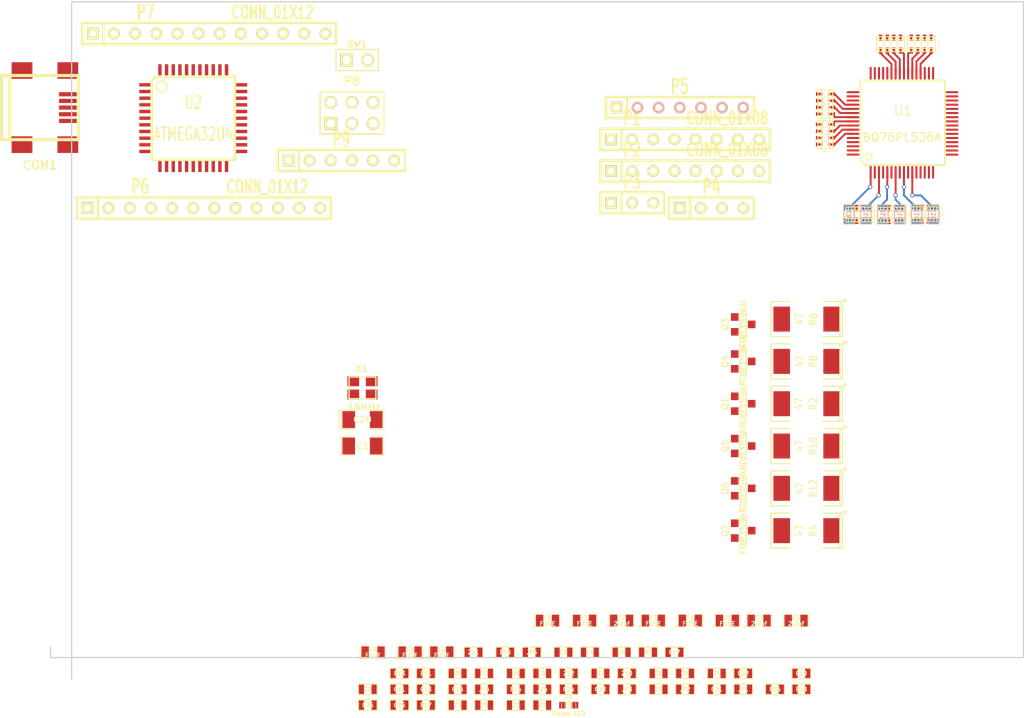
<source format=kicad_pcb>
(kicad_pcb (version 3) (host pcbnew "(2013-may-18)-stable")

  (general
    (links 276)
    (no_connects 254)
    (area 144.069999 94.539999 261.060001 175.970001)
    (thickness 1.6)
    (drawings 5)
    (tracks 74)
    (zones 0)
    (modules 98)
    (nets 126)
  )

  (page A3)
  (layers
    (15 F.Cu signal)
    (0 B.Cu signal)
    (16 B.Adhes user)
    (17 F.Adhes user)
    (18 B.Paste user)
    (19 F.Paste user)
    (20 B.SilkS user hide)
    (21 F.SilkS user)
    (22 B.Mask user)
    (23 F.Mask user)
    (24 Dwgs.User user)
    (25 Cmts.User user)
    (26 Eco1.User user)
    (27 Eco2.User user)
    (28 Edge.Cuts user)
  )

  (setup
    (last_trace_width 0.2286)
    (trace_clearance 0.2286)
    (zone_clearance 0.508)
    (zone_45_only no)
    (trace_min 0.2286)
    (segment_width 0.2)
    (edge_width 0.15)
    (via_size 0.508)
    (via_drill 0.3302)
    (via_min_size 0.508)
    (via_min_drill 0.3302)
    (uvia_size 0.508)
    (uvia_drill 0.127)
    (uvias_allowed no)
    (uvia_min_size 0.508)
    (uvia_min_drill 0.127)
    (pcb_text_width 0.3)
    (pcb_text_size 1.5 1.5)
    (mod_edge_width 0.15)
    (mod_text_size 1.5 1.5)
    (mod_text_width 0.15)
    (pad_size 1.524 1.524)
    (pad_drill 0.762)
    (pad_to_mask_clearance 0.2)
    (aux_axis_origin 0 0)
    (visible_elements FFFFF9BF)
    (pcbplotparams
      (layerselection 3178497)
      (usegerberextensions true)
      (excludeedgelayer true)
      (linewidth 0.100000)
      (plotframeref false)
      (viasonmask false)
      (mode 1)
      (useauxorigin false)
      (hpglpennumber 1)
      (hpglpenspeed 20)
      (hpglpendiameter 15)
      (hpglpenoverlay 2)
      (psnegative false)
      (psa4output false)
      (plotreference true)
      (plotvalue true)
      (plotothertext true)
      (plotinvisibletext false)
      (padsonsilk false)
      (subtractmaskfromsilk false)
      (outputformat 1)
      (mirror false)
      (drillshape 1)
      (scaleselection 1)
      (outputdirectory ""))
  )

  (net 0 "")
  (net 1 +5V)
  (net 2 +BATT)
  (net 3 /CellBallance/C0)
  (net 4 /CellBallance/C1)
  (net 5 /CellBallance/C2)
  (net 6 /CellBallance/C3)
  (net 7 /CellBallance/C4)
  (net 8 /CellBallance/C5)
  (net 9 /CellBallance/CB1)
  (net 10 /CellBallance/CB2)
  (net 11 /CellBallance/CB3)
  (net 12 /CellBallance/CB4)
  (net 13 /CellBallance/CB5)
  (net 14 /CellBallance/CB6)
  (net 15 /CellBallance/VC0)
  (net 16 /CellBallance/VC1)
  (net 17 /CellBallance/VC2)
  (net 18 /CellBallance/VC3)
  (net 19 /CellBallance/VC4)
  (net 20 /CellBallance/VC5)
  (net 21 /CellBallance/VC6)
  (net 22 /LDOA)
  (net 23 /LDOD)
  (net 24 /REG50)
  (net 25 /VREF)
  (net 26 /atmega32u4/3.3V)
  (net 27 /atmega32u4/5V)
  (net 28 /atmega32u4/A0)
  (net 29 /atmega32u4/A1)
  (net 30 /atmega32u4/A2)
  (net 31 /atmega32u4/A3)
  (net 32 /atmega32u4/A4)
  (net 33 /atmega32u4/A5)
  (net 34 /atmega32u4/ALERT_H)
  (net 35 /atmega32u4/AREF)
  (net 36 /atmega32u4/CONV_H)
  (net 37 /atmega32u4/CS_H)
  (net 38 /atmega32u4/D0/RX)
  (net 39 /atmega32u4/D1/TX)
  (net 40 /atmega32u4/D2/SDA)
  (net 41 /atmega32u4/D3/SCL)
  (net 42 /atmega32u4/D4)
  (net 43 /atmega32u4/DRDY_H)
  (net 44 /atmega32u4/FAULT_H)
  (net 45 /atmega32u4/HWB)
  (net 46 /atmega32u4/IO11*)
  (net 47 /atmega32u4/IO12)
  (net 48 /atmega32u4/IO13*)
  (net 49 /atmega32u4/IO8)
  (net 50 /atmega32u4/RST)
  (net 51 /atmega32u4/RXLED)
  (net 52 /atmega32u4/SCLK_H)
  (net 53 /atmega32u4/SDI_H)
  (net 54 /atmega32u4/SDO_H)
  (net 55 /atmega32u4/TXLED)
  (net 56 /atmega32u4/UCAP)
  (net 57 GND)
  (net 58 N-0000011)
  (net 59 N-00000111)
  (net 60 N-0000012)
  (net 61 N-00000122)
  (net 62 N-00000124)
  (net 63 N-00000125)
  (net 64 N-00000127)
  (net 65 N-00000128)
  (net 66 N-00000129)
  (net 67 N-0000013)
  (net 68 N-0000014)
  (net 69 N-0000015)
  (net 70 N-0000022)
  (net 71 N-0000024)
  (net 72 N-0000025)
  (net 73 N-0000026)
  (net 74 N-0000027)
  (net 75 N-0000028)
  (net 76 N-0000029)
  (net 77 N-0000030)
  (net 78 N-0000031)
  (net 79 N-0000032)
  (net 80 N-0000033)
  (net 81 N-0000034)
  (net 82 N-0000035)
  (net 83 N-0000036)
  (net 84 N-0000037)
  (net 85 N-0000038)
  (net 86 N-0000039)
  (net 87 N-000004)
  (net 88 N-0000040)
  (net 89 N-0000041)
  (net 90 N-0000042)
  (net 91 N-0000043)
  (net 92 N-0000044)
  (net 93 N-0000045)
  (net 94 N-0000046)
  (net 95 N-0000047)
  (net 96 N-0000048)
  (net 97 N-0000049)
  (net 98 N-000005)
  (net 99 N-0000050)
  (net 100 N-0000051)
  (net 101 N-0000052)
  (net 102 N-0000053)
  (net 103 N-000006)
  (net 104 N-0000078)
  (net 105 N-0000079)
  (net 106 N-0000080)
  (net 107 N-0000081)
  (net 108 N-0000082)
  (net 109 N-0000083)
  (net 110 N-0000084)
  (net 111 N-0000085)
  (net 112 N-0000086)
  (net 113 N-0000087)
  (net 114 N-0000088)
  (net 115 N-0000089)
  (net 116 N-000009)
  (net 117 N-0000090)
  (net 118 N-0000091)
  (net 119 N-0000092)
  (net 120 N-0000093)
  (net 121 N-0000094)
  (net 122 N-0000095)
  (net 123 N-0000099)
  (net 124 VCC)
  (net 125 VSS)

  (net_class Default "This is the default net class."
    (clearance 0.2286)
    (trace_width 0.2286)
    (via_dia 0.508)
    (via_drill 0.3302)
    (uvia_dia 0.508)
    (uvia_drill 0.127)
    (add_net "")
    (add_net +5V)
    (add_net +BATT)
    (add_net /CellBallance/C0)
    (add_net /CellBallance/C1)
    (add_net /CellBallance/C2)
    (add_net /CellBallance/C3)
    (add_net /CellBallance/C4)
    (add_net /CellBallance/C5)
    (add_net /CellBallance/CB1)
    (add_net /CellBallance/CB2)
    (add_net /CellBallance/CB3)
    (add_net /CellBallance/CB4)
    (add_net /CellBallance/CB5)
    (add_net /CellBallance/CB6)
    (add_net /CellBallance/VC0)
    (add_net /CellBallance/VC1)
    (add_net /CellBallance/VC2)
    (add_net /CellBallance/VC3)
    (add_net /CellBallance/VC4)
    (add_net /CellBallance/VC5)
    (add_net /CellBallance/VC6)
    (add_net /LDOA)
    (add_net /LDOD)
    (add_net /REG50)
    (add_net /VREF)
    (add_net /atmega32u4/3.3V)
    (add_net /atmega32u4/5V)
    (add_net /atmega32u4/A0)
    (add_net /atmega32u4/A1)
    (add_net /atmega32u4/A2)
    (add_net /atmega32u4/A3)
    (add_net /atmega32u4/A4)
    (add_net /atmega32u4/A5)
    (add_net /atmega32u4/ALERT_H)
    (add_net /atmega32u4/AREF)
    (add_net /atmega32u4/CONV_H)
    (add_net /atmega32u4/CS_H)
    (add_net /atmega32u4/D0/RX)
    (add_net /atmega32u4/D1/TX)
    (add_net /atmega32u4/D2/SDA)
    (add_net /atmega32u4/D3/SCL)
    (add_net /atmega32u4/D4)
    (add_net /atmega32u4/DRDY_H)
    (add_net /atmega32u4/FAULT_H)
    (add_net /atmega32u4/HWB)
    (add_net /atmega32u4/IO11*)
    (add_net /atmega32u4/IO12)
    (add_net /atmega32u4/IO13*)
    (add_net /atmega32u4/IO8)
    (add_net /atmega32u4/RST)
    (add_net /atmega32u4/RXLED)
    (add_net /atmega32u4/SCLK_H)
    (add_net /atmega32u4/SDI_H)
    (add_net /atmega32u4/SDO_H)
    (add_net /atmega32u4/TXLED)
    (add_net /atmega32u4/UCAP)
    (add_net GND)
    (add_net N-0000011)
    (add_net N-00000111)
    (add_net N-0000012)
    (add_net N-00000122)
    (add_net N-00000124)
    (add_net N-00000125)
    (add_net N-00000127)
    (add_net N-00000128)
    (add_net N-00000129)
    (add_net N-0000013)
    (add_net N-0000014)
    (add_net N-0000015)
    (add_net N-0000022)
    (add_net N-0000024)
    (add_net N-0000025)
    (add_net N-0000026)
    (add_net N-0000027)
    (add_net N-0000028)
    (add_net N-0000029)
    (add_net N-0000030)
    (add_net N-0000031)
    (add_net N-0000032)
    (add_net N-0000033)
    (add_net N-0000034)
    (add_net N-0000035)
    (add_net N-0000036)
    (add_net N-0000037)
    (add_net N-0000038)
    (add_net N-0000039)
    (add_net N-000004)
    (add_net N-0000040)
    (add_net N-0000041)
    (add_net N-0000042)
    (add_net N-0000043)
    (add_net N-0000044)
    (add_net N-0000045)
    (add_net N-0000046)
    (add_net N-0000047)
    (add_net N-0000048)
    (add_net N-0000049)
    (add_net N-000005)
    (add_net N-0000050)
    (add_net N-0000051)
    (add_net N-0000052)
    (add_net N-0000053)
    (add_net N-000006)
    (add_net N-0000078)
    (add_net N-0000079)
    (add_net N-0000080)
    (add_net N-0000081)
    (add_net N-0000082)
    (add_net N-0000083)
    (add_net N-0000084)
    (add_net N-0000085)
    (add_net N-0000086)
    (add_net N-0000087)
    (add_net N-0000088)
    (add_net N-0000089)
    (add_net N-000009)
    (add_net N-0000090)
    (add_net N-0000091)
    (add_net N-0000092)
    (add_net N-0000093)
    (add_net N-0000094)
    (add_net N-0000095)
    (add_net N-0000099)
    (add_net VCC)
    (add_net VSS)
  )

  (module SM2512   placed (layer F.Cu) (tedit 51015917) (tstamp 550515D8)
    (at 234.95 158.115 180)
    (tags "CMS SM")
    (path /54F8BAB2/55053918)
    (attr smd)
    (fp_text reference R4 (at -0.8001 0 270) (layer F.SilkS)
      (effects (font (size 0.889 0.762) (thickness 0.127)))
    )
    (fp_text value 47 (at 0.89916 0 270) (layer F.SilkS)
      (effects (font (size 0.889 0.762) (thickness 0.127)))
    )
    (fp_line (start -3.99956 -2.10058) (end -3.99956 2.10058) (layer F.SilkS) (width 0.14986))
    (fp_text user + (at -4.59994 2.30124 180) (layer F.SilkS)
      (effects (font (size 0.7 0.7) (thickness 0.15)))
    )
    (fp_line (start -4.30022 -2.10058) (end -4.30022 2.10058) (layer F.SilkS) (width 0.14986))
    (fp_line (start 4.30022 -2.10058) (end 4.30022 2.10058) (layer F.SilkS) (width 0.14986))
    (fp_line (start 1.99644 2.10566) (end 4.28244 2.10566) (layer F.SilkS) (width 0.14986))
    (fp_line (start 4.28244 -2.10566) (end 1.99644 -2.10566) (layer F.SilkS) (width 0.14986))
    (fp_line (start -1.99898 -2.10566) (end -4.28498 -2.10566) (layer F.SilkS) (width 0.14986))
    (fp_line (start -4.28244 2.10566) (end -1.99644 2.10566) (layer F.SilkS) (width 0.14986))
    (pad 1 smd rect (at -2.99974 0 180) (size 1.99898 2.99974)
      (layers F.Cu F.Paste F.Mask)
      (net 121 N-0000094)
    )
    (pad 2 smd rect (at 2.99974 0 180) (size 1.99898 2.99974)
      (layers F.Cu F.Paste F.Mask)
      (net 107 N-0000081)
    )
    (model smd\chip_smd_pol_wide.wrl
      (at (xyz 0 0 0))
      (scale (xyz 0.35 0.35 0.35))
      (rotate (xyz 0 0 0))
    )
  )

  (module SM2512   placed (layer F.Cu) (tedit 51015917) (tstamp 550515E6)
    (at 234.95 132.715 180)
    (tags "CMS SM")
    (path /54F8BAB2/5505391E)
    (attr smd)
    (fp_text reference R6 (at -0.8001 0 270) (layer F.SilkS)
      (effects (font (size 0.889 0.762) (thickness 0.127)))
    )
    (fp_text value 47 (at 0.89916 0 270) (layer F.SilkS)
      (effects (font (size 0.889 0.762) (thickness 0.127)))
    )
    (fp_line (start -3.99956 -2.10058) (end -3.99956 2.10058) (layer F.SilkS) (width 0.14986))
    (fp_text user + (at -4.59994 2.30124 180) (layer F.SilkS)
      (effects (font (size 0.7 0.7) (thickness 0.15)))
    )
    (fp_line (start -4.30022 -2.10058) (end -4.30022 2.10058) (layer F.SilkS) (width 0.14986))
    (fp_line (start 4.30022 -2.10058) (end 4.30022 2.10058) (layer F.SilkS) (width 0.14986))
    (fp_line (start 1.99644 2.10566) (end 4.28244 2.10566) (layer F.SilkS) (width 0.14986))
    (fp_line (start 4.28244 -2.10566) (end 1.99644 -2.10566) (layer F.SilkS) (width 0.14986))
    (fp_line (start -1.99898 -2.10566) (end -4.28498 -2.10566) (layer F.SilkS) (width 0.14986))
    (fp_line (start -4.28244 2.10566) (end -1.99644 2.10566) (layer F.SilkS) (width 0.14986))
    (pad 1 smd rect (at -2.99974 0 180) (size 1.99898 2.99974)
      (layers F.Cu F.Paste F.Mask)
      (net 119 N-0000092)
    )
    (pad 2 smd rect (at 2.99974 0 180) (size 1.99898 2.99974)
      (layers F.Cu F.Paste F.Mask)
      (net 120 N-0000093)
    )
    (model smd\chip_smd_pol_wide.wrl
      (at (xyz 0 0 0))
      (scale (xyz 0.35 0.35 0.35))
      (rotate (xyz 0 0 0))
    )
  )

  (module SM2512   placed (layer F.Cu) (tedit 51015917) (tstamp 550515F4)
    (at 234.95 137.795 180)
    (tags "CMS SM")
    (path /54F8BAB2/55053924)
    (attr smd)
    (fp_text reference R8 (at -0.8001 0 270) (layer F.SilkS)
      (effects (font (size 0.889 0.762) (thickness 0.127)))
    )
    (fp_text value 47 (at 0.89916 0 270) (layer F.SilkS)
      (effects (font (size 0.889 0.762) (thickness 0.127)))
    )
    (fp_line (start -3.99956 -2.10058) (end -3.99956 2.10058) (layer F.SilkS) (width 0.14986))
    (fp_text user + (at -4.59994 2.30124 180) (layer F.SilkS)
      (effects (font (size 0.7 0.7) (thickness 0.15)))
    )
    (fp_line (start -4.30022 -2.10058) (end -4.30022 2.10058) (layer F.SilkS) (width 0.14986))
    (fp_line (start 4.30022 -2.10058) (end 4.30022 2.10058) (layer F.SilkS) (width 0.14986))
    (fp_line (start 1.99644 2.10566) (end 4.28244 2.10566) (layer F.SilkS) (width 0.14986))
    (fp_line (start 4.28244 -2.10566) (end 1.99644 -2.10566) (layer F.SilkS) (width 0.14986))
    (fp_line (start -1.99898 -2.10566) (end -4.28498 -2.10566) (layer F.SilkS) (width 0.14986))
    (fp_line (start -4.28244 2.10566) (end -1.99644 2.10566) (layer F.SilkS) (width 0.14986))
    (pad 1 smd rect (at -2.99974 0 180) (size 1.99898 2.99974)
      (layers F.Cu F.Paste F.Mask)
      (net 110 N-0000084)
    )
    (pad 2 smd rect (at 2.99974 0 180) (size 1.99898 2.99974)
      (layers F.Cu F.Paste F.Mask)
      (net 122 N-0000095)
    )
    (model smd\chip_smd_pol_wide.wrl
      (at (xyz 0 0 0))
      (scale (xyz 0.35 0.35 0.35))
      (rotate (xyz 0 0 0))
    )
  )

  (module SM2512   placed (layer F.Cu) (tedit 51015917) (tstamp 55051602)
    (at 234.95 147.955 180)
    (tags "CMS SM")
    (path /54F8BAB2/5505392A)
    (attr smd)
    (fp_text reference R10 (at -0.8001 0 270) (layer F.SilkS)
      (effects (font (size 0.889 0.762) (thickness 0.127)))
    )
    (fp_text value 47 (at 0.89916 0 270) (layer F.SilkS)
      (effects (font (size 0.889 0.762) (thickness 0.127)))
    )
    (fp_line (start -3.99956 -2.10058) (end -3.99956 2.10058) (layer F.SilkS) (width 0.14986))
    (fp_text user + (at -4.59994 2.30124 180) (layer F.SilkS)
      (effects (font (size 0.7 0.7) (thickness 0.15)))
    )
    (fp_line (start -4.30022 -2.10058) (end -4.30022 2.10058) (layer F.SilkS) (width 0.14986))
    (fp_line (start 4.30022 -2.10058) (end 4.30022 2.10058) (layer F.SilkS) (width 0.14986))
    (fp_line (start 1.99644 2.10566) (end 4.28244 2.10566) (layer F.SilkS) (width 0.14986))
    (fp_line (start 4.28244 -2.10566) (end 1.99644 -2.10566) (layer F.SilkS) (width 0.14986))
    (fp_line (start -1.99898 -2.10566) (end -4.28498 -2.10566) (layer F.SilkS) (width 0.14986))
    (fp_line (start -4.28244 2.10566) (end -1.99644 2.10566) (layer F.SilkS) (width 0.14986))
    (pad 1 smd rect (at -2.99974 0 180) (size 1.99898 2.99974)
      (layers F.Cu F.Paste F.Mask)
      (net 114 N-0000088)
    )
    (pad 2 smd rect (at 2.99974 0 180) (size 1.99898 2.99974)
      (layers F.Cu F.Paste F.Mask)
      (net 106 N-0000080)
    )
    (model smd\chip_smd_pol_wide.wrl
      (at (xyz 0 0 0))
      (scale (xyz 0.35 0.35 0.35))
      (rotate (xyz 0 0 0))
    )
  )

  (module SM2512   placed (layer F.Cu) (tedit 51015917) (tstamp 55051610)
    (at 234.95 153.035 180)
    (tags "CMS SM")
    (path /54F8BAB2/55053930)
    (attr smd)
    (fp_text reference R12 (at -0.8001 0 270) (layer F.SilkS)
      (effects (font (size 0.889 0.762) (thickness 0.127)))
    )
    (fp_text value 47 (at 0.89916 0 270) (layer F.SilkS)
      (effects (font (size 0.889 0.762) (thickness 0.127)))
    )
    (fp_line (start -3.99956 -2.10058) (end -3.99956 2.10058) (layer F.SilkS) (width 0.14986))
    (fp_text user + (at -4.59994 2.30124 180) (layer F.SilkS)
      (effects (font (size 0.7 0.7) (thickness 0.15)))
    )
    (fp_line (start -4.30022 -2.10058) (end -4.30022 2.10058) (layer F.SilkS) (width 0.14986))
    (fp_line (start 4.30022 -2.10058) (end 4.30022 2.10058) (layer F.SilkS) (width 0.14986))
    (fp_line (start 1.99644 2.10566) (end 4.28244 2.10566) (layer F.SilkS) (width 0.14986))
    (fp_line (start 4.28244 -2.10566) (end 1.99644 -2.10566) (layer F.SilkS) (width 0.14986))
    (fp_line (start -1.99898 -2.10566) (end -4.28498 -2.10566) (layer F.SilkS) (width 0.14986))
    (fp_line (start -4.28244 2.10566) (end -1.99644 2.10566) (layer F.SilkS) (width 0.14986))
    (pad 1 smd rect (at -2.99974 0 180) (size 1.99898 2.99974)
      (layers F.Cu F.Paste F.Mask)
      (net 117 N-0000090)
    )
    (pad 2 smd rect (at 2.99974 0 180) (size 1.99898 2.99974)
      (layers F.Cu F.Paste F.Mask)
      (net 118 N-0000091)
    )
    (model smd\chip_smd_pol_wide.wrl
      (at (xyz 0 0 0))
      (scale (xyz 0.35 0.35 0.35))
      (rotate (xyz 0 0 0))
    )
  )

  (module SM2512   placed (layer F.Cu) (tedit 51015917) (tstamp 5505161E)
    (at 234.95 142.875 180)
    (tags "CMS SM")
    (path /54F8BAB2/5502FD65)
    (attr smd)
    (fp_text reference R2 (at -0.8001 0 270) (layer F.SilkS)
      (effects (font (size 0.889 0.762) (thickness 0.127)))
    )
    (fp_text value 47 (at 0.89916 0 270) (layer F.SilkS)
      (effects (font (size 0.889 0.762) (thickness 0.127)))
    )
    (fp_line (start -3.99956 -2.10058) (end -3.99956 2.10058) (layer F.SilkS) (width 0.14986))
    (fp_text user + (at -4.59994 2.30124 180) (layer F.SilkS)
      (effects (font (size 0.7 0.7) (thickness 0.15)))
    )
    (fp_line (start -4.30022 -2.10058) (end -4.30022 2.10058) (layer F.SilkS) (width 0.14986))
    (fp_line (start 4.30022 -2.10058) (end 4.30022 2.10058) (layer F.SilkS) (width 0.14986))
    (fp_line (start 1.99644 2.10566) (end 4.28244 2.10566) (layer F.SilkS) (width 0.14986))
    (fp_line (start 4.28244 -2.10566) (end 1.99644 -2.10566) (layer F.SilkS) (width 0.14986))
    (fp_line (start -1.99898 -2.10566) (end -4.28498 -2.10566) (layer F.SilkS) (width 0.14986))
    (fp_line (start -4.28244 2.10566) (end -1.99644 2.10566) (layer F.SilkS) (width 0.14986))
    (pad 1 smd rect (at -2.99974 0 180) (size 1.99898 2.99974)
      (layers F.Cu F.Paste F.Mask)
      (net 105 N-0000079)
    )
    (pad 2 smd rect (at 2.99974 0 180) (size 1.99898 2.99974)
      (layers F.Cu F.Paste F.Mask)
      (net 104 N-0000078)
    )
    (model smd\chip_smd_pol_wide.wrl
      (at (xyz 0 0 0))
      (scale (xyz 0.35 0.35 0.35))
      (rotate (xyz 0 0 0))
    )
  )

  (module SM0603   placed (layer F.Cu) (tedit 4E43A3D1) (tstamp 55051628)
    (at 224.155 175.26)
    (path /54F8BAB2/5505385B)
    (attr smd)
    (fp_text reference Z4 (at 0 0) (layer F.SilkS)
      (effects (font (size 0.508 0.4572) (thickness 0.1143)))
    )
    (fp_text value ZENER (at 0 0) (layer F.SilkS) hide
      (effects (font (size 0.508 0.4572) (thickness 0.1143)))
    )
    (fp_line (start -1.143 -0.635) (end 1.143 -0.635) (layer F.SilkS) (width 0.127))
    (fp_line (start 1.143 -0.635) (end 1.143 0.635) (layer F.SilkS) (width 0.127))
    (fp_line (start 1.143 0.635) (end -1.143 0.635) (layer F.SilkS) (width 0.127))
    (fp_line (start -1.143 0.635) (end -1.143 -0.635) (layer F.SilkS) (width 0.127))
    (pad 1 smd rect (at -0.762 0) (size 0.635 1.143)
      (layers F.Cu F.Paste F.Mask)
      (net 119 N-0000092)
    )
    (pad 2 smd rect (at 0.762 0) (size 0.635 1.143)
      (layers F.Cu F.Paste F.Mask)
      (net 108 N-0000082)
    )
    (model smd\resistors\R0603.wrl
      (at (xyz 0 0 0.001))
      (scale (xyz 0.5 0.5 0.5))
      (rotate (xyz 0 0 0))
    )
  )

  (module SM0603   placed (layer F.Cu) (tedit 4E43A3D1) (tstamp 55051632)
    (at 220.345 175.26)
    (path /54F8BAB2/55053862)
    (attr smd)
    (fp_text reference Z6 (at 0 0) (layer F.SilkS)
      (effects (font (size 0.508 0.4572) (thickness 0.1143)))
    )
    (fp_text value ZENER (at 0 0) (layer F.SilkS) hide
      (effects (font (size 0.508 0.4572) (thickness 0.1143)))
    )
    (fp_line (start -1.143 -0.635) (end 1.143 -0.635) (layer F.SilkS) (width 0.127))
    (fp_line (start 1.143 -0.635) (end 1.143 0.635) (layer F.SilkS) (width 0.127))
    (fp_line (start 1.143 0.635) (end -1.143 0.635) (layer F.SilkS) (width 0.127))
    (fp_line (start -1.143 0.635) (end -1.143 -0.635) (layer F.SilkS) (width 0.127))
    (pad 1 smd rect (at -0.762 0) (size 0.635 1.143)
      (layers F.Cu F.Paste F.Mask)
      (net 110 N-0000084)
    )
    (pad 2 smd rect (at 0.762 0) (size 0.635 1.143)
      (layers F.Cu F.Paste F.Mask)
      (net 115 N-0000089)
    )
    (model smd\resistors\R0603.wrl
      (at (xyz 0 0 0.001))
      (scale (xyz 0.5 0.5 0.5))
      (rotate (xyz 0 0 0))
    )
  )

  (module SM0603   placed (layer F.Cu) (tedit 4E43A3D1) (tstamp 5505163C)
    (at 217.17 175.26)
    (path /54F8BAB2/5505387A)
    (attr smd)
    (fp_text reference Z8 (at 0 0) (layer F.SilkS)
      (effects (font (size 0.508 0.4572) (thickness 0.1143)))
    )
    (fp_text value ZENER (at 0 0) (layer F.SilkS) hide
      (effects (font (size 0.508 0.4572) (thickness 0.1143)))
    )
    (fp_line (start -1.143 -0.635) (end 1.143 -0.635) (layer F.SilkS) (width 0.127))
    (fp_line (start 1.143 -0.635) (end 1.143 0.635) (layer F.SilkS) (width 0.127))
    (fp_line (start 1.143 0.635) (end -1.143 0.635) (layer F.SilkS) (width 0.127))
    (fp_line (start -1.143 0.635) (end -1.143 -0.635) (layer F.SilkS) (width 0.127))
    (pad 1 smd rect (at -0.762 0) (size 0.635 1.143)
      (layers F.Cu F.Paste F.Mask)
      (net 114 N-0000088)
    )
    (pad 2 smd rect (at 0.762 0) (size 0.635 1.143)
      (layers F.Cu F.Paste F.Mask)
      (net 113 N-0000087)
    )
    (model smd\resistors\R0603.wrl
      (at (xyz 0 0 0.001))
      (scale (xyz 0.5 0.5 0.5))
      (rotate (xyz 0 0 0))
    )
  )

  (module SM0603   placed (layer F.Cu) (tedit 4E43A3D1) (tstamp 55051646)
    (at 213.36 175.26)
    (path /54F8BAB2/55053881)
    (attr smd)
    (fp_text reference Z10 (at 0 0) (layer F.SilkS)
      (effects (font (size 0.508 0.4572) (thickness 0.1143)))
    )
    (fp_text value ZENER (at 0 0) (layer F.SilkS) hide
      (effects (font (size 0.508 0.4572) (thickness 0.1143)))
    )
    (fp_line (start -1.143 -0.635) (end 1.143 -0.635) (layer F.SilkS) (width 0.127))
    (fp_line (start 1.143 -0.635) (end 1.143 0.635) (layer F.SilkS) (width 0.127))
    (fp_line (start 1.143 0.635) (end -1.143 0.635) (layer F.SilkS) (width 0.127))
    (fp_line (start -1.143 0.635) (end -1.143 -0.635) (layer F.SilkS) (width 0.127))
    (pad 1 smd rect (at -0.762 0) (size 0.635 1.143)
      (layers F.Cu F.Paste F.Mask)
      (net 117 N-0000090)
    )
    (pad 2 smd rect (at 0.762 0) (size 0.635 1.143)
      (layers F.Cu F.Paste F.Mask)
      (net 112 N-0000086)
    )
    (model smd\resistors\R0603.wrl
      (at (xyz 0 0 0.001))
      (scale (xyz 0.5 0.5 0.5))
      (rotate (xyz 0 0 0))
    )
  )

  (module SM0603   placed (layer F.Cu) (tedit 4E43A3D1) (tstamp 55051650)
    (at 210.185 175.26)
    (path /54F8BAB2/550538B8)
    (attr smd)
    (fp_text reference R7 (at 0 0) (layer F.SilkS)
      (effects (font (size 0.508 0.4572) (thickness 0.1143)))
    )
    (fp_text value "1M 1%" (at 0 0) (layer F.SilkS) hide
      (effects (font (size 0.508 0.4572) (thickness 0.1143)))
    )
    (fp_line (start -1.143 -0.635) (end 1.143 -0.635) (layer F.SilkS) (width 0.127))
    (fp_line (start 1.143 -0.635) (end 1.143 0.635) (layer F.SilkS) (width 0.127))
    (fp_line (start 1.143 0.635) (end -1.143 0.635) (layer F.SilkS) (width 0.127))
    (fp_line (start -1.143 0.635) (end -1.143 -0.635) (layer F.SilkS) (width 0.127))
    (pad 1 smd rect (at -0.762 0) (size 0.635 1.143)
      (layers F.Cu F.Paste F.Mask)
      (net 115 N-0000089)
    )
    (pad 2 smd rect (at 0.762 0) (size 0.635 1.143)
      (layers F.Cu F.Paste F.Mask)
      (net 110 N-0000084)
    )
    (model smd\resistors\R0603.wrl
      (at (xyz 0 0 0.001))
      (scale (xyz 0.5 0.5 0.5))
      (rotate (xyz 0 0 0))
    )
  )

  (module SM0603   placed (layer F.Cu) (tedit 4E43A3D1) (tstamp 5505165A)
    (at 206.375 175.26)
    (path /54F8BAB2/55053888)
    (attr smd)
    (fp_text reference Z12 (at 0 0) (layer F.SilkS)
      (effects (font (size 0.508 0.4572) (thickness 0.1143)))
    )
    (fp_text value ZENER (at 0 0) (layer F.SilkS) hide
      (effects (font (size 0.508 0.4572) (thickness 0.1143)))
    )
    (fp_line (start -1.143 -0.635) (end 1.143 -0.635) (layer F.SilkS) (width 0.127))
    (fp_line (start 1.143 -0.635) (end 1.143 0.635) (layer F.SilkS) (width 0.127))
    (fp_line (start 1.143 0.635) (end -1.143 0.635) (layer F.SilkS) (width 0.127))
    (fp_line (start -1.143 0.635) (end -1.143 -0.635) (layer F.SilkS) (width 0.127))
    (pad 1 smd rect (at -0.762 0) (size 0.635 1.143)
      (layers F.Cu F.Paste F.Mask)
      (net 15 /CellBallance/VC0)
    )
    (pad 2 smd rect (at 0.762 0) (size 0.635 1.143)
      (layers F.Cu F.Paste F.Mask)
      (net 111 N-0000085)
    )
    (model smd\resistors\R0603.wrl
      (at (xyz 0 0 0.001))
      (scale (xyz 0.5 0.5 0.5))
      (rotate (xyz 0 0 0))
    )
  )

  (module SM0603   placed (layer F.Cu) (tedit 4E43A3D1) (tstamp 55051664)
    (at 203.2 175.26)
    (path /54F8BAB2/55053965)
    (attr smd)
    (fp_text reference C9 (at 0 0) (layer F.SilkS)
      (effects (font (size 0.508 0.4572) (thickness 0.1143)))
    )
    (fp_text value 0.1uf (at 0 0) (layer F.SilkS) hide
      (effects (font (size 0.508 0.4572) (thickness 0.1143)))
    )
    (fp_line (start -1.143 -0.635) (end 1.143 -0.635) (layer F.SilkS) (width 0.127))
    (fp_line (start 1.143 -0.635) (end 1.143 0.635) (layer F.SilkS) (width 0.127))
    (fp_line (start 1.143 0.635) (end -1.143 0.635) (layer F.SilkS) (width 0.127))
    (fp_line (start -1.143 0.635) (end -1.143 -0.635) (layer F.SilkS) (width 0.127))
    (pad 1 smd rect (at -0.762 0) (size 0.635 1.143)
      (layers F.Cu F.Paste F.Mask)
      (net 105 N-0000079)
    )
    (pad 2 smd rect (at 0.762 0) (size 0.635 1.143)
      (layers F.Cu F.Paste F.Mask)
      (net 121 N-0000094)
    )
    (model smd\resistors\R0603.wrl
      (at (xyz 0 0 0.001))
      (scale (xyz 0.5 0.5 0.5))
      (rotate (xyz 0 0 0))
    )
  )

  (module SM0603   placed (layer F.Cu) (tedit 4E43A3D1) (tstamp 5505166E)
    (at 200.025 175.26)
    (path /54F8BAB2/550538B2)
    (attr smd)
    (fp_text reference R5 (at 0 0) (layer F.SilkS)
      (effects (font (size 0.508 0.4572) (thickness 0.1143)))
    )
    (fp_text value "1M 1%" (at 0 0) (layer F.SilkS) hide
      (effects (font (size 0.508 0.4572) (thickness 0.1143)))
    )
    (fp_line (start -1.143 -0.635) (end 1.143 -0.635) (layer F.SilkS) (width 0.127))
    (fp_line (start 1.143 -0.635) (end 1.143 0.635) (layer F.SilkS) (width 0.127))
    (fp_line (start 1.143 0.635) (end -1.143 0.635) (layer F.SilkS) (width 0.127))
    (fp_line (start -1.143 0.635) (end -1.143 -0.635) (layer F.SilkS) (width 0.127))
    (pad 1 smd rect (at -0.762 0) (size 0.635 1.143)
      (layers F.Cu F.Paste F.Mask)
      (net 108 N-0000082)
    )
    (pad 2 smd rect (at 0.762 0) (size 0.635 1.143)
      (layers F.Cu F.Paste F.Mask)
      (net 119 N-0000092)
    )
    (model smd\resistors\R0603.wrl
      (at (xyz 0 0 0.001))
      (scale (xyz 0.5 0.5 0.5))
      (rotate (xyz 0 0 0))
    )
  )

  (module SM0603   placed (layer F.Cu) (tedit 4E43A3D1) (tstamp 55051678)
    (at 196.215 175.26)
    (path /54F8BAB2/5502FD52)
    (attr smd)
    (fp_text reference R3 (at 0 0) (layer F.SilkS)
      (effects (font (size 0.508 0.4572) (thickness 0.1143)))
    )
    (fp_text value "1M 1%" (at 0 0) (layer F.SilkS) hide
      (effects (font (size 0.508 0.4572) (thickness 0.1143)))
    )
    (fp_line (start -1.143 -0.635) (end 1.143 -0.635) (layer F.SilkS) (width 0.127))
    (fp_line (start 1.143 -0.635) (end 1.143 0.635) (layer F.SilkS) (width 0.127))
    (fp_line (start 1.143 0.635) (end -1.143 0.635) (layer F.SilkS) (width 0.127))
    (fp_line (start -1.143 0.635) (end -1.143 -0.635) (layer F.SilkS) (width 0.127))
    (pad 1 smd rect (at -0.762 0) (size 0.635 1.143)
      (layers F.Cu F.Paste F.Mask)
      (net 109 N-0000083)
    )
    (pad 2 smd rect (at 0.762 0) (size 0.635 1.143)
      (layers F.Cu F.Paste F.Mask)
      (net 121 N-0000094)
    )
    (model smd\resistors\R0603.wrl
      (at (xyz 0 0 0.001))
      (scale (xyz 0.5 0.5 0.5))
      (rotate (xyz 0 0 0))
    )
  )

  (module SM0603   placed (layer F.Cu) (tedit 4E43A3D1) (tstamp 55051682)
    (at 193.04 175.26)
    (path /54F8BAB2/550538BE)
    (attr smd)
    (fp_text reference R9 (at 0 0) (layer F.SilkS)
      (effects (font (size 0.508 0.4572) (thickness 0.1143)))
    )
    (fp_text value "1M 1%" (at 0 0) (layer F.SilkS) hide
      (effects (font (size 0.508 0.4572) (thickness 0.1143)))
    )
    (fp_line (start -1.143 -0.635) (end 1.143 -0.635) (layer F.SilkS) (width 0.127))
    (fp_line (start 1.143 -0.635) (end 1.143 0.635) (layer F.SilkS) (width 0.127))
    (fp_line (start 1.143 0.635) (end -1.143 0.635) (layer F.SilkS) (width 0.127))
    (fp_line (start -1.143 0.635) (end -1.143 -0.635) (layer F.SilkS) (width 0.127))
    (pad 1 smd rect (at -0.762 0) (size 0.635 1.143)
      (layers F.Cu F.Paste F.Mask)
      (net 113 N-0000087)
    )
    (pad 2 smd rect (at 0.762 0) (size 0.635 1.143)
      (layers F.Cu F.Paste F.Mask)
      (net 114 N-0000088)
    )
    (model smd\resistors\R0603.wrl
      (at (xyz 0 0 0.001))
      (scale (xyz 0.5 0.5 0.5))
      (rotate (xyz 0 0 0))
    )
  )

  (module SM0603   placed (layer F.Cu) (tedit 4E43A3D1) (tstamp 5505168C)
    (at 189.23 175.26)
    (path /54F8BAB2/550538C4)
    (attr smd)
    (fp_text reference R11 (at 0 0) (layer F.SilkS)
      (effects (font (size 0.508 0.4572) (thickness 0.1143)))
    )
    (fp_text value "1M 1%" (at 0 0) (layer F.SilkS) hide
      (effects (font (size 0.508 0.4572) (thickness 0.1143)))
    )
    (fp_line (start -1.143 -0.635) (end 1.143 -0.635) (layer F.SilkS) (width 0.127))
    (fp_line (start 1.143 -0.635) (end 1.143 0.635) (layer F.SilkS) (width 0.127))
    (fp_line (start 1.143 0.635) (end -1.143 0.635) (layer F.SilkS) (width 0.127))
    (fp_line (start -1.143 0.635) (end -1.143 -0.635) (layer F.SilkS) (width 0.127))
    (pad 1 smd rect (at -0.762 0) (size 0.635 1.143)
      (layers F.Cu F.Paste F.Mask)
      (net 112 N-0000086)
    )
    (pad 2 smd rect (at 0.762 0) (size 0.635 1.143)
      (layers F.Cu F.Paste F.Mask)
      (net 117 N-0000090)
    )
    (model smd\resistors\R0603.wrl
      (at (xyz 0 0 0.001))
      (scale (xyz 0.5 0.5 0.5))
      (rotate (xyz 0 0 0))
    )
  )

  (module SM0603   placed (layer F.Cu) (tedit 4E43A3D1) (tstamp 55051696)
    (at 186.055 175.26)
    (path /54F8BAB2/550538CA)
    (attr smd)
    (fp_text reference R13 (at 0 0) (layer F.SilkS)
      (effects (font (size 0.508 0.4572) (thickness 0.1143)))
    )
    (fp_text value "1M 1%" (at 0 0) (layer F.SilkS) hide
      (effects (font (size 0.508 0.4572) (thickness 0.1143)))
    )
    (fp_line (start -1.143 -0.635) (end 1.143 -0.635) (layer F.SilkS) (width 0.127))
    (fp_line (start 1.143 -0.635) (end 1.143 0.635) (layer F.SilkS) (width 0.127))
    (fp_line (start 1.143 0.635) (end -1.143 0.635) (layer F.SilkS) (width 0.127))
    (fp_line (start -1.143 0.635) (end -1.143 -0.635) (layer F.SilkS) (width 0.127))
    (pad 1 smd rect (at -0.762 0) (size 0.635 1.143)
      (layers F.Cu F.Paste F.Mask)
      (net 111 N-0000085)
    )
    (pad 2 smd rect (at 0.762 0) (size 0.635 1.143)
      (layers F.Cu F.Paste F.Mask)
      (net 15 /CellBallance/VC0)
    )
    (model smd\resistors\R0603.wrl
      (at (xyz 0 0 0.001))
      (scale (xyz 0.5 0.5 0.5))
      (rotate (xyz 0 0 0))
    )
  )

  (module SM0603   placed (layer B.Cu) (tedit 4E43A3D1) (tstamp 5505308F)
    (at 248.158 120.142 90)
    (path /54F8BAB2/550538E3)
    (attr smd)
    (fp_text reference C16 (at 0 0 90) (layer B.SilkS)
      (effects (font (size 0.508 0.4572) (thickness 0.1143)) (justify mirror))
    )
    (fp_text value 0.1uf (at 0 0 90) (layer B.SilkS) hide
      (effects (font (size 0.508 0.4572) (thickness 0.1143)) (justify mirror))
    )
    (fp_line (start -1.143 0.635) (end 1.143 0.635) (layer B.SilkS) (width 0.127))
    (fp_line (start 1.143 0.635) (end 1.143 -0.635) (layer B.SilkS) (width 0.127))
    (fp_line (start 1.143 -0.635) (end -1.143 -0.635) (layer B.SilkS) (width 0.127))
    (fp_line (start -1.143 -0.635) (end -1.143 0.635) (layer B.SilkS) (width 0.127))
    (pad 1 smd rect (at -0.762 0 90) (size 0.635 1.143)
      (layers B.Cu B.Paste B.Mask)
      (net 125 VSS)
    )
    (pad 2 smd rect (at 0.762 0 90) (size 0.635 1.143)
      (layers B.Cu B.Paste B.Mask)
      (net 17 /CellBallance/VC2)
    )
    (model smd\resistors\R0603.wrl
      (at (xyz 0 0 0.001))
      (scale (xyz 0.5 0.5 0.5))
      (rotate (xyz 0 0 0))
    )
  )

  (module SM0603   placed (layer B.Cu) (tedit 4E43A3D1) (tstamp 550516AA)
    (at 246.126 120.142 90)
    (path /54F8BAB2/550538EA)
    (attr smd)
    (fp_text reference C14 (at 0 0 90) (layer B.SilkS)
      (effects (font (size 0.508 0.4572) (thickness 0.1143)) (justify mirror))
    )
    (fp_text value 0.1uf (at 0 0 90) (layer B.SilkS) hide
      (effects (font (size 0.508 0.4572) (thickness 0.1143)) (justify mirror))
    )
    (fp_line (start -1.143 0.635) (end 1.143 0.635) (layer B.SilkS) (width 0.127))
    (fp_line (start 1.143 0.635) (end 1.143 -0.635) (layer B.SilkS) (width 0.127))
    (fp_line (start 1.143 -0.635) (end -1.143 -0.635) (layer B.SilkS) (width 0.127))
    (fp_line (start -1.143 -0.635) (end -1.143 0.635) (layer B.SilkS) (width 0.127))
    (pad 1 smd rect (at -0.762 0 90) (size 0.635 1.143)
      (layers B.Cu B.Paste B.Mask)
      (net 125 VSS)
    )
    (pad 2 smd rect (at 0.762 0 90) (size 0.635 1.143)
      (layers B.Cu B.Paste B.Mask)
      (net 18 /CellBallance/VC3)
    )
    (model smd\resistors\R0603.wrl
      (at (xyz 0 0 0.001))
      (scale (xyz 0.5 0.5 0.5))
      (rotate (xyz 0 0 0))
    )
  )

  (module SM0603   placed (layer B.Cu) (tedit 4E43A3D1) (tstamp 550516B4)
    (at 244.094 120.142 90)
    (path /54F8BAB2/550538F8)
    (attr smd)
    (fp_text reference C12 (at 0 0 90) (layer B.SilkS)
      (effects (font (size 0.508 0.4572) (thickness 0.1143)) (justify mirror))
    )
    (fp_text value 0.1uf (at 0 0 90) (layer B.SilkS) hide
      (effects (font (size 0.508 0.4572) (thickness 0.1143)) (justify mirror))
    )
    (fp_line (start -1.143 0.635) (end 1.143 0.635) (layer B.SilkS) (width 0.127))
    (fp_line (start 1.143 0.635) (end 1.143 -0.635) (layer B.SilkS) (width 0.127))
    (fp_line (start 1.143 -0.635) (end -1.143 -0.635) (layer B.SilkS) (width 0.127))
    (fp_line (start -1.143 -0.635) (end -1.143 0.635) (layer B.SilkS) (width 0.127))
    (pad 1 smd rect (at -0.762 0 90) (size 0.635 1.143)
      (layers B.Cu B.Paste B.Mask)
      (net 125 VSS)
    )
    (pad 2 smd rect (at 0.762 0 90) (size 0.635 1.143)
      (layers B.Cu B.Paste B.Mask)
      (net 19 /CellBallance/VC4)
    )
    (model smd\resistors\R0603.wrl
      (at (xyz 0 0 0.001))
      (scale (xyz 0.5 0.5 0.5))
      (rotate (xyz 0 0 0))
    )
  )

  (module SM0603   placed (layer B.Cu) (tedit 4E43A3D1) (tstamp 550516BE)
    (at 242.062 120.142 90)
    (path /54F8BAB2/550538FF)
    (attr smd)
    (fp_text reference C10 (at 0 0 90) (layer B.SilkS)
      (effects (font (size 0.508 0.4572) (thickness 0.1143)) (justify mirror))
    )
    (fp_text value 0.1uf (at 0 0 90) (layer B.SilkS) hide
      (effects (font (size 0.508 0.4572) (thickness 0.1143)) (justify mirror))
    )
    (fp_line (start -1.143 0.635) (end 1.143 0.635) (layer B.SilkS) (width 0.127))
    (fp_line (start 1.143 0.635) (end 1.143 -0.635) (layer B.SilkS) (width 0.127))
    (fp_line (start 1.143 -0.635) (end -1.143 -0.635) (layer B.SilkS) (width 0.127))
    (fp_line (start -1.143 -0.635) (end -1.143 0.635) (layer B.SilkS) (width 0.127))
    (pad 1 smd rect (at -0.762 0 90) (size 0.635 1.143)
      (layers B.Cu B.Paste B.Mask)
      (net 125 VSS)
    )
    (pad 2 smd rect (at 0.762 0 90) (size 0.635 1.143)
      (layers B.Cu B.Paste B.Mask)
      (net 20 /CellBallance/VC5)
    )
    (model smd\resistors\R0603.wrl
      (at (xyz 0 0 0.001))
      (scale (xyz 0.5 0.5 0.5))
      (rotate (xyz 0 0 0))
    )
  )

  (module SM0603   placed (layer B.Cu) (tedit 4E43A3D1) (tstamp 550516C8)
    (at 240.03 120.142 90)
    (path /54F8BAB2/55053906)
    (attr smd)
    (fp_text reference C8 (at 0 0 90) (layer B.SilkS)
      (effects (font (size 0.508 0.4572) (thickness 0.1143)) (justify mirror))
    )
    (fp_text value 0.1uf (at 0 0 90) (layer B.SilkS) hide
      (effects (font (size 0.508 0.4572) (thickness 0.1143)) (justify mirror))
    )
    (fp_line (start -1.143 0.635) (end 1.143 0.635) (layer B.SilkS) (width 0.127))
    (fp_line (start 1.143 0.635) (end 1.143 -0.635) (layer B.SilkS) (width 0.127))
    (fp_line (start 1.143 -0.635) (end -1.143 -0.635) (layer B.SilkS) (width 0.127))
    (fp_line (start -1.143 -0.635) (end -1.143 0.635) (layer B.SilkS) (width 0.127))
    (pad 1 smd rect (at -0.762 0 90) (size 0.635 1.143)
      (layers B.Cu B.Paste B.Mask)
      (net 125 VSS)
    )
    (pad 2 smd rect (at 0.762 0 90) (size 0.635 1.143)
      (layers B.Cu B.Paste B.Mask)
      (net 21 /CellBallance/VC6)
    )
    (model smd\resistors\R0603.wrl
      (at (xyz 0 0 0.001))
      (scale (xyz 0.5 0.5 0.5))
      (rotate (xyz 0 0 0))
    )
  )

  (module SM0603   placed (layer F.Cu) (tedit 4E43A3D1) (tstamp 550516D2)
    (at 219.075 172.72)
    (path /54F8BAB2/55053949)
    (attr smd)
    (fp_text reference C17 (at 0 0) (layer F.SilkS)
      (effects (font (size 0.508 0.4572) (thickness 0.1143)))
    )
    (fp_text value 0.1uf (at 0 0) (layer F.SilkS) hide
      (effects (font (size 0.508 0.4572) (thickness 0.1143)))
    )
    (fp_line (start -1.143 -0.635) (end 1.143 -0.635) (layer F.SilkS) (width 0.127))
    (fp_line (start 1.143 -0.635) (end 1.143 0.635) (layer F.SilkS) (width 0.127))
    (fp_line (start 1.143 0.635) (end -1.143 0.635) (layer F.SilkS) (width 0.127))
    (fp_line (start -1.143 0.635) (end -1.143 -0.635) (layer F.SilkS) (width 0.127))
    (pad 1 smd rect (at -0.762 0) (size 0.635 1.143)
      (layers F.Cu F.Paste F.Mask)
      (net 114 N-0000088)
    )
    (pad 2 smd rect (at 0.762 0) (size 0.635 1.143)
      (layers F.Cu F.Paste F.Mask)
      (net 117 N-0000090)
    )
    (model smd\resistors\R0603.wrl
      (at (xyz 0 0 0.001))
      (scale (xyz 0.5 0.5 0.5))
      (rotate (xyz 0 0 0))
    )
  )

  (module SM0603   placed (layer F.Cu) (tedit 4E43A3D1) (tstamp 550516DC)
    (at 193.04 177.165)
    (path /54F8BAB2/55053950)
    (attr smd)
    (fp_text reference C15 (at 0 0) (layer F.SilkS)
      (effects (font (size 0.508 0.4572) (thickness 0.1143)))
    )
    (fp_text value 0.1uf (at 0 0) (layer F.SilkS) hide
      (effects (font (size 0.508 0.4572) (thickness 0.1143)))
    )
    (fp_line (start -1.143 -0.635) (end 1.143 -0.635) (layer F.SilkS) (width 0.127))
    (fp_line (start 1.143 -0.635) (end 1.143 0.635) (layer F.SilkS) (width 0.127))
    (fp_line (start 1.143 0.635) (end -1.143 0.635) (layer F.SilkS) (width 0.127))
    (fp_line (start -1.143 0.635) (end -1.143 -0.635) (layer F.SilkS) (width 0.127))
    (pad 1 smd rect (at -0.762 0) (size 0.635 1.143)
      (layers F.Cu F.Paste F.Mask)
      (net 110 N-0000084)
    )
    (pad 2 smd rect (at 0.762 0) (size 0.635 1.143)
      (layers F.Cu F.Paste F.Mask)
      (net 114 N-0000088)
    )
    (model smd\resistors\R0603.wrl
      (at (xyz 0 0 0.001))
      (scale (xyz 0.5 0.5 0.5))
      (rotate (xyz 0 0 0))
    )
  )

  (module SM0603   placed (layer F.Cu) (tedit 4E43A3D1) (tstamp 550516E6)
    (at 189.23 177.165)
    (path /54F8BAB2/55053957)
    (attr smd)
    (fp_text reference C13 (at 0 0) (layer F.SilkS)
      (effects (font (size 0.508 0.4572) (thickness 0.1143)))
    )
    (fp_text value 0.1uf (at 0 0) (layer F.SilkS) hide
      (effects (font (size 0.508 0.4572) (thickness 0.1143)))
    )
    (fp_line (start -1.143 -0.635) (end 1.143 -0.635) (layer F.SilkS) (width 0.127))
    (fp_line (start 1.143 -0.635) (end 1.143 0.635) (layer F.SilkS) (width 0.127))
    (fp_line (start 1.143 0.635) (end -1.143 0.635) (layer F.SilkS) (width 0.127))
    (fp_line (start -1.143 0.635) (end -1.143 -0.635) (layer F.SilkS) (width 0.127))
    (pad 1 smd rect (at -0.762 0) (size 0.635 1.143)
      (layers F.Cu F.Paste F.Mask)
      (net 119 N-0000092)
    )
    (pad 2 smd rect (at 0.762 0) (size 0.635 1.143)
      (layers F.Cu F.Paste F.Mask)
      (net 110 N-0000084)
    )
    (model smd\resistors\R0603.wrl
      (at (xyz 0 0 0.001))
      (scale (xyz 0.5 0.5 0.5))
      (rotate (xyz 0 0 0))
    )
  )

  (module SM0603   placed (layer F.Cu) (tedit 4E43A3D1) (tstamp 550516F0)
    (at 186.055 177.165)
    (path /54F8BAB2/5505395E)
    (attr smd)
    (fp_text reference C11 (at 0 0) (layer F.SilkS)
      (effects (font (size 0.508 0.4572) (thickness 0.1143)))
    )
    (fp_text value 0.1uf (at 0 0) (layer F.SilkS) hide
      (effects (font (size 0.508 0.4572) (thickness 0.1143)))
    )
    (fp_line (start -1.143 -0.635) (end 1.143 -0.635) (layer F.SilkS) (width 0.127))
    (fp_line (start 1.143 -0.635) (end 1.143 0.635) (layer F.SilkS) (width 0.127))
    (fp_line (start 1.143 0.635) (end -1.143 0.635) (layer F.SilkS) (width 0.127))
    (fp_line (start -1.143 0.635) (end -1.143 -0.635) (layer F.SilkS) (width 0.127))
    (pad 1 smd rect (at -0.762 0) (size 0.635 1.143)
      (layers F.Cu F.Paste F.Mask)
      (net 121 N-0000094)
    )
    (pad 2 smd rect (at 0.762 0) (size 0.635 1.143)
      (layers F.Cu F.Paste F.Mask)
      (net 119 N-0000092)
    )
    (model smd\resistors\R0603.wrl
      (at (xyz 0 0 0.001))
      (scale (xyz 0.5 0.5 0.5))
      (rotate (xyz 0 0 0))
    )
  )

  (module SM0603   placed (layer F.Cu) (tedit 4E43A3D1) (tstamp 550516FA)
    (at 182.245 177.165)
    (path /54F8BAB2/5502FD59)
    (attr smd)
    (fp_text reference Z2 (at 0 0) (layer F.SilkS)
      (effects (font (size 0.508 0.4572) (thickness 0.1143)))
    )
    (fp_text value ZENER (at 0 0) (layer F.SilkS) hide
      (effects (font (size 0.508 0.4572) (thickness 0.1143)))
    )
    (fp_line (start -1.143 -0.635) (end 1.143 -0.635) (layer F.SilkS) (width 0.127))
    (fp_line (start 1.143 -0.635) (end 1.143 0.635) (layer F.SilkS) (width 0.127))
    (fp_line (start 1.143 0.635) (end -1.143 0.635) (layer F.SilkS) (width 0.127))
    (fp_line (start -1.143 0.635) (end -1.143 -0.635) (layer F.SilkS) (width 0.127))
    (pad 1 smd rect (at -0.762 0) (size 0.635 1.143)
      (layers F.Cu F.Paste F.Mask)
      (net 121 N-0000094)
    )
    (pad 2 smd rect (at 0.762 0) (size 0.635 1.143)
      (layers F.Cu F.Paste F.Mask)
      (net 109 N-0000083)
    )
    (model smd\resistors\R0603.wrl
      (at (xyz 0 0 0.001))
      (scale (xyz 0.5 0.5 0.5))
      (rotate (xyz 0 0 0))
    )
  )

  (module SM0603   placed (layer F.Cu) (tedit 4E43A3D1) (tstamp 55051704)
    (at 234.315 175.26)
    (path /54F8BAB2/54F8E2D6)
    (attr smd)
    (fp_text reference C19 (at 0 0) (layer F.SilkS)
      (effects (font (size 0.508 0.4572) (thickness 0.1143)))
    )
    (fp_text value 0.1uf (at 0 0) (layer F.SilkS) hide
      (effects (font (size 0.508 0.4572) (thickness 0.1143)))
    )
    (fp_line (start -1.143 -0.635) (end 1.143 -0.635) (layer F.SilkS) (width 0.127))
    (fp_line (start 1.143 -0.635) (end 1.143 0.635) (layer F.SilkS) (width 0.127))
    (fp_line (start 1.143 0.635) (end -1.143 0.635) (layer F.SilkS) (width 0.127))
    (fp_line (start -1.143 0.635) (end -1.143 -0.635) (layer F.SilkS) (width 0.127))
    (pad 1 smd rect (at -0.762 0) (size 0.635 1.143)
      (layers F.Cu F.Paste F.Mask)
      (net 117 N-0000090)
    )
    (pad 2 smd rect (at 0.762 0) (size 0.635 1.143)
      (layers F.Cu F.Paste F.Mask)
      (net 15 /CellBallance/VC0)
    )
    (model smd\resistors\R0603.wrl
      (at (xyz 0 0 0.001))
      (scale (xyz 0.5 0.5 0.5))
      (rotate (xyz 0 0 0))
    )
  )

  (module SM0603   placed (layer B.Cu) (tedit 4E43A3D1) (tstamp 5505309A)
    (at 250.19 120.142 90)
    (path /54F8BAB2/5502F8B2)
    (attr smd)
    (fp_text reference C18 (at 0 0 90) (layer B.SilkS)
      (effects (font (size 0.508 0.4572) (thickness 0.1143)) (justify mirror))
    )
    (fp_text value 0.1uf (at 0 0 90) (layer B.SilkS) hide
      (effects (font (size 0.508 0.4572) (thickness 0.1143)) (justify mirror))
    )
    (fp_line (start -1.143 0.635) (end 1.143 0.635) (layer B.SilkS) (width 0.127))
    (fp_line (start 1.143 0.635) (end 1.143 -0.635) (layer B.SilkS) (width 0.127))
    (fp_line (start 1.143 -0.635) (end -1.143 -0.635) (layer B.SilkS) (width 0.127))
    (fp_line (start -1.143 -0.635) (end -1.143 0.635) (layer B.SilkS) (width 0.127))
    (pad 1 smd rect (at -0.762 0 90) (size 0.635 1.143)
      (layers B.Cu B.Paste B.Mask)
      (net 125 VSS)
    )
    (pad 2 smd rect (at 0.762 0 90) (size 0.635 1.143)
      (layers B.Cu B.Paste B.Mask)
      (net 16 /CellBallance/VC1)
    )
    (model smd\resistors\R0603.wrl
      (at (xyz 0 0 0.001))
      (scale (xyz 0.5 0.5 0.5))
      (rotate (xyz 0 0 0))
    )
  )

  (module USB_MINI_B   placed (layer F.Cu) (tedit 505F99F2) (tstamp 55051722)
    (at 142.875 107.315)
    (descr "USB Mini-B 5-pin SMD connector")
    (tags "USB, Mini-B, connector")
    (path /54FAC7A6/550369BE)
    (fp_text reference CON1 (at 0 6.90118) (layer F.SilkS)
      (effects (font (size 1.016 1.016) (thickness 0.2032)))
    )
    (fp_text value USB-MINI-B (at 0 -7.0993) (layer F.SilkS) hide
      (effects (font (size 1.016 1.016) (thickness 0.2032)))
    )
    (fp_line (start -3.59918 -3.85064) (end -3.59918 3.85064) (layer F.SilkS) (width 0.381))
    (fp_line (start -4.59994 -3.85064) (end -4.59994 3.85064) (layer F.SilkS) (width 0.381))
    (fp_line (start -4.59994 3.85064) (end 4.59994 3.85064) (layer F.SilkS) (width 0.381))
    (fp_line (start 4.59994 3.85064) (end 4.59994 -3.85064) (layer F.SilkS) (width 0.381))
    (fp_line (start 4.59994 -3.85064) (end -4.59994 -3.85064) (layer F.SilkS) (width 0.381))
    (pad 1 smd rect (at 3.44932 -1.6002) (size 2.30124 0.50038)
      (layers F.Cu F.Paste F.Mask)
      (net 59 N-00000111)
    )
    (pad 2 smd rect (at 3.44932 -0.8001) (size 2.30124 0.50038)
      (layers F.Cu F.Paste F.Mask)
      (net 61 N-00000122)
    )
    (pad 3 smd rect (at 3.44932 0) (size 2.30124 0.50038)
      (layers F.Cu F.Paste F.Mask)
      (net 66 N-00000129)
    )
    (pad 4 smd rect (at 3.44932 0.8001) (size 2.30124 0.50038)
      (layers F.Cu F.Paste F.Mask)
    )
    (pad 5 smd rect (at 3.44932 1.6002) (size 2.30124 0.50038)
      (layers F.Cu F.Paste F.Mask)
      (net 57 GND)
    )
    (pad 6 smd rect (at 3.35026 -4.45008) (size 2.49936 1.99898)
      (layers F.Cu F.Paste F.Mask)
      (net 57 GND)
    )
    (pad 7 smd rect (at -2.14884 -4.45008) (size 2.49936 1.99898)
      (layers F.Cu F.Paste F.Mask)
      (net 57 GND)
    )
    (pad 8 smd rect (at 3.35026 4.45008) (size 2.49936 1.99898)
      (layers F.Cu F.Paste F.Mask)
      (net 57 GND)
    )
    (pad 9 smd rect (at -2.14884 4.45008) (size 2.49936 1.99898)
      (layers F.Cu F.Paste F.Mask)
      (net 57 GND)
    )
    (pad "" np_thru_hole circle (at 0.8509 -2.19964) (size 0.89916 0.89916) (drill 0.89916)
      (layers *.Cu *.Mask F.SilkS)
    )
    (pad 2 np_thru_hole circle (at 0.8509 2.19964) (size 0.89916 0.89916) (drill 0.89916)
      (layers *.Cu *.Mask F.SilkS)
      (net 61 N-00000122)
    )
  )

  (module TQFP_64   placed (layer F.Cu) (tedit 48A969ED) (tstamp 5505176C)
    (at 246.38 109.22)
    (tags "TQFP64 TQFP SMD IC")
    (path /54F8C078)
    (fp_text reference U1 (at 0.127 -1.524) (layer F.SilkS)
      (effects (font (size 1.09982 1.09982) (thickness 0.127)))
    )
    (fp_text value BQ76PL536A (at 0 1.651) (layer F.SilkS)
      (effects (font (size 1.00076 1.00076) (thickness 0.1524)))
    )
    (fp_circle (center -3.98272 3.98272) (end -3.98272 3.60172) (layer F.SilkS) (width 0.2032))
    (fp_line (start 5.16128 -5.16128) (end -4.99872 -5.16128) (layer F.SilkS) (width 0.2032))
    (fp_line (start -4.99872 -5.16128) (end -4.99872 4.36372) (layer F.SilkS) (width 0.2032))
    (fp_line (start -4.99872 4.36372) (end -4.36372 4.99872) (layer F.SilkS) (width 0.2032))
    (fp_line (start -4.36372 4.99872) (end 5.16128 4.99872) (layer F.SilkS) (width 0.2032))
    (fp_line (start 5.16128 4.99872) (end 5.16128 -5.16128) (layer F.SilkS) (width 0.2032))
    (pad 1 smd rect (at -3.74904 5.86994) (size 0.24892 1.524)
      (layers F.Cu F.Paste F.Mask)
      (net 21 /CellBallance/VC6)
    )
    (pad 2 smd oval (at -3.24866 5.86994) (size 0.24892 1.524)
      (layers F.Cu F.Paste F.Mask)
      (net 14 /CellBallance/CB6)
    )
    (pad 3 smd oval (at -2.74828 5.86994) (size 0.24892 1.524)
      (layers F.Cu F.Paste F.Mask)
      (net 20 /CellBallance/VC5)
    )
    (pad 4 smd oval (at -2.2479 5.86994) (size 0.24892 1.524)
      (layers F.Cu F.Paste F.Mask)
      (net 13 /CellBallance/CB5)
    )
    (pad 5 smd oval (at -1.74752 5.86994) (size 0.24892 1.524)
      (layers F.Cu F.Paste F.Mask)
      (net 19 /CellBallance/VC4)
    )
    (pad 6 smd oval (at -1.24968 5.86994) (size 0.24892 1.524)
      (layers F.Cu F.Paste F.Mask)
      (net 12 /CellBallance/CB4)
    )
    (pad 7 smd oval (at -0.7493 5.86994) (size 0.24892 1.524)
      (layers F.Cu F.Paste F.Mask)
      (net 18 /CellBallance/VC3)
    )
    (pad 8 smd oval (at -0.24892 5.86994) (size 0.24892 1.524)
      (layers F.Cu F.Paste F.Mask)
      (net 11 /CellBallance/CB3)
    )
    (pad 9 smd oval (at 0.25146 5.86994) (size 0.24892 1.524)
      (layers F.Cu F.Paste F.Mask)
      (net 17 /CellBallance/VC2)
    )
    (pad 10 smd oval (at 0.75184 5.86994) (size 0.24892 1.524)
      (layers F.Cu F.Paste F.Mask)
      (net 10 /CellBallance/CB2)
    )
    (pad 11 smd oval (at 1.25222 5.86994) (size 0.24892 1.524)
      (layers F.Cu F.Paste F.Mask)
      (net 16 /CellBallance/VC1)
    )
    (pad 12 smd oval (at 1.75006 5.86994) (size 0.24892 1.524)
      (layers F.Cu F.Paste F.Mask)
      (net 9 /CellBallance/CB1)
    )
    (pad 13 smd oval (at 2.25044 5.86994) (size 0.24892 1.524)
      (layers F.Cu F.Paste F.Mask)
      (net 15 /CellBallance/VC0)
    )
    (pad 14 smd oval (at 2.75082 5.86994) (size 0.24892 1.524)
      (layers F.Cu F.Paste F.Mask)
      (net 125 VSS)
    )
    (pad 15 smd oval (at 3.2512 5.86994) (size 0.24892 1.524)
      (layers F.Cu F.Paste F.Mask)
      (net 125 VSS)
    )
    (pad 16 smd oval (at 3.75158 5.86994) (size 0.24892 1.524)
      (layers F.Cu F.Paste F.Mask)
      (net 25 /VREF)
    )
    (pad 17 smd oval (at 6.0325 3.74904) (size 1.524 0.24892)
      (layers F.Cu F.Paste F.Mask)
      (net 22 /LDOA)
    )
    (pad 18 smd oval (at 6.0325 3.24866) (size 1.524 0.24892)
      (layers F.Cu F.Paste F.Mask)
      (net 23 /LDOD)
    )
    (pad 19 smd oval (at 6.0325 2.74828) (size 1.524 0.24892)
      (layers F.Cu F.Paste F.Mask)
      (net 86 N-0000039)
    )
    (pad 20 smd oval (at 6.0325 2.2479) (size 1.524 0.24892)
      (layers F.Cu F.Paste F.Mask)
      (net 88 N-0000040)
    )
    (pad 21 smd oval (at 6.0325 1.74752) (size 1.524 0.24892)
      (layers F.Cu F.Paste F.Mask)
      (net 87 N-000004)
    )
    (pad 22 smd oval (at 6.0325 1.24968) (size 1.524 0.24892)
      (layers F.Cu F.Paste F.Mask)
      (net 98 N-000005)
    )
    (pad 23 smd oval (at 6.0325 0.7493) (size 1.524 0.24892)
      (layers F.Cu F.Paste F.Mask)
      (net 103 N-000006)
    )
    (pad 24 smd oval (at 6.0325 0.24892) (size 1.524 0.24892)
      (layers F.Cu F.Paste F.Mask)
      (net 116 N-000009)
    )
    (pad 25 smd oval (at 6.0325 -0.25146) (size 1.524 0.24892)
      (layers F.Cu F.Paste F.Mask)
      (net 125 VSS)
    )
    (pad 26 smd oval (at 6.0325 -0.75184) (size 1.524 0.24892)
      (layers F.Cu F.Paste F.Mask)
      (net 71 N-0000024)
    )
    (pad 27 smd oval (at 6.0325 -1.25222) (size 1.524 0.24892)
      (layers F.Cu F.Paste F.Mask)
      (net 72 N-0000025)
    )
    (pad 28 smd oval (at 6.0325 -1.75006) (size 1.524 0.24892)
      (layers F.Cu F.Paste F.Mask)
      (net 73 N-0000026)
    )
    (pad 29 smd oval (at 6.0325 -2.25044) (size 1.524 0.24892)
      (layers F.Cu F.Paste F.Mask)
      (net 74 N-0000027)
    )
    (pad 30 smd oval (at 6.0325 -2.75082) (size 1.524 0.24892)
      (layers F.Cu F.Paste F.Mask)
    )
    (pad 31 smd oval (at 6.0325 -3.2512) (size 1.524 0.24892)
      (layers F.Cu F.Paste F.Mask)
    )
    (pad 32 smd oval (at 6.0325 -3.75158) (size 1.524 0.24892)
      (layers F.Cu F.Paste F.Mask)
      (net 24 /REG50)
    )
    (pad 33 smd oval (at 3.75158 -6.0325) (size 0.24892 1.524)
      (layers F.Cu F.Paste F.Mask)
      (net 125 VSS)
    )
    (pad 34 smd oval (at 3.2512 -6.0325) (size 0.24892 1.524)
      (layers F.Cu F.Paste F.Mask)
      (net 125 VSS)
    )
    (pad 35 smd oval (at 2.75082 -6.0325) (size 0.24892 1.524)
      (layers F.Cu F.Paste F.Mask)
      (net 125 VSS)
    )
    (pad 36 smd oval (at 2.25044 -6.0325) (size 0.24892 1.524)
      (layers F.Cu F.Paste F.Mask)
      (net 93 N-0000045)
    )
    (pad 37 smd oval (at 1.75006 -6.0325) (size 0.24892 1.524)
      (layers F.Cu F.Paste F.Mask)
      (net 94 N-0000046)
    )
    (pad 38 smd oval (at 1.25222 -6.0325) (size 0.24892 1.524)
      (layers F.Cu F.Paste F.Mask)
      (net 95 N-0000047)
    )
    (pad 39 smd oval (at 0.75184 -6.0325) (size 0.24892 1.524)
      (layers F.Cu F.Paste F.Mask)
      (net 96 N-0000048)
    )
    (pad 40 smd oval (at 0.25146 -6.0325) (size 0.24892 1.524)
      (layers F.Cu F.Paste F.Mask)
      (net 89 N-0000041)
    )
    (pad 41 smd oval (at -0.24892 -6.0325) (size 0.24892 1.524)
      (layers F.Cu F.Paste F.Mask)
      (net 90 N-0000042)
    )
    (pad 42 smd oval (at -0.7493 -6.0325) (size 0.24892 1.524)
      (layers F.Cu F.Paste F.Mask)
      (net 91 N-0000043)
    )
    (pad 43 smd oval (at -1.24968 -6.0325) (size 0.24892 1.524)
      (layers F.Cu F.Paste F.Mask)
      (net 92 N-0000044)
    )
    (pad 44 smd oval (at -1.74752 -6.0325) (size 0.24892 1.524)
      (layers F.Cu F.Paste F.Mask)
      (net 102 N-0000053)
    )
    (pad 45 smd oval (at -2.2479 -6.0325) (size 0.24892 1.524)
      (layers F.Cu F.Paste F.Mask)
      (net 82 N-0000035)
    )
    (pad 46 smd oval (at -2.74828 -6.0325) (size 0.24892 1.524)
      (layers F.Cu F.Paste F.Mask)
      (net 23 /LDOD)
    )
    (pad 47 smd oval (at -3.24866 -6.0325) (size 0.24892 1.524)
      (layers F.Cu F.Paste F.Mask)
      (net 77 N-0000030)
    )
    (pad 48 smd oval (at -3.74904 -6.0325) (size 0.24892 1.524)
      (layers F.Cu F.Paste F.Mask)
      (net 83 N-0000036)
    )
    (pad 49 smd oval (at -5.86994 -3.75158) (size 1.524 0.24892)
      (layers F.Cu F.Paste F.Mask)
      (net 125 VSS)
    )
    (pad 50 smd oval (at -5.86994 -3.2512) (size 1.524 0.24892)
      (layers F.Cu F.Paste F.Mask)
      (net 125 VSS)
    )
    (pad 52 smd oval (at -5.86994 -2.25044) (size 1.524 0.24892)
      (layers F.Cu F.Paste F.Mask)
      (net 78 N-0000031)
    )
    (pad 51 smd oval (at -5.88772 -2.75082) (size 1.524 0.24892)
      (layers F.Cu F.Paste F.Mask)
    )
    (pad 53 smd oval (at -5.86994 -1.75006) (size 1.524 0.24892)
      (layers F.Cu F.Paste F.Mask)
      (net 79 N-0000032)
    )
    (pad 54 smd oval (at -5.86994 -1.25222) (size 1.524 0.24892)
      (layers F.Cu F.Paste F.Mask)
      (net 80 N-0000033)
    )
    (pad 55 smd oval (at -5.86994 -0.75184) (size 1.524 0.24892)
      (layers F.Cu F.Paste F.Mask)
      (net 81 N-0000034)
    )
    (pad 56 smd oval (at -5.86994 -0.25146) (size 1.524 0.24892)
      (layers F.Cu F.Paste F.Mask)
      (net 97 N-0000049)
    )
    (pad 57 smd oval (at -5.86994 0.24892) (size 1.524 0.24892)
      (layers F.Cu F.Paste F.Mask)
      (net 99 N-0000050)
    )
    (pad 58 smd oval (at -5.86994 0.7493) (size 1.524 0.24892)
      (layers F.Cu F.Paste F.Mask)
      (net 100 N-0000051)
    )
    (pad 59 smd oval (at -5.86994 1.24206) (size 1.524 0.24892)
      (layers F.Cu F.Paste F.Mask)
      (net 101 N-0000052)
    )
    (pad 60 smd oval (at -5.86994 1.74244) (size 1.524 0.24892)
      (layers F.Cu F.Paste F.Mask)
      (net 84 N-0000037)
    )
    (pad 61 smd oval (at -5.86994 2.24282) (size 1.524 0.24892)
      (layers F.Cu F.Paste F.Mask)
      (net 85 N-0000038)
    )
    (pad 62 smd oval (at -5.86994 2.7432) (size 1.524 0.24892)
      (layers F.Cu F.Paste F.Mask)
    )
    (pad 63 smd oval (at -5.86994 3.24104) (size 1.524 0.24892)
      (layers F.Cu F.Paste F.Mask)
      (net 2 +BATT)
    )
    (pad 64 smd oval (at -5.86994 3.74142) (size 1.524 0.24892)
      (layers F.Cu F.Paste F.Mask)
      (net 2 +BATT)
    )
    (model smd/TQFP_64.wrl
      (at (xyz 0 0 0.001))
      (scale (xyz 0.3937 0.3937 0.3937))
      (rotate (xyz 0 0 0))
    )
  )

  (module TQFP44   placed (layer F.Cu) (tedit 200000) (tstamp 550517A2)
    (at 161.29 108.585)
    (path /54FAC7A6/54FAD73C)
    (attr smd)
    (fp_text reference U2 (at 0 -1.905) (layer F.SilkS)
      (effects (font (size 1.524 1.016) (thickness 0.2032)))
    )
    (fp_text value ATMEGA32U4 (at 0 1.905) (layer F.SilkS)
      (effects (font (size 1.524 1.016) (thickness 0.2032)))
    )
    (fp_line (start 5.0038 -5.0038) (end 5.0038 5.0038) (layer F.SilkS) (width 0.3048))
    (fp_line (start 5.0038 5.0038) (end -5.0038 5.0038) (layer F.SilkS) (width 0.3048))
    (fp_line (start -5.0038 -4.5212) (end -5.0038 5.0038) (layer F.SilkS) (width 0.3048))
    (fp_line (start -4.5212 -5.0038) (end 5.0038 -5.0038) (layer F.SilkS) (width 0.3048))
    (fp_line (start -5.0038 -4.5212) (end -4.5212 -5.0038) (layer F.SilkS) (width 0.3048))
    (fp_circle (center -3.81 -3.81) (end -3.81 -3.175) (layer F.SilkS) (width 0.2032))
    (pad 39 smd rect (at 0 -5.715) (size 0.4064 1.524)
      (layers F.Cu F.Paste F.Mask)
      (net 31 /atmega32u4/A3)
    )
    (pad 40 smd rect (at -0.8001 -5.715) (size 0.4064 1.524)
      (layers F.Cu F.Paste F.Mask)
      (net 32 /atmega32u4/A4)
    )
    (pad 41 smd rect (at -1.6002 -5.715) (size 0.4064 1.524)
      (layers F.Cu F.Paste F.Mask)
      (net 33 /atmega32u4/A5)
    )
    (pad 42 smd rect (at -2.4003 -5.715) (size 0.4064 1.524)
      (layers F.Cu F.Paste F.Mask)
      (net 35 /atmega32u4/AREF)
    )
    (pad 43 smd rect (at -3.2004 -5.715) (size 0.4064 1.524)
      (layers F.Cu F.Paste F.Mask)
      (net 57 GND)
    )
    (pad 44 smd rect (at -4.0005 -5.715) (size 0.4064 1.524)
      (layers F.Cu F.Paste F.Mask)
      (net 124 VCC)
    )
    (pad 38 smd rect (at 0.8001 -5.715) (size 0.4064 1.524)
      (layers F.Cu F.Paste F.Mask)
      (net 30 /atmega32u4/A2)
    )
    (pad 37 smd rect (at 1.6002 -5.715) (size 0.4064 1.524)
      (layers F.Cu F.Paste F.Mask)
      (net 29 /atmega32u4/A1)
    )
    (pad 36 smd rect (at 2.4003 -5.715) (size 0.4064 1.524)
      (layers F.Cu F.Paste F.Mask)
      (net 28 /atmega32u4/A0)
    )
    (pad 35 smd rect (at 3.2004 -5.715) (size 0.4064 1.524)
      (layers F.Cu F.Paste F.Mask)
      (net 57 GND)
    )
    (pad 34 smd rect (at 4.0005 -5.715) (size 0.4064 1.524)
      (layers F.Cu F.Paste F.Mask)
      (net 124 VCC)
    )
    (pad 17 smd rect (at 0 5.715) (size 0.4064 1.524)
      (layers F.Cu F.Paste F.Mask)
      (net 62 N-00000124)
    )
    (pad 16 smd rect (at -0.8001 5.715) (size 0.4064 1.524)
      (layers F.Cu F.Paste F.Mask)
      (net 63 N-00000125)
    )
    (pad 15 smd rect (at -1.6002 5.715) (size 0.4064 1.524)
      (layers F.Cu F.Paste F.Mask)
      (net 57 GND)
    )
    (pad 14 smd rect (at -2.4003 5.715) (size 0.4064 1.524)
      (layers F.Cu F.Paste F.Mask)
      (net 124 VCC)
    )
    (pad 13 smd rect (at -3.2004 5.715) (size 0.4064 1.524)
      (layers F.Cu F.Paste F.Mask)
      (net 50 /atmega32u4/RST)
    )
    (pad 12 smd rect (at -4.0005 5.715) (size 0.4064 1.524)
      (layers F.Cu F.Paste F.Mask)
      (net 46 /atmega32u4/IO11*)
    )
    (pad 18 smd rect (at 0.8001 5.715) (size 0.4064 1.524)
      (layers F.Cu F.Paste F.Mask)
      (net 41 /atmega32u4/D3/SCL)
    )
    (pad 19 smd rect (at 1.6002 5.715) (size 0.4064 1.524)
      (layers F.Cu F.Paste F.Mask)
      (net 40 /atmega32u4/D2/SDA)
    )
    (pad 20 smd rect (at 2.4003 5.715) (size 0.4064 1.524)
      (layers F.Cu F.Paste F.Mask)
      (net 38 /atmega32u4/D0/RX)
    )
    (pad 21 smd rect (at 3.2004 5.715) (size 0.4064 1.524)
      (layers F.Cu F.Paste F.Mask)
      (net 39 /atmega32u4/D1/TX)
    )
    (pad 22 smd rect (at 4.0005 5.715) (size 0.4064 1.524)
      (layers F.Cu F.Paste F.Mask)
      (net 55 /atmega32u4/TXLED)
    )
    (pad 6 smd rect (at -5.715 0) (size 1.524 0.4064)
      (layers F.Cu F.Paste F.Mask)
      (net 56 /atmega32u4/UCAP)
    )
    (pad 28 smd rect (at 5.715 0) (size 1.524 0.4064)
      (layers F.Cu F.Paste F.Mask)
      (net 49 /atmega32u4/IO8)
    )
    (pad 7 smd rect (at -5.715 0.8001) (size 1.524 0.4064)
      (layers F.Cu F.Paste F.Mask)
      (net 1 +5V)
    )
    (pad 27 smd rect (at 5.715 0.8001) (size 1.524 0.4064)
      (layers F.Cu F.Paste F.Mask)
      (net 43 /atmega32u4/DRDY_H)
    )
    (pad 26 smd rect (at 5.715 1.6002) (size 1.524 0.4064)
      (layers F.Cu F.Paste F.Mask)
      (net 47 /atmega32u4/IO12)
    )
    (pad 8 smd rect (at -5.715 1.6002) (size 1.524 0.4064)
      (layers F.Cu F.Paste F.Mask)
      (net 51 /atmega32u4/RXLED)
    )
    (pad 9 smd rect (at -5.715 2.4003) (size 1.524 0.4064)
      (layers F.Cu F.Paste F.Mask)
      (net 52 /atmega32u4/SCLK_H)
    )
    (pad 25 smd rect (at 5.715 2.4003) (size 1.524 0.4064)
      (layers F.Cu F.Paste F.Mask)
      (net 42 /atmega32u4/D4)
    )
    (pad 24 smd rect (at 5.715 3.2004) (size 1.524 0.4064)
      (layers F.Cu F.Paste F.Mask)
      (net 124 VCC)
    )
    (pad 10 smd rect (at -5.715 3.2004) (size 1.524 0.4064)
      (layers F.Cu F.Paste F.Mask)
      (net 53 /atmega32u4/SDI_H)
    )
    (pad 11 smd rect (at -5.715 4.0005) (size 1.524 0.4064)
      (layers F.Cu F.Paste F.Mask)
      (net 54 /atmega32u4/SDO_H)
    )
    (pad 23 smd rect (at 5.715 4.0005) (size 1.524 0.4064)
      (layers F.Cu F.Paste F.Mask)
      (net 57 GND)
    )
    (pad 29 smd rect (at 5.715 -0.8001) (size 1.524 0.4064)
      (layers F.Cu F.Paste F.Mask)
      (net 44 /atmega32u4/FAULT_H)
    )
    (pad 5 smd rect (at -5.715 -0.8001) (size 1.524 0.4064)
      (layers F.Cu F.Paste F.Mask)
      (net 57 GND)
    )
    (pad 4 smd rect (at -5.715 -1.6002) (size 1.524 0.4064)
      (layers F.Cu F.Paste F.Mask)
      (net 65 N-00000128)
    )
    (pad 30 smd rect (at 5.715 -1.6002) (size 1.524 0.4064)
      (layers F.Cu F.Paste F.Mask)
      (net 37 /atmega32u4/CS_H)
    )
    (pad 31 smd rect (at 5.715 -2.4003) (size 1.524 0.4064)
      (layers F.Cu F.Paste F.Mask)
      (net 36 /atmega32u4/CONV_H)
    )
    (pad 3 smd rect (at -5.715 -2.4003) (size 1.524 0.4064)
      (layers F.Cu F.Paste F.Mask)
      (net 64 N-00000127)
    )
    (pad 2 smd rect (at -5.715 -3.2004) (size 1.524 0.4064)
      (layers F.Cu F.Paste F.Mask)
      (net 1 +5V)
    )
    (pad 32 smd rect (at 5.715 -3.2004) (size 1.524 0.4064)
      (layers F.Cu F.Paste F.Mask)
      (net 48 /atmega32u4/IO13*)
    )
    (pad 33 smd rect (at 5.715 -4.0005) (size 1.524 0.4064)
      (layers F.Cu F.Paste F.Mask)
      (net 45 /atmega32u4/HWB)
    )
    (pad 1 smd rect (at -5.715 -4.0005) (size 1.524 0.4064)
      (layers F.Cu F.Paste F.Mask)
      (net 34 /atmega32u4/ALERT_H)
    )
  )

  (module SOT23GDS   placed (layer F.Cu) (tedit 50911E03) (tstamp 550517AD)
    (at 227.33 153.035 90)
    (descr "Module CMS SOT23 Transistore EBC")
    (tags "CMS SOT")
    (path /54F8BAB2/54F8E1B8)
    (attr smd)
    (fp_text reference Q6 (at 0 -2.159 90) (layer F.SilkS)
      (effects (font (size 0.762 0.762) (thickness 0.12954)))
    )
    (fp_text value FDN359AN (at 0 0 90) (layer F.SilkS)
      (effects (font (size 0.762 0.762) (thickness 0.12954)))
    )
    (fp_line (start -1.524 -0.381) (end 1.524 -0.381) (layer F.SilkS) (width 0.11938))
    (fp_line (start 1.524 -0.381) (end 1.524 0.381) (layer F.SilkS) (width 0.11938))
    (fp_line (start 1.524 0.381) (end -1.524 0.381) (layer F.SilkS) (width 0.11938))
    (fp_line (start -1.524 0.381) (end -1.524 -0.381) (layer F.SilkS) (width 0.11938))
    (pad S smd rect (at -0.889 -1.016 90) (size 0.9144 0.9144)
      (layers F.Cu F.Paste F.Mask)
      (net 15 /CellBallance/VC0)
    )
    (pad G smd rect (at 0.889 -1.016 90) (size 0.9144 0.9144)
      (layers F.Cu F.Paste F.Mask)
      (net 111 N-0000085)
    )
    (pad D smd rect (at 0 1.016 90) (size 0.9144 0.9144)
      (layers F.Cu F.Paste F.Mask)
      (net 118 N-0000091)
    )
    (model smd/cms_sot23.wrl
      (at (xyz 0 0 0))
      (scale (xyz 0.13 0.15 0.15))
      (rotate (xyz 0 0 0))
    )
  )

  (module SOT23GDS   placed (layer F.Cu) (tedit 50911E03) (tstamp 550517B8)
    (at 227.33 147.955 90)
    (descr "Module CMS SOT23 Transistore EBC")
    (tags "CMS SOT")
    (path /54F8BAB2/5502F8DB)
    (attr smd)
    (fp_text reference Q5 (at 0 -2.159 90) (layer F.SilkS)
      (effects (font (size 0.762 0.762) (thickness 0.12954)))
    )
    (fp_text value FDN359AN (at 0 0 90) (layer F.SilkS)
      (effects (font (size 0.762 0.762) (thickness 0.12954)))
    )
    (fp_line (start -1.524 -0.381) (end 1.524 -0.381) (layer F.SilkS) (width 0.11938))
    (fp_line (start 1.524 -0.381) (end 1.524 0.381) (layer F.SilkS) (width 0.11938))
    (fp_line (start 1.524 0.381) (end -1.524 0.381) (layer F.SilkS) (width 0.11938))
    (fp_line (start -1.524 0.381) (end -1.524 -0.381) (layer F.SilkS) (width 0.11938))
    (pad S smd rect (at -0.889 -1.016 90) (size 0.9144 0.9144)
      (layers F.Cu F.Paste F.Mask)
      (net 117 N-0000090)
    )
    (pad G smd rect (at 0.889 -1.016 90) (size 0.9144 0.9144)
      (layers F.Cu F.Paste F.Mask)
      (net 112 N-0000086)
    )
    (pad D smd rect (at 0 1.016 90) (size 0.9144 0.9144)
      (layers F.Cu F.Paste F.Mask)
      (net 106 N-0000080)
    )
    (model smd/cms_sot23.wrl
      (at (xyz 0 0 0))
      (scale (xyz 0.13 0.15 0.15))
      (rotate (xyz 0 0 0))
    )
  )

  (module SOT23GDS   placed (layer F.Cu) (tedit 50911E03) (tstamp 550517C3)
    (at 227.33 137.795 90)
    (descr "Module CMS SOT23 Transistore EBC")
    (tags "CMS SOT")
    (path /54F8BAB2/5502FB98)
    (attr smd)
    (fp_text reference Q4 (at 0 -2.159 90) (layer F.SilkS)
      (effects (font (size 0.762 0.762) (thickness 0.12954)))
    )
    (fp_text value FDN359AN (at 0 0 90) (layer F.SilkS)
      (effects (font (size 0.762 0.762) (thickness 0.12954)))
    )
    (fp_line (start -1.524 -0.381) (end 1.524 -0.381) (layer F.SilkS) (width 0.11938))
    (fp_line (start 1.524 -0.381) (end 1.524 0.381) (layer F.SilkS) (width 0.11938))
    (fp_line (start 1.524 0.381) (end -1.524 0.381) (layer F.SilkS) (width 0.11938))
    (fp_line (start -1.524 0.381) (end -1.524 -0.381) (layer F.SilkS) (width 0.11938))
    (pad S smd rect (at -0.889 -1.016 90) (size 0.9144 0.9144)
      (layers F.Cu F.Paste F.Mask)
      (net 114 N-0000088)
    )
    (pad G smd rect (at 0.889 -1.016 90) (size 0.9144 0.9144)
      (layers F.Cu F.Paste F.Mask)
      (net 113 N-0000087)
    )
    (pad D smd rect (at 0 1.016 90) (size 0.9144 0.9144)
      (layers F.Cu F.Paste F.Mask)
      (net 122 N-0000095)
    )
    (model smd/cms_sot23.wrl
      (at (xyz 0 0 0))
      (scale (xyz 0.13 0.15 0.15))
      (rotate (xyz 0 0 0))
    )
  )

  (module SOT23GDS   placed (layer F.Cu) (tedit 50911E03) (tstamp 550517CE)
    (at 227.33 133.35 90)
    (descr "Module CMS SOT23 Transistore EBC")
    (tags "CMS SOT")
    (path /54F8BAB2/5502FCA9)
    (attr smd)
    (fp_text reference Q3 (at 0 -2.159 90) (layer F.SilkS)
      (effects (font (size 0.762 0.762) (thickness 0.12954)))
    )
    (fp_text value FDN359AN (at 0 0 90) (layer F.SilkS)
      (effects (font (size 0.762 0.762) (thickness 0.12954)))
    )
    (fp_line (start -1.524 -0.381) (end 1.524 -0.381) (layer F.SilkS) (width 0.11938))
    (fp_line (start 1.524 -0.381) (end 1.524 0.381) (layer F.SilkS) (width 0.11938))
    (fp_line (start 1.524 0.381) (end -1.524 0.381) (layer F.SilkS) (width 0.11938))
    (fp_line (start -1.524 0.381) (end -1.524 -0.381) (layer F.SilkS) (width 0.11938))
    (pad S smd rect (at -0.889 -1.016 90) (size 0.9144 0.9144)
      (layers F.Cu F.Paste F.Mask)
      (net 110 N-0000084)
    )
    (pad G smd rect (at 0.889 -1.016 90) (size 0.9144 0.9144)
      (layers F.Cu F.Paste F.Mask)
      (net 115 N-0000089)
    )
    (pad D smd rect (at 0 1.016 90) (size 0.9144 0.9144)
      (layers F.Cu F.Paste F.Mask)
      (net 120 N-0000093)
    )
    (model smd/cms_sot23.wrl
      (at (xyz 0 0 0))
      (scale (xyz 0.13 0.15 0.15))
      (rotate (xyz 0 0 0))
    )
  )

  (module SOT23GDS   placed (layer F.Cu) (tedit 50911E03) (tstamp 550517D9)
    (at 227.33 158.115 90)
    (descr "Module CMS SOT23 Transistore EBC")
    (tags "CMS SOT")
    (path /54F8BAB2/5502FD04)
    (attr smd)
    (fp_text reference Q2 (at 0 -2.159 90) (layer F.SilkS)
      (effects (font (size 0.762 0.762) (thickness 0.12954)))
    )
    (fp_text value FDN359AN (at 0 0 90) (layer F.SilkS)
      (effects (font (size 0.762 0.762) (thickness 0.12954)))
    )
    (fp_line (start -1.524 -0.381) (end 1.524 -0.381) (layer F.SilkS) (width 0.11938))
    (fp_line (start 1.524 -0.381) (end 1.524 0.381) (layer F.SilkS) (width 0.11938))
    (fp_line (start 1.524 0.381) (end -1.524 0.381) (layer F.SilkS) (width 0.11938))
    (fp_line (start -1.524 0.381) (end -1.524 -0.381) (layer F.SilkS) (width 0.11938))
    (pad S smd rect (at -0.889 -1.016 90) (size 0.9144 0.9144)
      (layers F.Cu F.Paste F.Mask)
      (net 119 N-0000092)
    )
    (pad G smd rect (at 0.889 -1.016 90) (size 0.9144 0.9144)
      (layers F.Cu F.Paste F.Mask)
      (net 108 N-0000082)
    )
    (pad D smd rect (at 0 1.016 90) (size 0.9144 0.9144)
      (layers F.Cu F.Paste F.Mask)
      (net 107 N-0000081)
    )
    (model smd/cms_sot23.wrl
      (at (xyz 0 0 0))
      (scale (xyz 0.13 0.15 0.15))
      (rotate (xyz 0 0 0))
    )
  )

  (module SOT23GDS   placed (layer F.Cu) (tedit 50911E03) (tstamp 550517E4)
    (at 227.33 142.875 90)
    (descr "Module CMS SOT23 Transistore EBC")
    (tags "CMS SOT")
    (path /54F8BAB2/5502FD5F)
    (attr smd)
    (fp_text reference Q1 (at 0 -2.159 90) (layer F.SilkS)
      (effects (font (size 0.762 0.762) (thickness 0.12954)))
    )
    (fp_text value FDN359AN (at 0 0 90) (layer F.SilkS)
      (effects (font (size 0.762 0.762) (thickness 0.12954)))
    )
    (fp_line (start -1.524 -0.381) (end 1.524 -0.381) (layer F.SilkS) (width 0.11938))
    (fp_line (start 1.524 -0.381) (end 1.524 0.381) (layer F.SilkS) (width 0.11938))
    (fp_line (start 1.524 0.381) (end -1.524 0.381) (layer F.SilkS) (width 0.11938))
    (fp_line (start -1.524 0.381) (end -1.524 -0.381) (layer F.SilkS) (width 0.11938))
    (pad S smd rect (at -0.889 -1.016 90) (size 0.9144 0.9144)
      (layers F.Cu F.Paste F.Mask)
      (net 121 N-0000094)
    )
    (pad G smd rect (at 0.889 -1.016 90) (size 0.9144 0.9144)
      (layers F.Cu F.Paste F.Mask)
      (net 109 N-0000083)
    )
    (pad D smd rect (at 0 1.016 90) (size 0.9144 0.9144)
      (layers F.Cu F.Paste F.Mask)
      (net 104 N-0000078)
    )
    (model smd/cms_sot23.wrl
      (at (xyz 0 0 0))
      (scale (xyz 0.13 0.15 0.15))
      (rotate (xyz 0 0 0))
    )
  )

  (module SM1206POL   placed (layer F.Cu) (tedit 42806E4C) (tstamp 55051801)
    (at 181.61 144.78)
    (path /54FAC7A6/550382F2)
    (attr smd)
    (fp_text reference C20 (at 0 0) (layer F.SilkS)
      (effects (font (size 0.762 0.762) (thickness 0.127)))
    )
    (fp_text value 10uf (at 0 0) (layer F.SilkS) hide
      (effects (font (size 0.762 0.762) (thickness 0.127)))
    )
    (fp_line (start -2.54 -1.143) (end -2.794 -1.143) (layer F.SilkS) (width 0.127))
    (fp_line (start -2.794 -1.143) (end -2.794 1.143) (layer F.SilkS) (width 0.127))
    (fp_line (start -2.794 1.143) (end -2.54 1.143) (layer F.SilkS) (width 0.127))
    (fp_line (start -2.54 -1.143) (end -2.54 1.143) (layer F.SilkS) (width 0.127))
    (fp_line (start -2.54 1.143) (end -0.889 1.143) (layer F.SilkS) (width 0.127))
    (fp_line (start 0.889 -1.143) (end 2.54 -1.143) (layer F.SilkS) (width 0.127))
    (fp_line (start 2.54 -1.143) (end 2.54 1.143) (layer F.SilkS) (width 0.127))
    (fp_line (start 2.54 1.143) (end 0.889 1.143) (layer F.SilkS) (width 0.127))
    (fp_line (start -0.889 -1.143) (end -2.54 -1.143) (layer F.SilkS) (width 0.127))
    (pad 1 smd rect (at -1.651 0) (size 1.524 2.032)
      (layers F.Cu F.Paste F.Mask)
      (net 124 VCC)
    )
    (pad 2 smd rect (at 1.651 0) (size 1.524 2.032)
      (layers F.Cu F.Paste F.Mask)
      (net 57 GND)
    )
    (model smd/chip_cms_pol.wrl
      (at (xyz 0 0 0))
      (scale (xyz 0.17 0.16 0.16))
      (rotate (xyz 0 0 0))
    )
  )

  (module SM1206   placed (layer F.Cu) (tedit 42806E24) (tstamp 5505180D)
    (at 181.61 147.955)
    (path /550268B2)
    (attr smd)
    (fp_text reference C1 (at 0 0) (layer F.SilkS)
      (effects (font (size 0.762 0.762) (thickness 0.127)))
    )
    (fp_text value 10uf (at 0 0) (layer F.SilkS) hide
      (effects (font (size 0.762 0.762) (thickness 0.127)))
    )
    (fp_line (start -2.54 -1.143) (end -2.54 1.143) (layer F.SilkS) (width 0.127))
    (fp_line (start -2.54 1.143) (end -0.889 1.143) (layer F.SilkS) (width 0.127))
    (fp_line (start 0.889 -1.143) (end 2.54 -1.143) (layer F.SilkS) (width 0.127))
    (fp_line (start 2.54 -1.143) (end 2.54 1.143) (layer F.SilkS) (width 0.127))
    (fp_line (start 2.54 1.143) (end 0.889 1.143) (layer F.SilkS) (width 0.127))
    (fp_line (start -0.889 -1.143) (end -2.54 -1.143) (layer F.SilkS) (width 0.127))
    (pad 1 smd rect (at -1.651 0) (size 1.524 2.032)
      (layers F.Cu F.Paste F.Mask)
      (net 25 /VREF)
    )
    (pad 2 smd rect (at 1.651 0) (size 1.524 2.032)
      (layers F.Cu F.Paste F.Mask)
      (net 125 VSS)
    )
    (model smd/chip_cms.wrl
      (at (xyz 0 0 0))
      (scale (xyz 0.17 0.16 0.16))
      (rotate (xyz 0 0 0))
    )
  )

  (module SM0805   placed (layer F.Cu) (tedit 5091495C) (tstamp 5505181A)
    (at 187.325 172.72)
    (path /54F8BAB2/5502FCC6)
    (attr smd)
    (fp_text reference F3 (at 0 -0.3175) (layer F.SilkS)
      (effects (font (size 0.50038 0.50038) (thickness 0.10922)))
    )
    (fp_text value FUSE (at 0 0.381) (layer F.SilkS)
      (effects (font (size 0.50038 0.50038) (thickness 0.10922)))
    )
    (fp_circle (center -1.651 0.762) (end -1.651 0.635) (layer F.SilkS) (width 0.09906))
    (fp_line (start -0.508 0.762) (end -1.524 0.762) (layer F.SilkS) (width 0.09906))
    (fp_line (start -1.524 0.762) (end -1.524 -0.762) (layer F.SilkS) (width 0.09906))
    (fp_line (start -1.524 -0.762) (end -0.508 -0.762) (layer F.SilkS) (width 0.09906))
    (fp_line (start 0.508 -0.762) (end 1.524 -0.762) (layer F.SilkS) (width 0.09906))
    (fp_line (start 1.524 -0.762) (end 1.524 0.762) (layer F.SilkS) (width 0.09906))
    (fp_line (start 1.524 0.762) (end 0.508 0.762) (layer F.SilkS) (width 0.09906))
    (pad 1 smd rect (at -0.9525 0) (size 0.889 1.397)
      (layers F.Cu F.Paste F.Mask)
      (net 7 /CellBallance/C4)
    )
    (pad 2 smd rect (at 0.9525 0) (size 0.889 1.397)
      (layers F.Cu F.Paste F.Mask)
      (net 119 N-0000092)
    )
    (model smd/chip_cms.wrl
      (at (xyz 0 0 0))
      (scale (xyz 0.1 0.1 0.1))
      (rotate (xyz 0 0 0))
    )
  )

  (module SM0805   placed (layer F.Cu) (tedit 5091495C) (tstamp 55051827)
    (at 182.88 172.72)
    (path /54F8BAB2/5502FBB5)
    (attr smd)
    (fp_text reference F4 (at 0 -0.3175) (layer F.SilkS)
      (effects (font (size 0.50038 0.50038) (thickness 0.10922)))
    )
    (fp_text value FUSE (at 0 0.381) (layer F.SilkS)
      (effects (font (size 0.50038 0.50038) (thickness 0.10922)))
    )
    (fp_circle (center -1.651 0.762) (end -1.651 0.635) (layer F.SilkS) (width 0.09906))
    (fp_line (start -0.508 0.762) (end -1.524 0.762) (layer F.SilkS) (width 0.09906))
    (fp_line (start -1.524 0.762) (end -1.524 -0.762) (layer F.SilkS) (width 0.09906))
    (fp_line (start -1.524 -0.762) (end -0.508 -0.762) (layer F.SilkS) (width 0.09906))
    (fp_line (start 0.508 -0.762) (end 1.524 -0.762) (layer F.SilkS) (width 0.09906))
    (fp_line (start 1.524 -0.762) (end 1.524 0.762) (layer F.SilkS) (width 0.09906))
    (fp_line (start 1.524 0.762) (end 0.508 0.762) (layer F.SilkS) (width 0.09906))
    (pad 1 smd rect (at -0.9525 0) (size 0.889 1.397)
      (layers F.Cu F.Paste F.Mask)
      (net 6 /CellBallance/C3)
    )
    (pad 2 smd rect (at 0.9525 0) (size 0.889 1.397)
      (layers F.Cu F.Paste F.Mask)
      (net 110 N-0000084)
    )
    (model smd/chip_cms.wrl
      (at (xyz 0 0 0))
      (scale (xyz 0.1 0.1 0.1))
      (rotate (xyz 0 0 0))
    )
  )

  (module SM0805   placed (layer F.Cu) (tedit 5091495C) (tstamp 55051834)
    (at 191.135 172.72)
    (path /54F8BAB2/5502FD21)
    (attr smd)
    (fp_text reference F2 (at 0 -0.3175) (layer F.SilkS)
      (effects (font (size 0.50038 0.50038) (thickness 0.10922)))
    )
    (fp_text value FUSE (at 0 0.381) (layer F.SilkS)
      (effects (font (size 0.50038 0.50038) (thickness 0.10922)))
    )
    (fp_circle (center -1.651 0.762) (end -1.651 0.635) (layer F.SilkS) (width 0.09906))
    (fp_line (start -0.508 0.762) (end -1.524 0.762) (layer F.SilkS) (width 0.09906))
    (fp_line (start -1.524 0.762) (end -1.524 -0.762) (layer F.SilkS) (width 0.09906))
    (fp_line (start -1.524 -0.762) (end -0.508 -0.762) (layer F.SilkS) (width 0.09906))
    (fp_line (start 0.508 -0.762) (end 1.524 -0.762) (layer F.SilkS) (width 0.09906))
    (fp_line (start 1.524 -0.762) (end 1.524 0.762) (layer F.SilkS) (width 0.09906))
    (fp_line (start 1.524 0.762) (end 0.508 0.762) (layer F.SilkS) (width 0.09906))
    (pad 1 smd rect (at -0.9525 0) (size 0.889 1.397)
      (layers F.Cu F.Paste F.Mask)
      (net 8 /CellBallance/C5)
    )
    (pad 2 smd rect (at 0.9525 0) (size 0.889 1.397)
      (layers F.Cu F.Paste F.Mask)
      (net 121 N-0000094)
    )
    (model smd/chip_cms.wrl
      (at (xyz 0 0 0))
      (scale (xyz 0.1 0.1 0.1))
      (rotate (xyz 0 0 0))
    )
  )

  (module SM0805   placed (layer F.Cu) (tedit 5091495C) (tstamp 55051841)
    (at 208.28 168.91)
    (path /54F8BAB2/5502FA82)
    (attr smd)
    (fp_text reference F5 (at 0 -0.3175) (layer F.SilkS)
      (effects (font (size 0.50038 0.50038) (thickness 0.10922)))
    )
    (fp_text value FUSE (at 0 0.381) (layer F.SilkS)
      (effects (font (size 0.50038 0.50038) (thickness 0.10922)))
    )
    (fp_circle (center -1.651 0.762) (end -1.651 0.635) (layer F.SilkS) (width 0.09906))
    (fp_line (start -0.508 0.762) (end -1.524 0.762) (layer F.SilkS) (width 0.09906))
    (fp_line (start -1.524 0.762) (end -1.524 -0.762) (layer F.SilkS) (width 0.09906))
    (fp_line (start -1.524 -0.762) (end -0.508 -0.762) (layer F.SilkS) (width 0.09906))
    (fp_line (start 0.508 -0.762) (end 1.524 -0.762) (layer F.SilkS) (width 0.09906))
    (fp_line (start 1.524 -0.762) (end 1.524 0.762) (layer F.SilkS) (width 0.09906))
    (fp_line (start 1.524 0.762) (end 0.508 0.762) (layer F.SilkS) (width 0.09906))
    (pad 1 smd rect (at -0.9525 0) (size 0.889 1.397)
      (layers F.Cu F.Paste F.Mask)
      (net 5 /CellBallance/C2)
    )
    (pad 2 smd rect (at 0.9525 0) (size 0.889 1.397)
      (layers F.Cu F.Paste F.Mask)
      (net 114 N-0000088)
    )
    (model smd/chip_cms.wrl
      (at (xyz 0 0 0))
      (scale (xyz 0.1 0.1 0.1))
      (rotate (xyz 0 0 0))
    )
  )

  (module SM0805   placed (layer F.Cu) (tedit 5091495C) (tstamp 5505184E)
    (at 203.835 168.91)
    (path /54F8BAB2/55021E2C)
    (attr smd)
    (fp_text reference F6 (at 0 -0.3175) (layer F.SilkS)
      (effects (font (size 0.50038 0.50038) (thickness 0.10922)))
    )
    (fp_text value FUSE (at 0 0.381) (layer F.SilkS)
      (effects (font (size 0.50038 0.50038) (thickness 0.10922)))
    )
    (fp_circle (center -1.651 0.762) (end -1.651 0.635) (layer F.SilkS) (width 0.09906))
    (fp_line (start -0.508 0.762) (end -1.524 0.762) (layer F.SilkS) (width 0.09906))
    (fp_line (start -1.524 0.762) (end -1.524 -0.762) (layer F.SilkS) (width 0.09906))
    (fp_line (start -1.524 -0.762) (end -0.508 -0.762) (layer F.SilkS) (width 0.09906))
    (fp_line (start 0.508 -0.762) (end 1.524 -0.762) (layer F.SilkS) (width 0.09906))
    (fp_line (start 1.524 -0.762) (end 1.524 0.762) (layer F.SilkS) (width 0.09906))
    (fp_line (start 1.524 0.762) (end 0.508 0.762) (layer F.SilkS) (width 0.09906))
    (pad 1 smd rect (at -0.9525 0) (size 0.889 1.397)
      (layers F.Cu F.Paste F.Mask)
      (net 4 /CellBallance/C1)
    )
    (pad 2 smd rect (at 0.9525 0) (size 0.889 1.397)
      (layers F.Cu F.Paste F.Mask)
      (net 117 N-0000090)
    )
    (model smd/chip_cms.wrl
      (at (xyz 0 0 0))
      (scale (xyz 0.1 0.1 0.1))
      (rotate (xyz 0 0 0))
    )
  )

  (module SM0805   placed (layer F.Cu) (tedit 5091495C) (tstamp 5505185B)
    (at 216.535 168.91)
    (path /54F8BAB2/55021E0F)
    (attr smd)
    (fp_text reference F7 (at 0 -0.3175) (layer F.SilkS)
      (effects (font (size 0.50038 0.50038) (thickness 0.10922)))
    )
    (fp_text value FUSE (at 0 0.381) (layer F.SilkS)
      (effects (font (size 0.50038 0.50038) (thickness 0.10922)))
    )
    (fp_circle (center -1.651 0.762) (end -1.651 0.635) (layer F.SilkS) (width 0.09906))
    (fp_line (start -0.508 0.762) (end -1.524 0.762) (layer F.SilkS) (width 0.09906))
    (fp_line (start -1.524 0.762) (end -1.524 -0.762) (layer F.SilkS) (width 0.09906))
    (fp_line (start -1.524 -0.762) (end -0.508 -0.762) (layer F.SilkS) (width 0.09906))
    (fp_line (start 0.508 -0.762) (end 1.524 -0.762) (layer F.SilkS) (width 0.09906))
    (fp_line (start 1.524 -0.762) (end 1.524 0.762) (layer F.SilkS) (width 0.09906))
    (fp_line (start 1.524 0.762) (end 0.508 0.762) (layer F.SilkS) (width 0.09906))
    (pad 1 smd rect (at -0.9525 0) (size 0.889 1.397)
      (layers F.Cu F.Paste F.Mask)
      (net 3 /CellBallance/C0)
    )
    (pad 2 smd rect (at 0.9525 0) (size 0.889 1.397)
      (layers F.Cu F.Paste F.Mask)
      (net 15 /CellBallance/VC0)
    )
    (model smd/chip_cms.wrl
      (at (xyz 0 0 0))
      (scale (xyz 0.1 0.1 0.1))
      (rotate (xyz 0 0 0))
    )
  )

  (module SM0805   placed (layer F.Cu) (tedit 5091495C) (tstamp 55051868)
    (at 220.98 168.91)
    (path /54F8BAB2/5502FD7C)
    (attr smd)
    (fp_text reference F1 (at 0 -0.3175) (layer F.SilkS)
      (effects (font (size 0.50038 0.50038) (thickness 0.10922)))
    )
    (fp_text value FUSE (at 0 0.381) (layer F.SilkS)
      (effects (font (size 0.50038 0.50038) (thickness 0.10922)))
    )
    (fp_circle (center -1.651 0.762) (end -1.651 0.635) (layer F.SilkS) (width 0.09906))
    (fp_line (start -0.508 0.762) (end -1.524 0.762) (layer F.SilkS) (width 0.09906))
    (fp_line (start -1.524 0.762) (end -1.524 -0.762) (layer F.SilkS) (width 0.09906))
    (fp_line (start -1.524 -0.762) (end -0.508 -0.762) (layer F.SilkS) (width 0.09906))
    (fp_line (start 0.508 -0.762) (end 1.524 -0.762) (layer F.SilkS) (width 0.09906))
    (fp_line (start 1.524 -0.762) (end 1.524 0.762) (layer F.SilkS) (width 0.09906))
    (fp_line (start 1.524 0.762) (end 0.508 0.762) (layer F.SilkS) (width 0.09906))
    (pad 1 smd rect (at -0.9525 0) (size 0.889 1.397)
      (layers F.Cu F.Paste F.Mask)
      (net 2 +BATT)
    )
    (pad 2 smd rect (at 0.9525 0) (size 0.889 1.397)
      (layers F.Cu F.Paste F.Mask)
      (net 105 N-0000079)
    )
    (model smd/chip_cms.wrl
      (at (xyz 0 0 0))
      (scale (xyz 0.1 0.1 0.1))
      (rotate (xyz 0 0 0))
    )
  )

  (module SM0805   placed (layer F.Cu) (tedit 5091495C) (tstamp 55051875)
    (at 225.425 168.91)
    (path /54FAC7A6/5503723E)
    (attr smd)
    (fp_text reference F8 (at 0 -0.3175) (layer F.SilkS)
      (effects (font (size 0.50038 0.50038) (thickness 0.10922)))
    )
    (fp_text value FUSE (at 0 0.381) (layer F.SilkS)
      (effects (font (size 0.50038 0.50038) (thickness 0.10922)))
    )
    (fp_circle (center -1.651 0.762) (end -1.651 0.635) (layer F.SilkS) (width 0.09906))
    (fp_line (start -0.508 0.762) (end -1.524 0.762) (layer F.SilkS) (width 0.09906))
    (fp_line (start -1.524 0.762) (end -1.524 -0.762) (layer F.SilkS) (width 0.09906))
    (fp_line (start -1.524 -0.762) (end -0.508 -0.762) (layer F.SilkS) (width 0.09906))
    (fp_line (start 0.508 -0.762) (end 1.524 -0.762) (layer F.SilkS) (width 0.09906))
    (fp_line (start 1.524 -0.762) (end 1.524 0.762) (layer F.SilkS) (width 0.09906))
    (fp_line (start 1.524 0.762) (end 0.508 0.762) (layer F.SilkS) (width 0.09906))
    (pad 1 smd rect (at -0.9525 0) (size 0.889 1.397)
      (layers F.Cu F.Paste F.Mask)
      (net 59 N-00000111)
    )
    (pad 2 smd rect (at 0.9525 0) (size 0.889 1.397)
      (layers F.Cu F.Paste F.Mask)
      (net 1 +5V)
    )
    (model smd/chip_cms.wrl
      (at (xyz 0 0 0))
      (scale (xyz 0.1 0.1 0.1))
      (rotate (xyz 0 0 0))
    )
  )

  (module SM0805   placed (layer F.Cu) (tedit 5091495C) (tstamp 55051882)
    (at 212.725 168.91)
    (path /55046F0A)
    (attr smd)
    (fp_text reference C7 (at 0 -0.3175) (layer F.SilkS)
      (effects (font (size 0.50038 0.50038) (thickness 0.10922)))
    )
    (fp_text value 2.2uf (at 0 0.381) (layer F.SilkS)
      (effects (font (size 0.50038 0.50038) (thickness 0.10922)))
    )
    (fp_circle (center -1.651 0.762) (end -1.651 0.635) (layer F.SilkS) (width 0.09906))
    (fp_line (start -0.508 0.762) (end -1.524 0.762) (layer F.SilkS) (width 0.09906))
    (fp_line (start -1.524 0.762) (end -1.524 -0.762) (layer F.SilkS) (width 0.09906))
    (fp_line (start -1.524 -0.762) (end -0.508 -0.762) (layer F.SilkS) (width 0.09906))
    (fp_line (start 0.508 -0.762) (end 1.524 -0.762) (layer F.SilkS) (width 0.09906))
    (fp_line (start 1.524 -0.762) (end 1.524 0.762) (layer F.SilkS) (width 0.09906))
    (fp_line (start 1.524 0.762) (end 0.508 0.762) (layer F.SilkS) (width 0.09906))
    (pad 1 smd rect (at -0.9525 0) (size 0.889 1.397)
      (layers F.Cu F.Paste F.Mask)
      (net 24 /REG50)
    )
    (pad 2 smd rect (at 0.9525 0) (size 0.889 1.397)
      (layers F.Cu F.Paste F.Mask)
      (net 125 VSS)
    )
    (model smd/chip_cms.wrl
      (at (xyz 0 0 0))
      (scale (xyz 0.1 0.1 0.1))
      (rotate (xyz 0 0 0))
    )
  )

  (module SM0805   placed (layer F.Cu) (tedit 5091495C) (tstamp 5505188F)
    (at 229.235 168.91)
    (path /5502CD23)
    (attr smd)
    (fp_text reference C3 (at 0 -0.3175) (layer F.SilkS)
      (effects (font (size 0.50038 0.50038) (thickness 0.10922)))
    )
    (fp_text value 2.2uf (at 0 0.381) (layer F.SilkS)
      (effects (font (size 0.50038 0.50038) (thickness 0.10922)))
    )
    (fp_circle (center -1.651 0.762) (end -1.651 0.635) (layer F.SilkS) (width 0.09906))
    (fp_line (start -0.508 0.762) (end -1.524 0.762) (layer F.SilkS) (width 0.09906))
    (fp_line (start -1.524 0.762) (end -1.524 -0.762) (layer F.SilkS) (width 0.09906))
    (fp_line (start -1.524 -0.762) (end -0.508 -0.762) (layer F.SilkS) (width 0.09906))
    (fp_line (start 0.508 -0.762) (end 1.524 -0.762) (layer F.SilkS) (width 0.09906))
    (fp_line (start 1.524 -0.762) (end 1.524 0.762) (layer F.SilkS) (width 0.09906))
    (fp_line (start 1.524 0.762) (end 0.508 0.762) (layer F.SilkS) (width 0.09906))
    (pad 1 smd rect (at -0.9525 0) (size 0.889 1.397)
      (layers F.Cu F.Paste F.Mask)
      (net 22 /LDOA)
    )
    (pad 2 smd rect (at 0.9525 0) (size 0.889 1.397)
      (layers F.Cu F.Paste F.Mask)
      (net 125 VSS)
    )
    (model smd/chip_cms.wrl
      (at (xyz 0 0 0))
      (scale (xyz 0.1 0.1 0.1))
      (rotate (xyz 0 0 0))
    )
  )

  (module SM0805   placed (layer F.Cu) (tedit 5091495C) (tstamp 5505189C)
    (at 233.68 168.91)
    (path /5502E353)
    (attr smd)
    (fp_text reference C5 (at 0 -0.3175) (layer F.SilkS)
      (effects (font (size 0.50038 0.50038) (thickness 0.10922)))
    )
    (fp_text value 2.2uf (at 0 0.381) (layer F.SilkS)
      (effects (font (size 0.50038 0.50038) (thickness 0.10922)))
    )
    (fp_circle (center -1.651 0.762) (end -1.651 0.635) (layer F.SilkS) (width 0.09906))
    (fp_line (start -0.508 0.762) (end -1.524 0.762) (layer F.SilkS) (width 0.09906))
    (fp_line (start -1.524 0.762) (end -1.524 -0.762) (layer F.SilkS) (width 0.09906))
    (fp_line (start -1.524 -0.762) (end -0.508 -0.762) (layer F.SilkS) (width 0.09906))
    (fp_line (start 0.508 -0.762) (end 1.524 -0.762) (layer F.SilkS) (width 0.09906))
    (fp_line (start 1.524 -0.762) (end 1.524 0.762) (layer F.SilkS) (width 0.09906))
    (fp_line (start 1.524 0.762) (end 0.508 0.762) (layer F.SilkS) (width 0.09906))
    (pad 1 smd rect (at -0.9525 0) (size 0.889 1.397)
      (layers F.Cu F.Paste F.Mask)
      (net 23 /LDOD)
    )
    (pad 2 smd rect (at 0.9525 0) (size 0.889 1.397)
      (layers F.Cu F.Paste F.Mask)
      (net 125 VSS)
    )
    (model smd/chip_cms.wrl
      (at (xyz 0 0 0))
      (scale (xyz 0.1 0.1 0.1))
      (rotate (xyz 0 0 0))
    )
  )

  (module SM0603   placed (layer F.Cu) (tedit 4E43A3D1) (tstamp 550518A6)
    (at 196.215 177.165)
    (path /54FAC7A6/5504E3F5)
    (attr smd)
    (fp_text reference JP6 (at 0 0) (layer F.SilkS)
      (effects (font (size 0.508 0.4572) (thickness 0.1143)))
    )
    (fp_text value JUMPER (at 0 0) (layer F.SilkS) hide
      (effects (font (size 0.508 0.4572) (thickness 0.1143)))
    )
    (fp_line (start -1.143 -0.635) (end 1.143 -0.635) (layer F.SilkS) (width 0.127))
    (fp_line (start 1.143 -0.635) (end 1.143 0.635) (layer F.SilkS) (width 0.127))
    (fp_line (start 1.143 0.635) (end -1.143 0.635) (layer F.SilkS) (width 0.127))
    (fp_line (start -1.143 0.635) (end -1.143 -0.635) (layer F.SilkS) (width 0.127))
    (pad 1 smd rect (at -0.762 0) (size 0.635 1.143)
      (layers F.Cu F.Paste F.Mask)
      (net 45 /atmega32u4/HWB)
    )
    (pad 2 smd rect (at 0.762 0) (size 0.635 1.143)
      (layers F.Cu F.Paste F.Mask)
      (net 57 GND)
    )
    (model smd\resistors\R0603.wrl
      (at (xyz 0 0 0.001))
      (scale (xyz 0.5 0.5 0.5))
      (rotate (xyz 0 0 0))
    )
  )

  (module SM0603   placed (layer F.Cu) (tedit 4E43A3D1) (tstamp 550518B0)
    (at 200.025 177.165)
    (path /54FAC7A6/550371A4)
    (attr smd)
    (fp_text reference R14 (at 0 0) (layer F.SilkS)
      (effects (font (size 0.508 0.4572) (thickness 0.1143)))
    )
    (fp_text value 22 (at 0 0) (layer F.SilkS) hide
      (effects (font (size 0.508 0.4572) (thickness 0.1143)))
    )
    (fp_line (start -1.143 -0.635) (end 1.143 -0.635) (layer F.SilkS) (width 0.127))
    (fp_line (start 1.143 -0.635) (end 1.143 0.635) (layer F.SilkS) (width 0.127))
    (fp_line (start 1.143 0.635) (end -1.143 0.635) (layer F.SilkS) (width 0.127))
    (fp_line (start -1.143 0.635) (end -1.143 -0.635) (layer F.SilkS) (width 0.127))
    (pad 1 smd rect (at -0.762 0) (size 0.635 1.143)
      (layers F.Cu F.Paste F.Mask)
      (net 66 N-00000129)
    )
    (pad 2 smd rect (at 0.762 0) (size 0.635 1.143)
      (layers F.Cu F.Paste F.Mask)
      (net 64 N-00000127)
    )
    (model smd\resistors\R0603.wrl
      (at (xyz 0 0 0.001))
      (scale (xyz 0.5 0.5 0.5))
      (rotate (xyz 0 0 0))
    )
  )

  (module SM0603   placed (layer F.Cu) (tedit 4E43A3D1) (tstamp 550518BA)
    (at 203.2 177.165)
    (path /54F8BAB2/55030178)
    (attr smd)
    (fp_text reference JP4 (at 0 0) (layer F.SilkS)
      (effects (font (size 0.508 0.4572) (thickness 0.1143)))
    )
    (fp_text value JUMPER (at 0 0) (layer F.SilkS) hide
      (effects (font (size 0.508 0.4572) (thickness 0.1143)))
    )
    (fp_line (start -1.143 -0.635) (end 1.143 -0.635) (layer F.SilkS) (width 0.127))
    (fp_line (start 1.143 -0.635) (end 1.143 0.635) (layer F.SilkS) (width 0.127))
    (fp_line (start 1.143 0.635) (end -1.143 0.635) (layer F.SilkS) (width 0.127))
    (fp_line (start -1.143 0.635) (end -1.143 -0.635) (layer F.SilkS) (width 0.127))
    (pad 1 smd rect (at -0.762 0) (size 0.635 1.143)
      (layers F.Cu F.Paste F.Mask)
      (net 110 N-0000084)
    )
    (pad 2 smd rect (at 0.762 0) (size 0.635 1.143)
      (layers F.Cu F.Paste F.Mask)
      (net 114 N-0000088)
    )
    (model smd\resistors\R0603.wrl
      (at (xyz 0 0 0.001))
      (scale (xyz 0.5 0.5 0.5))
      (rotate (xyz 0 0 0))
    )
  )

  (module SM0603   placed (layer F.Cu) (tedit 4E43A3D1) (tstamp 550518C4)
    (at 206.375 177.165)
    (path /54FAC7A6/55037D05)
    (attr smd)
    (fp_text reference C24 (at 0 0) (layer F.SilkS)
      (effects (font (size 0.508 0.4572) (thickness 0.1143)))
    )
    (fp_text value 0.1uf (at 0 0) (layer F.SilkS) hide
      (effects (font (size 0.508 0.4572) (thickness 0.1143)))
    )
    (fp_line (start -1.143 -0.635) (end 1.143 -0.635) (layer F.SilkS) (width 0.127))
    (fp_line (start 1.143 -0.635) (end 1.143 0.635) (layer F.SilkS) (width 0.127))
    (fp_line (start 1.143 0.635) (end -1.143 0.635) (layer F.SilkS) (width 0.127))
    (fp_line (start -1.143 0.635) (end -1.143 -0.635) (layer F.SilkS) (width 0.127))
    (pad 1 smd rect (at -0.762 0) (size 0.635 1.143)
      (layers F.Cu F.Paste F.Mask)
      (net 35 /atmega32u4/AREF)
    )
    (pad 2 smd rect (at 0.762 0) (size 0.635 1.143)
      (layers F.Cu F.Paste F.Mask)
      (net 57 GND)
    )
    (model smd\resistors\R0603.wrl
      (at (xyz 0 0 0.001))
      (scale (xyz 0.5 0.5 0.5))
      (rotate (xyz 0 0 0))
    )
  )

  (module SM0603   placed (layer F.Cu) (tedit 4E43A3D1) (tstamp 550518CE)
    (at 210.185 177.165)
    (path /54FAC7A6/55037CFF)
    (attr smd)
    (fp_text reference C23 (at 0 0) (layer F.SilkS)
      (effects (font (size 0.508 0.4572) (thickness 0.1143)))
    )
    (fp_text value 1uf (at 0 0) (layer F.SilkS) hide
      (effects (font (size 0.508 0.4572) (thickness 0.1143)))
    )
    (fp_line (start -1.143 -0.635) (end 1.143 -0.635) (layer F.SilkS) (width 0.127))
    (fp_line (start 1.143 -0.635) (end 1.143 0.635) (layer F.SilkS) (width 0.127))
    (fp_line (start 1.143 0.635) (end -1.143 0.635) (layer F.SilkS) (width 0.127))
    (fp_line (start -1.143 0.635) (end -1.143 -0.635) (layer F.SilkS) (width 0.127))
    (pad 1 smd rect (at -0.762 0) (size 0.635 1.143)
      (layers F.Cu F.Paste F.Mask)
      (net 56 /atmega32u4/UCAP)
    )
    (pad 2 smd rect (at 0.762 0) (size 0.635 1.143)
      (layers F.Cu F.Paste F.Mask)
      (net 57 GND)
    )
    (model smd\resistors\R0603.wrl
      (at (xyz 0 0 0.001))
      (scale (xyz 0.5 0.5 0.5))
      (rotate (xyz 0 0 0))
    )
  )

  (module SM0603   placed (layer F.Cu) (tedit 4E43A3D1) (tstamp 550518D8)
    (at 213.36 177.165)
    (path /54F8BAB2/55030180)
    (attr smd)
    (fp_text reference JP3 (at 0 0) (layer F.SilkS)
      (effects (font (size 0.508 0.4572) (thickness 0.1143)))
    )
    (fp_text value JUMPER (at 0 0) (layer F.SilkS) hide
      (effects (font (size 0.508 0.4572) (thickness 0.1143)))
    )
    (fp_line (start -1.143 -0.635) (end 1.143 -0.635) (layer F.SilkS) (width 0.127))
    (fp_line (start 1.143 -0.635) (end 1.143 0.635) (layer F.SilkS) (width 0.127))
    (fp_line (start 1.143 0.635) (end -1.143 0.635) (layer F.SilkS) (width 0.127))
    (fp_line (start -1.143 0.635) (end -1.143 -0.635) (layer F.SilkS) (width 0.127))
    (pad 1 smd rect (at -0.762 0) (size 0.635 1.143)
      (layers F.Cu F.Paste F.Mask)
      (net 119 N-0000092)
    )
    (pad 2 smd rect (at 0.762 0) (size 0.635 1.143)
      (layers F.Cu F.Paste F.Mask)
      (net 110 N-0000084)
    )
    (model smd\resistors\R0603.wrl
      (at (xyz 0 0 0.001))
      (scale (xyz 0.5 0.5 0.5))
      (rotate (xyz 0 0 0))
    )
  )

  (module SM0603   placed (layer F.Cu) (tedit 4E43A3D1) (tstamp 550518E2)
    (at 227.33 175.26)
    (path /54FAC7A6/55037CF9)
    (attr smd)
    (fp_text reference C22 (at 0 0) (layer F.SilkS)
      (effects (font (size 0.508 0.4572) (thickness 0.1143)))
    )
    (fp_text value 0.1uf (at 0 0) (layer F.SilkS) hide
      (effects (font (size 0.508 0.4572) (thickness 0.1143)))
    )
    (fp_line (start -1.143 -0.635) (end 1.143 -0.635) (layer F.SilkS) (width 0.127))
    (fp_line (start 1.143 -0.635) (end 1.143 0.635) (layer F.SilkS) (width 0.127))
    (fp_line (start 1.143 0.635) (end -1.143 0.635) (layer F.SilkS) (width 0.127))
    (fp_line (start -1.143 0.635) (end -1.143 -0.635) (layer F.SilkS) (width 0.127))
    (pad 1 smd rect (at -0.762 0) (size 0.635 1.143)
      (layers F.Cu F.Paste F.Mask)
      (net 124 VCC)
    )
    (pad 2 smd rect (at 0.762 0) (size 0.635 1.143)
      (layers F.Cu F.Paste F.Mask)
      (net 57 GND)
    )
    (model smd\resistors\R0603.wrl
      (at (xyz 0 0 0.001))
      (scale (xyz 0.5 0.5 0.5))
      (rotate (xyz 0 0 0))
    )
  )

  (module SM0603   placed (layer F.Cu) (tedit 4E43A3D1) (tstamp 550518EC)
    (at 220.345 177.165)
    (path /54F8BAB2/55030188)
    (attr smd)
    (fp_text reference JP2 (at 0 0) (layer F.SilkS)
      (effects (font (size 0.508 0.4572) (thickness 0.1143)))
    )
    (fp_text value JUMPER (at 0 0) (layer F.SilkS) hide
      (effects (font (size 0.508 0.4572) (thickness 0.1143)))
    )
    (fp_line (start -1.143 -0.635) (end 1.143 -0.635) (layer F.SilkS) (width 0.127))
    (fp_line (start 1.143 -0.635) (end 1.143 0.635) (layer F.SilkS) (width 0.127))
    (fp_line (start 1.143 0.635) (end -1.143 0.635) (layer F.SilkS) (width 0.127))
    (fp_line (start -1.143 0.635) (end -1.143 -0.635) (layer F.SilkS) (width 0.127))
    (pad 1 smd rect (at -0.762 0) (size 0.635 1.143)
      (layers F.Cu F.Paste F.Mask)
      (net 121 N-0000094)
    )
    (pad 2 smd rect (at 0.762 0) (size 0.635 1.143)
      (layers F.Cu F.Paste F.Mask)
      (net 119 N-0000092)
    )
    (model smd\resistors\R0603.wrl
      (at (xyz 0 0 0.001))
      (scale (xyz 0.5 0.5 0.5))
      (rotate (xyz 0 0 0))
    )
  )

  (module SM0603   placed (layer F.Cu) (tedit 4E43A3D1) (tstamp 550518F6)
    (at 224.155 177.165)
    (path /54FAC7A6/55037CF3)
    (attr smd)
    (fp_text reference C21 (at 0 0) (layer F.SilkS)
      (effects (font (size 0.508 0.4572) (thickness 0.1143)))
    )
    (fp_text value 0.1uf (at 0 0) (layer F.SilkS) hide
      (effects (font (size 0.508 0.4572) (thickness 0.1143)))
    )
    (fp_line (start -1.143 -0.635) (end 1.143 -0.635) (layer F.SilkS) (width 0.127))
    (fp_line (start 1.143 -0.635) (end 1.143 0.635) (layer F.SilkS) (width 0.127))
    (fp_line (start 1.143 0.635) (end -1.143 0.635) (layer F.SilkS) (width 0.127))
    (fp_line (start -1.143 0.635) (end -1.143 -0.635) (layer F.SilkS) (width 0.127))
    (pad 1 smd rect (at -0.762 0) (size 0.635 1.143)
      (layers F.Cu F.Paste F.Mask)
      (net 124 VCC)
    )
    (pad 2 smd rect (at 0.762 0) (size 0.635 1.143)
      (layers F.Cu F.Paste F.Mask)
      (net 57 GND)
    )
    (model smd\resistors\R0603.wrl
      (at (xyz 0 0 0.001))
      (scale (xyz 0.5 0.5 0.5))
      (rotate (xyz 0 0 0))
    )
  )

  (module SM0603   placed (layer F.Cu) (tedit 4E43A3D1) (tstamp 55051900)
    (at 227.33 177.165)
    (path /54F8BAB2/55030190)
    (attr smd)
    (fp_text reference JP1 (at 0 0) (layer F.SilkS)
      (effects (font (size 0.508 0.4572) (thickness 0.1143)))
    )
    (fp_text value JUMPER (at 0 0) (layer F.SilkS) hide
      (effects (font (size 0.508 0.4572) (thickness 0.1143)))
    )
    (fp_line (start -1.143 -0.635) (end 1.143 -0.635) (layer F.SilkS) (width 0.127))
    (fp_line (start 1.143 -0.635) (end 1.143 0.635) (layer F.SilkS) (width 0.127))
    (fp_line (start 1.143 0.635) (end -1.143 0.635) (layer F.SilkS) (width 0.127))
    (fp_line (start -1.143 0.635) (end -1.143 -0.635) (layer F.SilkS) (width 0.127))
    (pad 1 smd rect (at -0.762 0) (size 0.635 1.143)
      (layers F.Cu F.Paste F.Mask)
      (net 105 N-0000079)
    )
    (pad 2 smd rect (at 0.762 0) (size 0.635 1.143)
      (layers F.Cu F.Paste F.Mask)
      (net 121 N-0000094)
    )
    (model smd\resistors\R0603.wrl
      (at (xyz 0 0 0.001))
      (scale (xyz 0.5 0.5 0.5))
      (rotate (xyz 0 0 0))
    )
  )

  (module SM0603   placed (layer F.Cu) (tedit 4E43A3D1) (tstamp 5505190A)
    (at 231.14 177.165)
    (path /54FAC7A6/55037BF4)
    (attr smd)
    (fp_text reference R16 (at 0 0) (layer F.SilkS)
      (effects (font (size 0.508 0.4572) (thickness 0.1143)))
    )
    (fp_text value 10k (at 0 0) (layer F.SilkS) hide
      (effects (font (size 0.508 0.4572) (thickness 0.1143)))
    )
    (fp_line (start -1.143 -0.635) (end 1.143 -0.635) (layer F.SilkS) (width 0.127))
    (fp_line (start 1.143 -0.635) (end 1.143 0.635) (layer F.SilkS) (width 0.127))
    (fp_line (start 1.143 0.635) (end -1.143 0.635) (layer F.SilkS) (width 0.127))
    (fp_line (start -1.143 0.635) (end -1.143 -0.635) (layer F.SilkS) (width 0.127))
    (pad 1 smd rect (at -0.762 0) (size 0.635 1.143)
      (layers F.Cu F.Paste F.Mask)
      (net 124 VCC)
    )
    (pad 2 smd rect (at 0.762 0) (size 0.635 1.143)
      (layers F.Cu F.Paste F.Mask)
      (net 57 GND)
    )
    (model smd\resistors\R0603.wrl
      (at (xyz 0 0 0.001))
      (scale (xyz 0.5 0.5 0.5))
      (rotate (xyz 0 0 0))
    )
  )

  (module SM0603   placed (layer F.Cu) (tedit 4E43A3D1) (tstamp 55051914)
    (at 234.315 177.165)
    (path /54FAC7A6/55037A4A)
    (attr smd)
    (fp_text reference R18 (at 0 0) (layer F.SilkS)
      (effects (font (size 0.508 0.4572) (thickness 0.1143)))
    )
    (fp_text value 1k (at 0 0) (layer F.SilkS) hide
      (effects (font (size 0.508 0.4572) (thickness 0.1143)))
    )
    (fp_line (start -1.143 -0.635) (end 1.143 -0.635) (layer F.SilkS) (width 0.127))
    (fp_line (start 1.143 -0.635) (end 1.143 0.635) (layer F.SilkS) (width 0.127))
    (fp_line (start 1.143 0.635) (end -1.143 0.635) (layer F.SilkS) (width 0.127))
    (fp_line (start -1.143 0.635) (end -1.143 -0.635) (layer F.SilkS) (width 0.127))
    (pad 1 smd rect (at -0.762 0) (size 0.635 1.143)
      (layers F.Cu F.Paste F.Mask)
      (net 123 N-0000099)
    )
    (pad 2 smd rect (at 0.762 0) (size 0.635 1.143)
      (layers F.Cu F.Paste F.Mask)
      (net 1 +5V)
    )
    (model smd\resistors\R0603.wrl
      (at (xyz 0 0 0.001))
      (scale (xyz 0.5 0.5 0.5))
      (rotate (xyz 0 0 0))
    )
  )

  (module SM0603   placed (layer F.Cu) (tedit 4E43A3D1) (tstamp 5505191E)
    (at 182.245 179.07)
    (path /54FAC7A6/5503755F)
    (attr smd)
    (fp_text reference C26 (at 0 0) (layer F.SilkS)
      (effects (font (size 0.508 0.4572) (thickness 0.1143)))
    )
    (fp_text value 20pf (at 0 0) (layer F.SilkS) hide
      (effects (font (size 0.508 0.4572) (thickness 0.1143)))
    )
    (fp_line (start -1.143 -0.635) (end 1.143 -0.635) (layer F.SilkS) (width 0.127))
    (fp_line (start 1.143 -0.635) (end 1.143 0.635) (layer F.SilkS) (width 0.127))
    (fp_line (start 1.143 0.635) (end -1.143 0.635) (layer F.SilkS) (width 0.127))
    (fp_line (start -1.143 0.635) (end -1.143 -0.635) (layer F.SilkS) (width 0.127))
    (pad 1 smd rect (at -0.762 0) (size 0.635 1.143)
      (layers F.Cu F.Paste F.Mask)
      (net 63 N-00000125)
    )
    (pad 2 smd rect (at 0.762 0) (size 0.635 1.143)
      (layers F.Cu F.Paste F.Mask)
      (net 57 GND)
    )
    (model smd\resistors\R0603.wrl
      (at (xyz 0 0 0.001))
      (scale (xyz 0.5 0.5 0.5))
      (rotate (xyz 0 0 0))
    )
  )

  (module SM0603   placed (layer F.Cu) (tedit 4E43A3D1) (tstamp 55051928)
    (at 186.055 179.07)
    (path /54FAC7A6/55037548)
    (attr smd)
    (fp_text reference C25 (at 0 0) (layer F.SilkS)
      (effects (font (size 0.508 0.4572) (thickness 0.1143)))
    )
    (fp_text value 20pf (at 0 0) (layer F.SilkS) hide
      (effects (font (size 0.508 0.4572) (thickness 0.1143)))
    )
    (fp_line (start -1.143 -0.635) (end 1.143 -0.635) (layer F.SilkS) (width 0.127))
    (fp_line (start 1.143 -0.635) (end 1.143 0.635) (layer F.SilkS) (width 0.127))
    (fp_line (start 1.143 0.635) (end -1.143 0.635) (layer F.SilkS) (width 0.127))
    (fp_line (start -1.143 0.635) (end -1.143 -0.635) (layer F.SilkS) (width 0.127))
    (pad 1 smd rect (at -0.762 0) (size 0.635 1.143)
      (layers F.Cu F.Paste F.Mask)
      (net 62 N-00000124)
    )
    (pad 2 smd rect (at 0.762 0) (size 0.635 1.143)
      (layers F.Cu F.Paste F.Mask)
      (net 57 GND)
    )
    (model smd\resistors\R0603.wrl
      (at (xyz 0 0 0.001))
      (scale (xyz 0.5 0.5 0.5))
      (rotate (xyz 0 0 0))
    )
  )

  (module SM0603   placed (layer F.Cu) (tedit 4E43A3D1) (tstamp 55051932)
    (at 189.23 179.07)
    (path /54FAC7A6/5503752F)
    (attr smd)
    (fp_text reference R17 (at 0 0) (layer F.SilkS)
      (effects (font (size 0.508 0.4572) (thickness 0.1143)))
    )
    (fp_text value 1M (at 0 0) (layer F.SilkS) hide
      (effects (font (size 0.508 0.4572) (thickness 0.1143)))
    )
    (fp_line (start -1.143 -0.635) (end 1.143 -0.635) (layer F.SilkS) (width 0.127))
    (fp_line (start 1.143 -0.635) (end 1.143 0.635) (layer F.SilkS) (width 0.127))
    (fp_line (start 1.143 0.635) (end -1.143 0.635) (layer F.SilkS) (width 0.127))
    (fp_line (start -1.143 0.635) (end -1.143 -0.635) (layer F.SilkS) (width 0.127))
    (pad 1 smd rect (at -0.762 0) (size 0.635 1.143)
      (layers F.Cu F.Paste F.Mask)
      (net 62 N-00000124)
    )
    (pad 2 smd rect (at 0.762 0) (size 0.635 1.143)
      (layers F.Cu F.Paste F.Mask)
      (net 63 N-00000125)
    )
    (model smd\resistors\R0603.wrl
      (at (xyz 0 0 0.001))
      (scale (xyz 0.5 0.5 0.5))
      (rotate (xyz 0 0 0))
    )
  )

  (module SM0603   placed (layer F.Cu) (tedit 4E43A3D1) (tstamp 5505193C)
    (at 193.04 179.07)
    (path /54F8BAB2/5502FD11)
    (attr smd)
    (fp_text reference Z3 (at 0 0) (layer F.SilkS)
      (effects (font (size 0.508 0.4572) (thickness 0.1143)))
    )
    (fp_text value ZENER (at 0 0) (layer F.SilkS) hide
      (effects (font (size 0.508 0.4572) (thickness 0.1143)))
    )
    (fp_line (start -1.143 -0.635) (end 1.143 -0.635) (layer F.SilkS) (width 0.127))
    (fp_line (start 1.143 -0.635) (end 1.143 0.635) (layer F.SilkS) (width 0.127))
    (fp_line (start 1.143 0.635) (end -1.143 0.635) (layer F.SilkS) (width 0.127))
    (fp_line (start -1.143 0.635) (end -1.143 -0.635) (layer F.SilkS) (width 0.127))
    (pad 1 smd rect (at -0.762 0) (size 0.635 1.143)
      (layers F.Cu F.Paste F.Mask)
      (net 119 N-0000092)
    )
    (pad 2 smd rect (at 0.762 0) (size 0.635 1.143)
      (layers F.Cu F.Paste F.Mask)
      (net 121 N-0000094)
    )
    (model smd\resistors\R0603.wrl
      (at (xyz 0 0 0.001))
      (scale (xyz 0.5 0.5 0.5))
      (rotate (xyz 0 0 0))
    )
  )

  (module SM0603   placed (layer F.Cu) (tedit 4E43A3D1) (tstamp 55051946)
    (at 196.215 179.07)
    (path /54F8BAB2/5502FCB6)
    (attr smd)
    (fp_text reference Z5 (at 0 0) (layer F.SilkS)
      (effects (font (size 0.508 0.4572) (thickness 0.1143)))
    )
    (fp_text value ZENER (at 0 0) (layer F.SilkS) hide
      (effects (font (size 0.508 0.4572) (thickness 0.1143)))
    )
    (fp_line (start -1.143 -0.635) (end 1.143 -0.635) (layer F.SilkS) (width 0.127))
    (fp_line (start 1.143 -0.635) (end 1.143 0.635) (layer F.SilkS) (width 0.127))
    (fp_line (start 1.143 0.635) (end -1.143 0.635) (layer F.SilkS) (width 0.127))
    (fp_line (start -1.143 0.635) (end -1.143 -0.635) (layer F.SilkS) (width 0.127))
    (pad 1 smd rect (at -0.762 0) (size 0.635 1.143)
      (layers F.Cu F.Paste F.Mask)
      (net 110 N-0000084)
    )
    (pad 2 smd rect (at 0.762 0) (size 0.635 1.143)
      (layers F.Cu F.Paste F.Mask)
      (net 119 N-0000092)
    )
    (model smd\resistors\R0603.wrl
      (at (xyz 0 0 0.001))
      (scale (xyz 0.5 0.5 0.5))
      (rotate (xyz 0 0 0))
    )
  )

  (module SM0603   placed (layer F.Cu) (tedit 4E43A3D1) (tstamp 55051950)
    (at 200.025 179.07)
    (path /54F8BAB2/5502FBA5)
    (attr smd)
    (fp_text reference Z7 (at 0 0) (layer F.SilkS)
      (effects (font (size 0.508 0.4572) (thickness 0.1143)))
    )
    (fp_text value ZENER (at 0 0) (layer F.SilkS) hide
      (effects (font (size 0.508 0.4572) (thickness 0.1143)))
    )
    (fp_line (start -1.143 -0.635) (end 1.143 -0.635) (layer F.SilkS) (width 0.127))
    (fp_line (start 1.143 -0.635) (end 1.143 0.635) (layer F.SilkS) (width 0.127))
    (fp_line (start 1.143 0.635) (end -1.143 0.635) (layer F.SilkS) (width 0.127))
    (fp_line (start -1.143 0.635) (end -1.143 -0.635) (layer F.SilkS) (width 0.127))
    (pad 1 smd rect (at -0.762 0) (size 0.635 1.143)
      (layers F.Cu F.Paste F.Mask)
      (net 114 N-0000088)
    )
    (pad 2 smd rect (at 0.762 0) (size 0.635 1.143)
      (layers F.Cu F.Paste F.Mask)
      (net 110 N-0000084)
    )
    (model smd\resistors\R0603.wrl
      (at (xyz 0 0 0.001))
      (scale (xyz 0.5 0.5 0.5))
      (rotate (xyz 0 0 0))
    )
  )

  (module SM0603   placed (layer F.Cu) (tedit 4E43A3D1) (tstamp 5505195A)
    (at 203.2 179.07)
    (path /54F8BAB2/5502FD6C)
    (attr smd)
    (fp_text reference Z1 (at 0 0) (layer F.SilkS)
      (effects (font (size 0.508 0.4572) (thickness 0.1143)))
    )
    (fp_text value ZENER (at 0 0) (layer F.SilkS) hide
      (effects (font (size 0.508 0.4572) (thickness 0.1143)))
    )
    (fp_line (start -1.143 -0.635) (end 1.143 -0.635) (layer F.SilkS) (width 0.127))
    (fp_line (start 1.143 -0.635) (end 1.143 0.635) (layer F.SilkS) (width 0.127))
    (fp_line (start 1.143 0.635) (end -1.143 0.635) (layer F.SilkS) (width 0.127))
    (fp_line (start -1.143 0.635) (end -1.143 -0.635) (layer F.SilkS) (width 0.127))
    (pad 1 smd rect (at -0.762 0) (size 0.635 1.143)
      (layers F.Cu F.Paste F.Mask)
      (net 121 N-0000094)
    )
    (pad 2 smd rect (at 0.762 0) (size 0.635 1.143)
      (layers F.Cu F.Paste F.Mask)
      (net 105 N-0000079)
    )
    (model smd\resistors\R0603.wrl
      (at (xyz 0 0 0.001))
      (scale (xyz 0.5 0.5 0.5))
      (rotate (xyz 0 0 0))
    )
  )

  (module SM0603   placed (layer F.Cu) (tedit 4E43A3D1) (tstamp 55051964)
    (at 217.17 177.165)
    (path /54F8BAB2/5502F8E8)
    (attr smd)
    (fp_text reference Z9 (at 0 0) (layer F.SilkS)
      (effects (font (size 0.508 0.4572) (thickness 0.1143)))
    )
    (fp_text value ZENER (at 0 0) (layer F.SilkS) hide
      (effects (font (size 0.508 0.4572) (thickness 0.1143)))
    )
    (fp_line (start -1.143 -0.635) (end 1.143 -0.635) (layer F.SilkS) (width 0.127))
    (fp_line (start 1.143 -0.635) (end 1.143 0.635) (layer F.SilkS) (width 0.127))
    (fp_line (start 1.143 0.635) (end -1.143 0.635) (layer F.SilkS) (width 0.127))
    (fp_line (start -1.143 0.635) (end -1.143 -0.635) (layer F.SilkS) (width 0.127))
    (pad 1 smd rect (at -0.762 0) (size 0.635 1.143)
      (layers F.Cu F.Paste F.Mask)
      (net 117 N-0000090)
    )
    (pad 2 smd rect (at 0.762 0) (size 0.635 1.143)
      (layers F.Cu F.Paste F.Mask)
      (net 114 N-0000088)
    )
    (model smd\resistors\R0603.wrl
      (at (xyz 0 0 0.001))
      (scale (xyz 0.5 0.5 0.5))
      (rotate (xyz 0 0 0))
    )
  )

  (module SM0603   placed (layer F.Cu) (tedit 4E43A3D1) (tstamp 5505196E)
    (at 194.945 172.72)
    (path /54F8BAB2/5502F7F1)
    (attr smd)
    (fp_text reference Z11 (at 0 0) (layer F.SilkS)
      (effects (font (size 0.508 0.4572) (thickness 0.1143)))
    )
    (fp_text value ZENER (at 0 0) (layer F.SilkS) hide
      (effects (font (size 0.508 0.4572) (thickness 0.1143)))
    )
    (fp_line (start -1.143 -0.635) (end 1.143 -0.635) (layer F.SilkS) (width 0.127))
    (fp_line (start 1.143 -0.635) (end 1.143 0.635) (layer F.SilkS) (width 0.127))
    (fp_line (start 1.143 0.635) (end -1.143 0.635) (layer F.SilkS) (width 0.127))
    (fp_line (start -1.143 0.635) (end -1.143 -0.635) (layer F.SilkS) (width 0.127))
    (pad 1 smd rect (at -0.762 0) (size 0.635 1.143)
      (layers F.Cu F.Paste F.Mask)
      (net 15 /CellBallance/VC0)
    )
    (pad 2 smd rect (at 0.762 0) (size 0.635 1.143)
      (layers F.Cu F.Paste F.Mask)
      (net 117 N-0000090)
    )
    (model smd\resistors\R0603.wrl
      (at (xyz 0 0 0.001))
      (scale (xyz 0.5 0.5 0.5))
      (rotate (xyz 0 0 0))
    )
  )

  (module SM0603   placed (layer F.Cu) (tedit 4E43A3D1) (tstamp 55051978)
    (at 201.93 172.72)
    (path /54F8BAB2/55021EC2)
    (attr smd)
    (fp_text reference JP5 (at 0 0) (layer F.SilkS)
      (effects (font (size 0.508 0.4572) (thickness 0.1143)))
    )
    (fp_text value JUMPER (at 0 0) (layer F.SilkS) hide
      (effects (font (size 0.508 0.4572) (thickness 0.1143)))
    )
    (fp_line (start -1.143 -0.635) (end 1.143 -0.635) (layer F.SilkS) (width 0.127))
    (fp_line (start 1.143 -0.635) (end 1.143 0.635) (layer F.SilkS) (width 0.127))
    (fp_line (start 1.143 0.635) (end -1.143 0.635) (layer F.SilkS) (width 0.127))
    (fp_line (start -1.143 0.635) (end -1.143 -0.635) (layer F.SilkS) (width 0.127))
    (pad 1 smd rect (at -0.762 0) (size 0.635 1.143)
      (layers F.Cu F.Paste F.Mask)
      (net 114 N-0000088)
    )
    (pad 2 smd rect (at 0.762 0) (size 0.635 1.143)
      (layers F.Cu F.Paste F.Mask)
      (net 117 N-0000090)
    )
    (model smd\resistors\R0603.wrl
      (at (xyz 0 0 0.001))
      (scale (xyz 0.5 0.5 0.5))
      (rotate (xyz 0 0 0))
    )
  )

  (module SM0603   placed (layer F.Cu) (tedit 4E43A3D1) (tstamp 55051982)
    (at 205.74 172.72)
    (path /5502CB24)
    (attr smd)
    (fp_text reference C2 (at 0 0) (layer F.SilkS)
      (effects (font (size 0.508 0.4572) (thickness 0.1143)))
    )
    (fp_text value 0.1uf (at 0 0) (layer F.SilkS) hide
      (effects (font (size 0.508 0.4572) (thickness 0.1143)))
    )
    (fp_line (start -1.143 -0.635) (end 1.143 -0.635) (layer F.SilkS) (width 0.127))
    (fp_line (start 1.143 -0.635) (end 1.143 0.635) (layer F.SilkS) (width 0.127))
    (fp_line (start 1.143 0.635) (end -1.143 0.635) (layer F.SilkS) (width 0.127))
    (fp_line (start -1.143 0.635) (end -1.143 -0.635) (layer F.SilkS) (width 0.127))
    (pad 1 smd rect (at -0.762 0) (size 0.635 1.143)
      (layers F.Cu F.Paste F.Mask)
      (net 2 +BATT)
    )
    (pad 2 smd rect (at 0.762 0) (size 0.635 1.143)
      (layers F.Cu F.Paste F.Mask)
      (net 125 VSS)
    )
    (model smd\resistors\R0603.wrl
      (at (xyz 0 0 0.001))
      (scale (xyz 0.5 0.5 0.5))
      (rotate (xyz 0 0 0))
    )
  )

  (module SM0603   placed (layer F.Cu) (tedit 4E43A3D1) (tstamp 5505198C)
    (at 208.915 172.72)
    (path /5502CD2A)
    (attr smd)
    (fp_text reference C4 (at 0 0) (layer F.SilkS)
      (effects (font (size 0.508 0.4572) (thickness 0.1143)))
    )
    (fp_text value 0.1uf (at 0 0) (layer F.SilkS) hide
      (effects (font (size 0.508 0.4572) (thickness 0.1143)))
    )
    (fp_line (start -1.143 -0.635) (end 1.143 -0.635) (layer F.SilkS) (width 0.127))
    (fp_line (start 1.143 -0.635) (end 1.143 0.635) (layer F.SilkS) (width 0.127))
    (fp_line (start 1.143 0.635) (end -1.143 0.635) (layer F.SilkS) (width 0.127))
    (fp_line (start -1.143 0.635) (end -1.143 -0.635) (layer F.SilkS) (width 0.127))
    (pad 1 smd rect (at -0.762 0) (size 0.635 1.143)
      (layers F.Cu F.Paste F.Mask)
      (net 22 /LDOA)
    )
    (pad 2 smd rect (at 0.762 0) (size 0.635 1.143)
      (layers F.Cu F.Paste F.Mask)
      (net 125 VSS)
    )
    (model smd\resistors\R0603.wrl
      (at (xyz 0 0 0.001))
      (scale (xyz 0.5 0.5 0.5))
      (rotate (xyz 0 0 0))
    )
  )

  (module SM0603   placed (layer F.Cu) (tedit 4E43A3D1) (tstamp 55051996)
    (at 212.725 172.72)
    (path /5502E35A)
    (attr smd)
    (fp_text reference C6 (at 0 0) (layer F.SilkS)
      (effects (font (size 0.508 0.4572) (thickness 0.1143)))
    )
    (fp_text value 0.1uf (at 0 0) (layer F.SilkS) hide
      (effects (font (size 0.508 0.4572) (thickness 0.1143)))
    )
    (fp_line (start -1.143 -0.635) (end 1.143 -0.635) (layer F.SilkS) (width 0.127))
    (fp_line (start 1.143 -0.635) (end 1.143 0.635) (layer F.SilkS) (width 0.127))
    (fp_line (start 1.143 0.635) (end -1.143 0.635) (layer F.SilkS) (width 0.127))
    (fp_line (start -1.143 0.635) (end -1.143 -0.635) (layer F.SilkS) (width 0.127))
    (pad 1 smd rect (at -0.762 0) (size 0.635 1.143)
      (layers F.Cu F.Paste F.Mask)
      (net 23 /LDOD)
    )
    (pad 2 smd rect (at 0.762 0) (size 0.635 1.143)
      (layers F.Cu F.Paste F.Mask)
      (net 125 VSS)
    )
    (model smd\resistors\R0603.wrl
      (at (xyz 0 0 0.001))
      (scale (xyz 0.5 0.5 0.5))
      (rotate (xyz 0 0 0))
    )
  )

  (module SM0603   placed (layer F.Cu) (tedit 4E43A3D1) (tstamp 550519A0)
    (at 215.9 172.72)
    (path /55032CE7)
    (attr smd)
    (fp_text reference R1 (at 0 0) (layer F.SilkS)
      (effects (font (size 0.508 0.4572) (thickness 0.1143)))
    )
    (fp_text value 100k (at 0 0) (layer F.SilkS) hide
      (effects (font (size 0.508 0.4572) (thickness 0.1143)))
    )
    (fp_line (start -1.143 -0.635) (end 1.143 -0.635) (layer F.SilkS) (width 0.127))
    (fp_line (start 1.143 -0.635) (end 1.143 0.635) (layer F.SilkS) (width 0.127))
    (fp_line (start 1.143 0.635) (end -1.143 0.635) (layer F.SilkS) (width 0.127))
    (fp_line (start -1.143 0.635) (end -1.143 -0.635) (layer F.SilkS) (width 0.127))
    (pad 1 smd rect (at -0.762 0) (size 0.635 1.143)
      (layers F.Cu F.Paste F.Mask)
      (net 102 N-0000053)
    )
    (pad 2 smd rect (at 0.762 0) (size 0.635 1.143)
      (layers F.Cu F.Paste F.Mask)
      (net 23 /LDOD)
    )
    (model smd\resistors\R0603.wrl
      (at (xyz 0 0 0.001))
      (scale (xyz 0.5 0.5 0.5))
      (rotate (xyz 0 0 0))
    )
  )

  (module SIL-8   placed (layer F.Cu) (tedit 200000) (tstamp 550519B1)
    (at 220.345 111.125)
    (descr "Connecteur 8 pins")
    (tags "CONN DEV")
    (path /54FA885F)
    (fp_text reference P1 (at -6.35 -2.54) (layer F.SilkS)
      (effects (font (size 1.72974 1.08712) (thickness 0.3048)))
    )
    (fp_text value CONN_01X08 (at 5.08 -2.54) (layer F.SilkS)
      (effects (font (size 1.524 1.016) (thickness 0.3048)))
    )
    (fp_line (start -10.16 -1.27) (end 10.16 -1.27) (layer F.SilkS) (width 0.3048))
    (fp_line (start 10.16 -1.27) (end 10.16 1.27) (layer F.SilkS) (width 0.3048))
    (fp_line (start 10.16 1.27) (end -10.16 1.27) (layer F.SilkS) (width 0.3048))
    (fp_line (start -10.16 1.27) (end -10.16 -1.27) (layer F.SilkS) (width 0.3048))
    (fp_line (start -7.62 1.27) (end -7.62 -1.27) (layer F.SilkS) (width 0.3048))
    (pad 1 thru_hole rect (at -8.89 0) (size 1.397 1.397) (drill 0.8128)
      (layers *.Cu *.Mask F.SilkS)
      (net 69 N-0000015)
    )
    (pad 2 thru_hole circle (at -6.35 0) (size 1.397 1.397) (drill 0.8128)
      (layers *.Cu *.Mask F.SilkS)
      (net 68 N-0000014)
    )
    (pad 3 thru_hole circle (at -3.81 0) (size 1.397 1.397) (drill 0.8128)
      (layers *.Cu *.Mask F.SilkS)
      (net 67 N-0000013)
    )
    (pad 4 thru_hole circle (at -1.27 0) (size 1.397 1.397) (drill 0.8128)
      (layers *.Cu *.Mask F.SilkS)
      (net 60 N-0000012)
    )
    (pad 5 thru_hole circle (at 1.27 0) (size 1.397 1.397) (drill 0.8128)
      (layers *.Cu *.Mask F.SilkS)
      (net 58 N-0000011)
    )
    (pad 6 thru_hole circle (at 3.81 0) (size 1.397 1.397) (drill 0.8128)
      (layers *.Cu *.Mask F.SilkS)
      (net 70 N-0000022)
    )
    (pad 7 thru_hole circle (at 6.35 0) (size 1.397 1.397) (drill 0.8128)
      (layers *.Cu *.Mask F.SilkS)
      (net 75 N-0000028)
    )
    (pad 8 thru_hole circle (at 8.89 0) (size 1.397 1.397) (drill 0.8128)
      (layers *.Cu *.Mask F.SilkS)
      (net 76 N-0000029)
    )
  )

  (module SIL-8   placed (layer F.Cu) (tedit 200000) (tstamp 550519C2)
    (at 220.345 114.935)
    (descr "Connecteur 8 pins")
    (tags "CONN DEV")
    (path /54FA9310)
    (fp_text reference P2 (at -6.35 -2.54) (layer F.SilkS)
      (effects (font (size 1.72974 1.08712) (thickness 0.3048)))
    )
    (fp_text value CONN_01X08 (at 5.08 -2.54) (layer F.SilkS)
      (effects (font (size 1.524 1.016) (thickness 0.3048)))
    )
    (fp_line (start -10.16 -1.27) (end 10.16 -1.27) (layer F.SilkS) (width 0.3048))
    (fp_line (start 10.16 -1.27) (end 10.16 1.27) (layer F.SilkS) (width 0.3048))
    (fp_line (start 10.16 1.27) (end -10.16 1.27) (layer F.SilkS) (width 0.3048))
    (fp_line (start -10.16 1.27) (end -10.16 -1.27) (layer F.SilkS) (width 0.3048))
    (fp_line (start -7.62 1.27) (end -7.62 -1.27) (layer F.SilkS) (width 0.3048))
    (pad 1 thru_hole rect (at -8.89 0) (size 1.397 1.397) (drill 0.8128)
      (layers *.Cu *.Mask F.SilkS)
      (net 87 N-000004)
    )
    (pad 2 thru_hole circle (at -6.35 0) (size 1.397 1.397) (drill 0.8128)
      (layers *.Cu *.Mask F.SilkS)
      (net 98 N-000005)
    )
    (pad 3 thru_hole circle (at -3.81 0) (size 1.397 1.397) (drill 0.8128)
      (layers *.Cu *.Mask F.SilkS)
      (net 103 N-000006)
    )
    (pad 4 thru_hole circle (at -1.27 0) (size 1.397 1.397) (drill 0.8128)
      (layers *.Cu *.Mask F.SilkS)
      (net 116 N-000009)
    )
    (pad 5 thru_hole circle (at 1.27 0) (size 1.397 1.397) (drill 0.8128)
      (layers *.Cu *.Mask F.SilkS)
      (net 71 N-0000024)
    )
    (pad 6 thru_hole circle (at 3.81 0) (size 1.397 1.397) (drill 0.8128)
      (layers *.Cu *.Mask F.SilkS)
      (net 72 N-0000025)
    )
    (pad 7 thru_hole circle (at 6.35 0) (size 1.397 1.397) (drill 0.8128)
      (layers *.Cu *.Mask F.SilkS)
      (net 73 N-0000026)
    )
    (pad 8 thru_hole circle (at 8.89 0) (size 1.397 1.397) (drill 0.8128)
      (layers *.Cu *.Mask F.SilkS)
      (net 74 N-0000027)
    )
  )

  (module SIL-7   placed (layer F.Cu) (tedit 200000) (tstamp 550519D4)
    (at 219.71 107.315)
    (descr "Connecteur 7 pins")
    (tags "CONN DEV")
    (path /54F8F777)
    (fp_text reference P5 (at 0 -2.54) (layer F.SilkS)
      (effects (font (size 1.72974 1.08712) (thickness 0.3048)))
    )
    (fp_text value CONN_01X07 (at 0 -2.54) (layer F.SilkS) hide
      (effects (font (size 1.524 1.016) (thickness 0.3048)))
    )
    (fp_line (start -8.89 -1.27) (end -8.89 -1.27) (layer F.SilkS) (width 0.3048))
    (fp_line (start -8.89 -1.27) (end 8.89 -1.27) (layer F.SilkS) (width 0.3048))
    (fp_line (start 8.89 -1.27) (end 8.89 1.27) (layer F.SilkS) (width 0.3048))
    (fp_line (start 8.89 1.27) (end -8.89 1.27) (layer F.SilkS) (width 0.3048))
    (fp_line (start -8.89 1.27) (end -8.89 -1.27) (layer F.SilkS) (width 0.3048))
    (fp_line (start -6.35 1.27) (end -6.35 1.27) (layer F.SilkS) (width 0.3048))
    (fp_line (start -6.35 1.27) (end -6.35 -1.27) (layer F.SilkS) (width 0.3048))
    (pad 1 thru_hole rect (at -7.62 0) (size 1.397 1.397) (drill 0.8128)
      (layers *.Cu *.Mask F.SilkS)
      (net 2 +BATT)
    )
    (pad 2 thru_hole circle (at -5.08 0) (size 1.397 1.397) (drill 0.8128)
      (layers *.Cu *.SilkS *.Mask)
      (net 8 /CellBallance/C5)
    )
    (pad 3 thru_hole circle (at -2.54 0) (size 1.397 1.397) (drill 0.8128)
      (layers *.Cu *.SilkS *.Mask)
      (net 7 /CellBallance/C4)
    )
    (pad 4 thru_hole circle (at 0 0) (size 1.397 1.397) (drill 0.8128)
      (layers *.Cu *.SilkS *.Mask)
      (net 6 /CellBallance/C3)
    )
    (pad 5 thru_hole circle (at 2.54 0) (size 1.397 1.397) (drill 0.8128)
      (layers *.Cu *.SilkS *.Mask)
      (net 5 /CellBallance/C2)
    )
    (pad 6 thru_hole circle (at 5.08 0) (size 1.397 1.397) (drill 0.8128)
      (layers *.Cu *.SilkS *.Mask)
      (net 4 /CellBallance/C1)
    )
    (pad 7 thru_hole circle (at 7.62 0) (size 1.397 1.397) (drill 0.8128)
      (layers *.Cu *.SilkS *.Mask)
      (net 3 /CellBallance/C0)
    )
  )

  (module SIL-6   placed (layer F.Cu) (tedit 200000) (tstamp 550519E3)
    (at 179.07 113.665)
    (descr "Connecteur 6 pins")
    (tags "CONN DEV")
    (path /54FAC7A6/5503FCEA)
    (fp_text reference P9 (at 0 -2.54) (layer F.SilkS)
      (effects (font (size 1.72974 1.08712) (thickness 0.3048)))
    )
    (fp_text value CONN_01X06 (at 0 -2.54) (layer F.SilkS) hide
      (effects (font (size 1.524 1.016) (thickness 0.3048)))
    )
    (fp_line (start -7.62 1.27) (end -7.62 -1.27) (layer F.SilkS) (width 0.3048))
    (fp_line (start -7.62 -1.27) (end 7.62 -1.27) (layer F.SilkS) (width 0.3048))
    (fp_line (start 7.62 -1.27) (end 7.62 1.27) (layer F.SilkS) (width 0.3048))
    (fp_line (start 7.62 1.27) (end -7.62 1.27) (layer F.SilkS) (width 0.3048))
    (fp_line (start -5.08 1.27) (end -5.08 -1.27) (layer F.SilkS) (width 0.3048))
    (pad 1 thru_hole rect (at -6.35 0) (size 1.397 1.397) (drill 0.8128)
      (layers *.Cu *.Mask F.SilkS)
      (net 51 /atmega32u4/RXLED)
    )
    (pad 2 thru_hole circle (at -3.81 0) (size 1.397 1.397) (drill 0.8128)
      (layers *.Cu *.Mask F.SilkS)
      (net 49 /atmega32u4/IO8)
    )
    (pad 3 thru_hole circle (at -1.27 0) (size 1.397 1.397) (drill 0.8128)
      (layers *.Cu *.Mask F.SilkS)
      (net 44 /atmega32u4/FAULT_H)
    )
    (pad 4 thru_hole circle (at 1.27 0) (size 1.397 1.397) (drill 0.8128)
      (layers *.Cu *.Mask F.SilkS)
      (net 37 /atmega32u4/CS_H)
    )
    (pad 5 thru_hole circle (at 3.81 0) (size 1.397 1.397) (drill 0.8128)
      (layers *.Cu *.Mask F.SilkS)
      (net 46 /atmega32u4/IO11*)
    )
    (pad 6 thru_hole circle (at 6.35 0) (size 1.397 1.397) (drill 0.8128)
      (layers *.Cu *.Mask F.SilkS)
      (net 34 /atmega32u4/ALERT_H)
    )
  )

  (module SIL-4   placed (layer F.Cu) (tedit 200000) (tstamp 550519F2)
    (at 223.52 119.38)
    (descr "Connecteur 4 pibs")
    (tags "CONN DEV")
    (path /5504CCA6)
    (fp_text reference P4 (at 0 -2.54) (layer F.SilkS)
      (effects (font (size 1.73482 1.08712) (thickness 0.3048)))
    )
    (fp_text value CONN_01X04 (at 0 -2.54) (layer F.SilkS) hide
      (effects (font (size 1.524 1.016) (thickness 0.3048)))
    )
    (fp_line (start -5.08 -1.27) (end -5.08 -1.27) (layer F.SilkS) (width 0.3048))
    (fp_line (start -5.08 1.27) (end -5.08 -1.27) (layer F.SilkS) (width 0.3048))
    (fp_line (start -5.08 -1.27) (end -5.08 -1.27) (layer F.SilkS) (width 0.3048))
    (fp_line (start -5.08 -1.27) (end 5.08 -1.27) (layer F.SilkS) (width 0.3048))
    (fp_line (start 5.08 -1.27) (end 5.08 1.27) (layer F.SilkS) (width 0.3048))
    (fp_line (start 5.08 1.27) (end -5.08 1.27) (layer F.SilkS) (width 0.3048))
    (fp_line (start -2.54 1.27) (end -2.54 -1.27) (layer F.SilkS) (width 0.3048))
    (pad 1 thru_hole rect (at -3.81 0) (size 1.397 1.397) (drill 0.8128)
      (layers *.Cu *.Mask F.SilkS)
      (net 88 N-0000040)
    )
    (pad 2 thru_hole circle (at -1.27 0) (size 1.397 1.397) (drill 0.8128)
      (layers *.Cu *.Mask F.SilkS)
      (net 86 N-0000039)
    )
    (pad 3 thru_hole circle (at 1.27 0) (size 1.397 1.397) (drill 0.8128)
      (layers *.Cu *.Mask F.SilkS)
      (net 85 N-0000038)
    )
    (pad 4 thru_hole circle (at 3.81 0) (size 1.397 1.397) (drill 0.8128)
      (layers *.Cu *.Mask F.SilkS)
      (net 84 N-0000037)
    )
  )

  (module SIL-3   placed (layer F.Cu) (tedit 200000) (tstamp 550519FE)
    (at 213.995 118.745)
    (descr "Connecteur 3 pins")
    (tags "CONN DEV")
    (path /5504E8DA)
    (fp_text reference P3 (at 0 -2.54) (layer F.SilkS)
      (effects (font (size 1.7907 1.07696) (thickness 0.3048)))
    )
    (fp_text value CONN_01X03 (at 0 -2.54) (layer F.SilkS) hide
      (effects (font (size 1.524 1.016) (thickness 0.3048)))
    )
    (fp_line (start -3.81 1.27) (end -3.81 -1.27) (layer F.SilkS) (width 0.3048))
    (fp_line (start -3.81 -1.27) (end 3.81 -1.27) (layer F.SilkS) (width 0.3048))
    (fp_line (start 3.81 -1.27) (end 3.81 1.27) (layer F.SilkS) (width 0.3048))
    (fp_line (start 3.81 1.27) (end -3.81 1.27) (layer F.SilkS) (width 0.3048))
    (fp_line (start -1.27 -1.27) (end -1.27 1.27) (layer F.SilkS) (width 0.3048))
    (pad 1 thru_hole rect (at -2.54 0) (size 1.397 1.397) (drill 0.8128)
      (layers *.Cu *.Mask F.SilkS)
      (net 83 N-0000036)
    )
    (pad 2 thru_hole circle (at 0 0) (size 1.397 1.397) (drill 0.8128)
      (layers *.Cu *.Mask F.SilkS)
      (net 77 N-0000030)
    )
    (pad 3 thru_hole circle (at 2.54 0) (size 1.397 1.397) (drill 0.8128)
      (layers *.Cu *.Mask F.SilkS)
      (net 82 N-0000035)
    )
  )

  (module SIL-12   placed (layer F.Cu) (tedit 5031D9E1) (tstamp 55051A17)
    (at 162.56 119.38)
    (descr "Connecteur 12 pins")
    (tags "CONN DEV")
    (path /54FAC7A6/5503FC32)
    (fp_text reference P6 (at -7.62 -2.54) (layer F.SilkS)
      (effects (font (size 1.72974 1.08712) (thickness 0.3048)))
    )
    (fp_text value CONN_01X12 (at 7.62 -2.54) (layer F.SilkS)
      (effects (font (size 1.524 1.016) (thickness 0.3048)))
    )
    (fp_line (start -15.24 1.27) (end -15.24 1.27) (layer F.SilkS) (width 0.3048))
    (fp_line (start -15.24 1.27) (end -15.24 -1.27) (layer F.SilkS) (width 0.3048))
    (fp_line (start -15.24 -1.27) (end 10.16 -1.27) (layer F.SilkS) (width 0.3048))
    (fp_line (start 10.16 1.27) (end -15.24 1.27) (layer F.SilkS) (width 0.3048))
    (fp_line (start -12.7 1.27) (end -12.7 -1.27) (layer F.SilkS) (width 0.3048))
    (fp_line (start 10.16 -1.27) (end 14.605 -1.27) (layer F.SilkS) (width 0.3048))
    (fp_line (start 14.605 -1.27) (end 15.24 -1.27) (layer F.SilkS) (width 0.3048))
    (fp_line (start 15.24 -1.27) (end 15.24 1.27) (layer F.SilkS) (width 0.3048))
    (fp_line (start 15.24 1.27) (end 10.16 1.27) (layer F.SilkS) (width 0.3048))
    (pad 1 thru_hole rect (at -13.97 0) (size 1.397 1.397) (drill 0.8128)
      (layers *.Cu *.Mask F.SilkS)
      (net 124 VCC)
    )
    (pad 2 thru_hole circle (at -11.43 0) (size 1.397 1.397) (drill 0.8128)
      (layers *.Cu *.Mask F.SilkS)
      (net 26 /atmega32u4/3.3V)
    )
    (pad 3 thru_hole circle (at -8.89 0) (size 1.397 1.397) (drill 0.8128)
      (layers *.Cu *.Mask F.SilkS)
      (net 27 /atmega32u4/5V)
    )
    (pad 4 thru_hole circle (at -6.35 0) (size 1.397 1.397) (drill 0.8128)
      (layers *.Cu *.Mask F.SilkS)
      (net 57 GND)
    )
    (pad 5 thru_hole circle (at -3.81 0) (size 1.397 1.397) (drill 0.8128)
      (layers *.Cu *.Mask F.SilkS)
      (net 41 /atmega32u4/D3/SCL)
    )
    (pad 6 thru_hole circle (at -1.27 0) (size 1.397 1.397) (drill 0.8128)
      (layers *.Cu *.Mask F.SilkS)
      (net 40 /atmega32u4/D2/SDA)
    )
    (pad 7 thru_hole circle (at 1.27 0) (size 1.397 1.397) (drill 0.8128)
      (layers *.Cu *.Mask F.SilkS)
      (net 38 /atmega32u4/D0/RX)
    )
    (pad 8 thru_hole circle (at 3.81 0) (size 1.397 1.397) (drill 0.8128)
      (layers *.Cu *.Mask F.SilkS)
      (net 39 /atmega32u4/D1/TX)
    )
    (pad 9 thru_hole circle (at 6.35 0) (size 1.397 1.397) (drill 0.8128)
      (layers *.Cu *.Mask F.SilkS)
      (net 42 /atmega32u4/D4)
    )
    (pad 10 thru_hole circle (at 8.89 0) (size 1.397 1.397) (drill 0.8128)
      (layers *.Cu *.Mask F.SilkS)
      (net 55 /atmega32u4/TXLED)
    )
    (pad 11 thru_hole circle (at 11.43 0) (size 1.397 1.397) (drill 0.8128)
      (layers *.Cu *.Mask F.SilkS)
      (net 47 /atmega32u4/IO12)
    )
    (pad 12 thru_hole circle (at 13.97 0) (size 1.397 1.397) (drill 0.8128)
      (layers *.Cu *.Mask F.SilkS)
      (net 43 /atmega32u4/DRDY_H)
    )
    (model pin_array\pins_array_12x1.wrl
      (at (xyz 0 0 0))
      (scale (xyz 1 1 1))
      (rotate (xyz 0 0 0))
    )
  )

  (module SIL-12   placed (layer F.Cu) (tedit 5031D9E1) (tstamp 55051A30)
    (at 163.195 98.425)
    (descr "Connecteur 12 pins")
    (tags "CONN DEV")
    (path /54FAC7A6/5503FCC0)
    (fp_text reference P7 (at -7.62 -2.54) (layer F.SilkS)
      (effects (font (size 1.72974 1.08712) (thickness 0.3048)))
    )
    (fp_text value CONN_01X12 (at 7.62 -2.54) (layer F.SilkS)
      (effects (font (size 1.524 1.016) (thickness 0.3048)))
    )
    (fp_line (start -15.24 1.27) (end -15.24 1.27) (layer F.SilkS) (width 0.3048))
    (fp_line (start -15.24 1.27) (end -15.24 -1.27) (layer F.SilkS) (width 0.3048))
    (fp_line (start -15.24 -1.27) (end 10.16 -1.27) (layer F.SilkS) (width 0.3048))
    (fp_line (start 10.16 1.27) (end -15.24 1.27) (layer F.SilkS) (width 0.3048))
    (fp_line (start -12.7 1.27) (end -12.7 -1.27) (layer F.SilkS) (width 0.3048))
    (fp_line (start 10.16 -1.27) (end 14.605 -1.27) (layer F.SilkS) (width 0.3048))
    (fp_line (start 14.605 -1.27) (end 15.24 -1.27) (layer F.SilkS) (width 0.3048))
    (fp_line (start 15.24 -1.27) (end 15.24 1.27) (layer F.SilkS) (width 0.3048))
    (fp_line (start 15.24 1.27) (end 10.16 1.27) (layer F.SilkS) (width 0.3048))
    (pad 1 thru_hole rect (at -13.97 0) (size 1.397 1.397) (drill 0.8128)
      (layers *.Cu *.Mask F.SilkS)
      (net 124 VCC)
    )
    (pad 2 thru_hole circle (at -11.43 0) (size 1.397 1.397) (drill 0.8128)
      (layers *.Cu *.Mask F.SilkS)
      (net 26 /atmega32u4/3.3V)
    )
    (pad 3 thru_hole circle (at -8.89 0) (size 1.397 1.397) (drill 0.8128)
      (layers *.Cu *.Mask F.SilkS)
      (net 27 /atmega32u4/5V)
    )
    (pad 4 thru_hole circle (at -6.35 0) (size 1.397 1.397) (drill 0.8128)
      (layers *.Cu *.Mask F.SilkS)
      (net 57 GND)
    )
    (pad 5 thru_hole circle (at -3.81 0) (size 1.397 1.397) (drill 0.8128)
      (layers *.Cu *.Mask F.SilkS)
      (net 33 /atmega32u4/A5)
    )
    (pad 6 thru_hole circle (at -1.27 0) (size 1.397 1.397) (drill 0.8128)
      (layers *.Cu *.Mask F.SilkS)
      (net 32 /atmega32u4/A4)
    )
    (pad 7 thru_hole circle (at 1.27 0) (size 1.397 1.397) (drill 0.8128)
      (layers *.Cu *.Mask F.SilkS)
      (net 31 /atmega32u4/A3)
    )
    (pad 8 thru_hole circle (at 3.81 0) (size 1.397 1.397) (drill 0.8128)
      (layers *.Cu *.Mask F.SilkS)
      (net 30 /atmega32u4/A2)
    )
    (pad 9 thru_hole circle (at 6.35 0) (size 1.397 1.397) (drill 0.8128)
      (layers *.Cu *.Mask F.SilkS)
      (net 29 /atmega32u4/A1)
    )
    (pad 10 thru_hole circle (at 8.89 0) (size 1.397 1.397) (drill 0.8128)
      (layers *.Cu *.Mask F.SilkS)
      (net 28 /atmega32u4/A0)
    )
    (pad 11 thru_hole circle (at 11.43 0) (size 1.397 1.397) (drill 0.8128)
      (layers *.Cu *.Mask F.SilkS)
      (net 36 /atmega32u4/CONV_H)
    )
    (pad 12 thru_hole circle (at 13.97 0) (size 1.397 1.397) (drill 0.8128)
      (layers *.Cu *.Mask F.SilkS)
      (net 48 /atmega32u4/IO13*)
    )
    (model pin_array\pins_array_12x1.wrl
      (at (xyz 0 0 0))
      (scale (xyz 1 1 1))
      (rotate (xyz 0 0 0))
    )
  )

  (module r_cat16-4   placed (layer F.Cu) (tedit 4A9CE279) (tstamp 55051A55)
    (at 237.1979 110.5408 180)
    (descr "SMT resistor net, Bourns CAT16 series, 4 way")
    (path /55051880)
    (fp_text reference RP2 (at 0 -2.10058 180) (layer F.SilkS)
      (effects (font (size 0.20066 0.20066) (thickness 0.04064)))
    )
    (fp_text value R_PACK4 (at 0 1.99898 180) (layer F.SilkS) hide
      (effects (font (size 0.20066 0.20066) (thickness 0.04064)))
    )
    (fp_line (start 0.50038 -1.69926) (end 0.50038 1.69926) (layer F.SilkS) (width 0.127))
    (fp_line (start -0.50038 1.69926) (end -0.50038 -1.69926) (layer F.SilkS) (width 0.127))
    (fp_line (start -0.89916 -1.69926) (end -0.89916 1.69926) (layer F.SilkS) (width 0.127))
    (fp_line (start 0.89916 1.69926) (end 0.89916 -1.69926) (layer F.SilkS) (width 0.127))
    (fp_line (start -0.89916 -1.69926) (end 0.89916 -1.69926) (layer F.SilkS) (width 0.127))
    (fp_line (start -0.89916 1.69926) (end 0.89916 1.69926) (layer F.SilkS) (width 0.127))
    (fp_line (start -0.50038 -0.8001) (end 0.50038 -0.8001) (layer F.SilkS) (width 0.127))
    (fp_line (start -0.50038 0) (end 0.50038 0) (layer F.SilkS) (width 0.127))
    (fp_line (start -0.50038 0.8001) (end 0.50038 0.8001) (layer F.SilkS) (width 0.127))
    (fp_line (start -0.89916 -1.39954) (end -0.50038 -1.39954) (layer F.SilkS) (width 0.127))
    (fp_line (start 0.50038 -1.39954) (end 0.89916 -1.39954) (layer F.SilkS) (width 0.127))
    (fp_line (start -0.89916 -1.00076) (end -0.50038 -1.00076) (layer F.SilkS) (width 0.127))
    (fp_line (start 0.50038 -1.00076) (end 0.89916 -1.00076) (layer F.SilkS) (width 0.127))
    (fp_line (start 0.89916 -0.59944) (end 0.50038 -0.59944) (layer F.SilkS) (width 0.127))
    (fp_line (start -0.50038 -0.59944) (end -0.89916 -0.59944) (layer F.SilkS) (width 0.127))
    (fp_line (start -0.89916 -0.20066) (end -0.50038 -0.20066) (layer F.SilkS) (width 0.127))
    (fp_line (start 0.50038 -0.20066) (end 0.89916 -0.20066) (layer F.SilkS) (width 0.127))
    (fp_line (start 0.89916 0.20066) (end 0.50038 0.20066) (layer F.SilkS) (width 0.127))
    (fp_line (start -0.50038 0.20066) (end -0.89916 0.20066) (layer F.SilkS) (width 0.127))
    (fp_line (start -0.89916 0.59944) (end -0.50038 0.59944) (layer F.SilkS) (width 0.127))
    (fp_line (start 0.50038 0.59944) (end 0.89916 0.59944) (layer F.SilkS) (width 0.127))
    (fp_line (start 0.50038 1.39954) (end 0.89916 1.39954) (layer F.SilkS) (width 0.127))
    (fp_line (start 0.50038 1.00076) (end 0.89916 1.00076) (layer F.SilkS) (width 0.127))
    (fp_line (start -0.89916 1.00076) (end -0.50038 1.00076) (layer F.SilkS) (width 0.127))
    (fp_line (start -0.89916 1.39954) (end -0.50038 1.39954) (layer F.SilkS) (width 0.127))
    (pad 2 smd rect (at 0.762 0.39878 180) (size 0.762 0.4318)
      (layers F.Cu F.Paste F.Mask)
      (net 67 N-0000013)
    )
    (pad 7 smd rect (at -0.762 0.39878 180) (size 0.762 0.4318)
      (layers F.Cu F.Paste F.Mask)
      (net 99 N-0000050)
    )
    (pad 3 smd rect (at 0.762 -0.39878 180) (size 0.762 0.4318)
      (layers F.Cu F.Paste F.Mask)
      (net 68 N-0000014)
    )
    (pad 6 smd rect (at -0.762 -0.39878 180) (size 0.762 0.4318)
      (layers F.Cu F.Paste F.Mask)
      (net 100 N-0000051)
    )
    (pad 1 smd rect (at 0.762 1.19888 180) (size 0.762 0.4318)
      (layers F.Cu F.Paste F.Mask)
      (net 60 N-0000012)
    )
    (pad 4 smd rect (at 0.762 -1.19888 180) (size 0.762 0.4318)
      (layers F.Cu F.Paste F.Mask)
      (net 69 N-0000015)
    )
    (pad 5 smd rect (at -0.762 -1.19888 180) (size 0.762 0.4318)
      (layers F.Cu F.Paste F.Mask)
      (net 101 N-0000052)
    )
    (pad 8 smd rect (at -0.762 1.19888 180) (size 0.762 0.4318)
      (layers F.Cu F.Paste F.Mask)
      (net 97 N-0000049)
    )
    (model smd/resistors/r_cat16-4.wrl
      (at (xyz 0 0 0))
      (scale (xyz 1 1 1))
      (rotate (xyz 0 0 0))
    )
  )

  (module r_cat16-4   placed (layer F.Cu) (tedit 4A9CE279) (tstamp 55051A7A)
    (at 237.2106 106.8832 180)
    (descr "SMT resistor net, Bourns CAT16 series, 4 way")
    (path /55051873)
    (fp_text reference RP1 (at 0 -2.10058 180) (layer F.SilkS)
      (effects (font (size 0.20066 0.20066) (thickness 0.04064)))
    )
    (fp_text value R_PACK4 (at 0 1.99898 180) (layer F.SilkS) hide
      (effects (font (size 0.20066 0.20066) (thickness 0.04064)))
    )
    (fp_line (start 0.50038 -1.69926) (end 0.50038 1.69926) (layer F.SilkS) (width 0.127))
    (fp_line (start -0.50038 1.69926) (end -0.50038 -1.69926) (layer F.SilkS) (width 0.127))
    (fp_line (start -0.89916 -1.69926) (end -0.89916 1.69926) (layer F.SilkS) (width 0.127))
    (fp_line (start 0.89916 1.69926) (end 0.89916 -1.69926) (layer F.SilkS) (width 0.127))
    (fp_line (start -0.89916 -1.69926) (end 0.89916 -1.69926) (layer F.SilkS) (width 0.127))
    (fp_line (start -0.89916 1.69926) (end 0.89916 1.69926) (layer F.SilkS) (width 0.127))
    (fp_line (start -0.50038 -0.8001) (end 0.50038 -0.8001) (layer F.SilkS) (width 0.127))
    (fp_line (start -0.50038 0) (end 0.50038 0) (layer F.SilkS) (width 0.127))
    (fp_line (start -0.50038 0.8001) (end 0.50038 0.8001) (layer F.SilkS) (width 0.127))
    (fp_line (start -0.89916 -1.39954) (end -0.50038 -1.39954) (layer F.SilkS) (width 0.127))
    (fp_line (start 0.50038 -1.39954) (end 0.89916 -1.39954) (layer F.SilkS) (width 0.127))
    (fp_line (start -0.89916 -1.00076) (end -0.50038 -1.00076) (layer F.SilkS) (width 0.127))
    (fp_line (start 0.50038 -1.00076) (end 0.89916 -1.00076) (layer F.SilkS) (width 0.127))
    (fp_line (start 0.89916 -0.59944) (end 0.50038 -0.59944) (layer F.SilkS) (width 0.127))
    (fp_line (start -0.50038 -0.59944) (end -0.89916 -0.59944) (layer F.SilkS) (width 0.127))
    (fp_line (start -0.89916 -0.20066) (end -0.50038 -0.20066) (layer F.SilkS) (width 0.127))
    (fp_line (start 0.50038 -0.20066) (end 0.89916 -0.20066) (layer F.SilkS) (width 0.127))
    (fp_line (start 0.89916 0.20066) (end 0.50038 0.20066) (layer F.SilkS) (width 0.127))
    (fp_line (start -0.50038 0.20066) (end -0.89916 0.20066) (layer F.SilkS) (width 0.127))
    (fp_line (start -0.89916 0.59944) (end -0.50038 0.59944) (layer F.SilkS) (width 0.127))
    (fp_line (start 0.50038 0.59944) (end 0.89916 0.59944) (layer F.SilkS) (width 0.127))
    (fp_line (start 0.50038 1.39954) (end 0.89916 1.39954) (layer F.SilkS) (width 0.127))
    (fp_line (start 0.50038 1.00076) (end 0.89916 1.00076) (layer F.SilkS) (width 0.127))
    (fp_line (start -0.89916 1.00076) (end -0.50038 1.00076) (layer F.SilkS) (width 0.127))
    (fp_line (start -0.89916 1.39954) (end -0.50038 1.39954) (layer F.SilkS) (width 0.127))
    (pad 2 smd rect (at 0.762 0.39878 180) (size 0.762 0.4318)
      (layers F.Cu F.Paste F.Mask)
      (net 75 N-0000028)
    )
    (pad 7 smd rect (at -0.762 0.39878 180) (size 0.762 0.4318)
      (layers F.Cu F.Paste F.Mask)
      (net 79 N-0000032)
    )
    (pad 3 smd rect (at 0.762 -0.39878 180) (size 0.762 0.4318)
      (layers F.Cu F.Paste F.Mask)
      (net 70 N-0000022)
    )
    (pad 6 smd rect (at -0.762 -0.39878 180) (size 0.762 0.4318)
      (layers F.Cu F.Paste F.Mask)
      (net 80 N-0000033)
    )
    (pad 1 smd rect (at 0.762 1.19888 180) (size 0.762 0.4318)
      (layers F.Cu F.Paste F.Mask)
      (net 76 N-0000029)
    )
    (pad 4 smd rect (at 0.762 -1.19888 180) (size 0.762 0.4318)
      (layers F.Cu F.Paste F.Mask)
      (net 58 N-0000011)
    )
    (pad 5 smd rect (at -0.762 -1.19888 180) (size 0.762 0.4318)
      (layers F.Cu F.Paste F.Mask)
      (net 81 N-0000034)
    )
    (pad 8 smd rect (at -0.762 1.19888 180) (size 0.762 0.4318)
      (layers F.Cu F.Paste F.Mask)
      (net 78 N-0000031)
    )
    (model smd/resistors/r_cat16-4.wrl
      (at (xyz 0 0 0))
      (scale (xyz 1 1 1))
      (rotate (xyz 0 0 0))
    )
  )

  (module r_cat16-4   placed (layer F.Cu) (tedit 4A9CE279) (tstamp 55051A9F)
    (at 248.7041 99.695 270)
    (descr "SMT resistor net, Bourns CAT16 series, 4 way")
    (path /550518DA)
    (fp_text reference RP4 (at 0 -2.10058 270) (layer F.SilkS)
      (effects (font (size 0.20066 0.20066) (thickness 0.04064)))
    )
    (fp_text value R_PACK4 (at 0 1.99898 270) (layer F.SilkS) hide
      (effects (font (size 0.20066 0.20066) (thickness 0.04064)))
    )
    (fp_line (start 0.50038 -1.69926) (end 0.50038 1.69926) (layer F.SilkS) (width 0.127))
    (fp_line (start -0.50038 1.69926) (end -0.50038 -1.69926) (layer F.SilkS) (width 0.127))
    (fp_line (start -0.89916 -1.69926) (end -0.89916 1.69926) (layer F.SilkS) (width 0.127))
    (fp_line (start 0.89916 1.69926) (end 0.89916 -1.69926) (layer F.SilkS) (width 0.127))
    (fp_line (start -0.89916 -1.69926) (end 0.89916 -1.69926) (layer F.SilkS) (width 0.127))
    (fp_line (start -0.89916 1.69926) (end 0.89916 1.69926) (layer F.SilkS) (width 0.127))
    (fp_line (start -0.50038 -0.8001) (end 0.50038 -0.8001) (layer F.SilkS) (width 0.127))
    (fp_line (start -0.50038 0) (end 0.50038 0) (layer F.SilkS) (width 0.127))
    (fp_line (start -0.50038 0.8001) (end 0.50038 0.8001) (layer F.SilkS) (width 0.127))
    (fp_line (start -0.89916 -1.39954) (end -0.50038 -1.39954) (layer F.SilkS) (width 0.127))
    (fp_line (start 0.50038 -1.39954) (end 0.89916 -1.39954) (layer F.SilkS) (width 0.127))
    (fp_line (start -0.89916 -1.00076) (end -0.50038 -1.00076) (layer F.SilkS) (width 0.127))
    (fp_line (start 0.50038 -1.00076) (end 0.89916 -1.00076) (layer F.SilkS) (width 0.127))
    (fp_line (start 0.89916 -0.59944) (end 0.50038 -0.59944) (layer F.SilkS) (width 0.127))
    (fp_line (start -0.50038 -0.59944) (end -0.89916 -0.59944) (layer F.SilkS) (width 0.127))
    (fp_line (start -0.89916 -0.20066) (end -0.50038 -0.20066) (layer F.SilkS) (width 0.127))
    (fp_line (start 0.50038 -0.20066) (end 0.89916 -0.20066) (layer F.SilkS) (width 0.127))
    (fp_line (start 0.89916 0.20066) (end 0.50038 0.20066) (layer F.SilkS) (width 0.127))
    (fp_line (start -0.50038 0.20066) (end -0.89916 0.20066) (layer F.SilkS) (width 0.127))
    (fp_line (start -0.89916 0.59944) (end -0.50038 0.59944) (layer F.SilkS) (width 0.127))
    (fp_line (start 0.50038 0.59944) (end 0.89916 0.59944) (layer F.SilkS) (width 0.127))
    (fp_line (start 0.50038 1.39954) (end 0.89916 1.39954) (layer F.SilkS) (width 0.127))
    (fp_line (start 0.50038 1.00076) (end 0.89916 1.00076) (layer F.SilkS) (width 0.127))
    (fp_line (start -0.89916 1.00076) (end -0.50038 1.00076) (layer F.SilkS) (width 0.127))
    (fp_line (start -0.89916 1.39954) (end -0.50038 1.39954) (layer F.SilkS) (width 0.127))
    (pad 2 smd rect (at 0.762 0.39878 270) (size 0.762 0.4318)
      (layers F.Cu F.Paste F.Mask)
      (net 95 N-0000047)
    )
    (pad 7 smd rect (at -0.762 0.39878 270) (size 0.762 0.4318)
      (layers F.Cu F.Paste F.Mask)
      (net 34 /atmega32u4/ALERT_H)
    )
    (pad 3 smd rect (at 0.762 -0.39878 270) (size 0.762 0.4318)
      (layers F.Cu F.Paste F.Mask)
      (net 94 N-0000046)
    )
    (pad 6 smd rect (at -0.762 -0.39878 270) (size 0.762 0.4318)
      (layers F.Cu F.Paste F.Mask)
      (net 43 /atmega32u4/DRDY_H)
    )
    (pad 1 smd rect (at 0.762 1.19888 270) (size 0.762 0.4318)
      (layers F.Cu F.Paste F.Mask)
      (net 96 N-0000048)
    )
    (pad 4 smd rect (at 0.762 -1.19888 270) (size 0.762 0.4318)
      (layers F.Cu F.Paste F.Mask)
      (net 93 N-0000045)
    )
    (pad 5 smd rect (at -0.762 -1.19888 270) (size 0.762 0.4318)
      (layers F.Cu F.Paste F.Mask)
      (net 36 /atmega32u4/CONV_H)
    )
    (pad 8 smd rect (at -0.762 1.19888 270) (size 0.762 0.4318)
      (layers F.Cu F.Paste F.Mask)
      (net 44 /atmega32u4/FAULT_H)
    )
    (model smd/resistors/r_cat16-4.wrl
      (at (xyz 0 0 0))
      (scale (xyz 1 1 1))
      (rotate (xyz 0 0 0))
    )
  )

  (module r_cat16-4   placed (layer F.Cu) (tedit 4A9CE279) (tstamp 55051AC4)
    (at 245.0211 99.695 270)
    (descr "SMT resistor net, Bourns CAT16 series, 4 way")
    (path /55051988)
    (fp_text reference RP3 (at 0 -2.10058 270) (layer F.SilkS)
      (effects (font (size 0.20066 0.20066) (thickness 0.04064)))
    )
    (fp_text value R_PACK4 (at 0 1.99898 270) (layer F.SilkS) hide
      (effects (font (size 0.20066 0.20066) (thickness 0.04064)))
    )
    (fp_line (start 0.50038 -1.69926) (end 0.50038 1.69926) (layer F.SilkS) (width 0.127))
    (fp_line (start -0.50038 1.69926) (end -0.50038 -1.69926) (layer F.SilkS) (width 0.127))
    (fp_line (start -0.89916 -1.69926) (end -0.89916 1.69926) (layer F.SilkS) (width 0.127))
    (fp_line (start 0.89916 1.69926) (end 0.89916 -1.69926) (layer F.SilkS) (width 0.127))
    (fp_line (start -0.89916 -1.69926) (end 0.89916 -1.69926) (layer F.SilkS) (width 0.127))
    (fp_line (start -0.89916 1.69926) (end 0.89916 1.69926) (layer F.SilkS) (width 0.127))
    (fp_line (start -0.50038 -0.8001) (end 0.50038 -0.8001) (layer F.SilkS) (width 0.127))
    (fp_line (start -0.50038 0) (end 0.50038 0) (layer F.SilkS) (width 0.127))
    (fp_line (start -0.50038 0.8001) (end 0.50038 0.8001) (layer F.SilkS) (width 0.127))
    (fp_line (start -0.89916 -1.39954) (end -0.50038 -1.39954) (layer F.SilkS) (width 0.127))
    (fp_line (start 0.50038 -1.39954) (end 0.89916 -1.39954) (layer F.SilkS) (width 0.127))
    (fp_line (start -0.89916 -1.00076) (end -0.50038 -1.00076) (layer F.SilkS) (width 0.127))
    (fp_line (start 0.50038 -1.00076) (end 0.89916 -1.00076) (layer F.SilkS) (width 0.127))
    (fp_line (start 0.89916 -0.59944) (end 0.50038 -0.59944) (layer F.SilkS) (width 0.127))
    (fp_line (start -0.50038 -0.59944) (end -0.89916 -0.59944) (layer F.SilkS) (width 0.127))
    (fp_line (start -0.89916 -0.20066) (end -0.50038 -0.20066) (layer F.SilkS) (width 0.127))
    (fp_line (start 0.50038 -0.20066) (end 0.89916 -0.20066) (layer F.SilkS) (width 0.127))
    (fp_line (start 0.89916 0.20066) (end 0.50038 0.20066) (layer F.SilkS) (width 0.127))
    (fp_line (start -0.50038 0.20066) (end -0.89916 0.20066) (layer F.SilkS) (width 0.127))
    (fp_line (start -0.89916 0.59944) (end -0.50038 0.59944) (layer F.SilkS) (width 0.127))
    (fp_line (start 0.50038 0.59944) (end 0.89916 0.59944) (layer F.SilkS) (width 0.127))
    (fp_line (start 0.50038 1.39954) (end 0.89916 1.39954) (layer F.SilkS) (width 0.127))
    (fp_line (start 0.50038 1.00076) (end 0.89916 1.00076) (layer F.SilkS) (width 0.127))
    (fp_line (start -0.89916 1.00076) (end -0.50038 1.00076) (layer F.SilkS) (width 0.127))
    (fp_line (start -0.89916 1.39954) (end -0.50038 1.39954) (layer F.SilkS) (width 0.127))
    (pad 2 smd rect (at 0.762 0.39878 270) (size 0.762 0.4318)
      (layers F.Cu F.Paste F.Mask)
      (net 91 N-0000043)
    )
    (pad 7 smd rect (at -0.762 0.39878 270) (size 0.762 0.4318)
      (layers F.Cu F.Paste F.Mask)
      (net 53 /atmega32u4/SDI_H)
    )
    (pad 3 smd rect (at 0.762 -0.39878 270) (size 0.762 0.4318)
      (layers F.Cu F.Paste F.Mask)
      (net 90 N-0000042)
    )
    (pad 6 smd rect (at -0.762 -0.39878 270) (size 0.762 0.4318)
      (layers F.Cu F.Paste F.Mask)
      (net 54 /atmega32u4/SDO_H)
    )
    (pad 1 smd rect (at 0.762 1.19888 270) (size 0.762 0.4318)
      (layers F.Cu F.Paste F.Mask)
      (net 92 N-0000044)
    )
    (pad 4 smd rect (at 0.762 -1.19888 270) (size 0.762 0.4318)
      (layers F.Cu F.Paste F.Mask)
      (net 89 N-0000041)
    )
    (pad 5 smd rect (at -0.762 -1.19888 270) (size 0.762 0.4318)
      (layers F.Cu F.Paste F.Mask)
      (net 52 /atmega32u4/SCLK_H)
    )
    (pad 8 smd rect (at -0.762 1.19888 270) (size 0.762 0.4318)
      (layers F.Cu F.Paste F.Mask)
      (net 37 /atmega32u4/CS_H)
    )
    (model smd/resistors/r_cat16-4.wrl
      (at (xyz 0 0 0))
      (scale (xyz 1 1 1))
      (rotate (xyz 0 0 0))
    )
  )

  (module r_cat16-4   placed (layer F.Cu) (tedit 4A9CE279) (tstamp 55051AE9)
    (at 249.174 120.1166 270)
    (descr "SMT resistor net, Bourns CAT16 series, 4 way")
    (path /54F8BAB2/550538A0)
    (fp_text reference RP7 (at 0 -2.10058 270) (layer F.SilkS)
      (effects (font (size 0.20066 0.20066) (thickness 0.04064)))
    )
    (fp_text value 1k (at 0 1.99898 270) (layer F.SilkS) hide
      (effects (font (size 0.20066 0.20066) (thickness 0.04064)))
    )
    (fp_line (start 0.50038 -1.69926) (end 0.50038 1.69926) (layer F.SilkS) (width 0.127))
    (fp_line (start -0.50038 1.69926) (end -0.50038 -1.69926) (layer F.SilkS) (width 0.127))
    (fp_line (start -0.89916 -1.69926) (end -0.89916 1.69926) (layer F.SilkS) (width 0.127))
    (fp_line (start 0.89916 1.69926) (end 0.89916 -1.69926) (layer F.SilkS) (width 0.127))
    (fp_line (start -0.89916 -1.69926) (end 0.89916 -1.69926) (layer F.SilkS) (width 0.127))
    (fp_line (start -0.89916 1.69926) (end 0.89916 1.69926) (layer F.SilkS) (width 0.127))
    (fp_line (start -0.50038 -0.8001) (end 0.50038 -0.8001) (layer F.SilkS) (width 0.127))
    (fp_line (start -0.50038 0) (end 0.50038 0) (layer F.SilkS) (width 0.127))
    (fp_line (start -0.50038 0.8001) (end 0.50038 0.8001) (layer F.SilkS) (width 0.127))
    (fp_line (start -0.89916 -1.39954) (end -0.50038 -1.39954) (layer F.SilkS) (width 0.127))
    (fp_line (start 0.50038 -1.39954) (end 0.89916 -1.39954) (layer F.SilkS) (width 0.127))
    (fp_line (start -0.89916 -1.00076) (end -0.50038 -1.00076) (layer F.SilkS) (width 0.127))
    (fp_line (start 0.50038 -1.00076) (end 0.89916 -1.00076) (layer F.SilkS) (width 0.127))
    (fp_line (start 0.89916 -0.59944) (end 0.50038 -0.59944) (layer F.SilkS) (width 0.127))
    (fp_line (start -0.50038 -0.59944) (end -0.89916 -0.59944) (layer F.SilkS) (width 0.127))
    (fp_line (start -0.89916 -0.20066) (end -0.50038 -0.20066) (layer F.SilkS) (width 0.127))
    (fp_line (start 0.50038 -0.20066) (end 0.89916 -0.20066) (layer F.SilkS) (width 0.127))
    (fp_line (start 0.89916 0.20066) (end 0.50038 0.20066) (layer F.SilkS) (width 0.127))
    (fp_line (start -0.50038 0.20066) (end -0.89916 0.20066) (layer F.SilkS) (width 0.127))
    (fp_line (start -0.89916 0.59944) (end -0.50038 0.59944) (layer F.SilkS) (width 0.127))
    (fp_line (start 0.50038 0.59944) (end 0.89916 0.59944) (layer F.SilkS) (width 0.127))
    (fp_line (start 0.50038 1.39954) (end 0.89916 1.39954) (layer F.SilkS) (width 0.127))
    (fp_line (start 0.50038 1.00076) (end 0.89916 1.00076) (layer F.SilkS) (width 0.127))
    (fp_line (start -0.89916 1.00076) (end -0.50038 1.00076) (layer F.SilkS) (width 0.127))
    (fp_line (start -0.89916 1.39954) (end -0.50038 1.39954) (layer F.SilkS) (width 0.127))
    (pad 2 smd rect (at 0.762 0.39878 270) (size 0.762 0.4318)
      (layers F.Cu F.Paste F.Mask)
      (net 112 N-0000086)
    )
    (pad 7 smd rect (at -0.762 0.39878 270) (size 0.762 0.4318)
      (layers F.Cu F.Paste F.Mask)
      (net 10 /CellBallance/CB2)
    )
    (pad 3 smd rect (at 0.762 -0.39878 270) (size 0.762 0.4318)
      (layers F.Cu F.Paste F.Mask)
      (net 117 N-0000090)
    )
    (pad 6 smd rect (at -0.762 -0.39878 270) (size 0.762 0.4318)
      (layers F.Cu F.Paste F.Mask)
      (net 16 /CellBallance/VC1)
    )
    (pad 1 smd rect (at 0.762 1.19888 270) (size 0.762 0.4318)
      (layers F.Cu F.Paste F.Mask)
      (net 114 N-0000088)
    )
    (pad 4 smd rect (at 0.762 -1.19888 270) (size 0.762 0.4318)
      (layers F.Cu F.Paste F.Mask)
      (net 111 N-0000085)
    )
    (pad 5 smd rect (at -0.762 -1.19888 270) (size 0.762 0.4318)
      (layers F.Cu F.Paste F.Mask)
      (net 9 /CellBallance/CB1)
    )
    (pad 8 smd rect (at -0.762 1.19888 270) (size 0.762 0.4318)
      (layers F.Cu F.Paste F.Mask)
      (net 17 /CellBallance/VC2)
    )
    (model smd/resistors/r_cat16-4.wrl
      (at (xyz 0 0 0))
      (scale (xyz 1 1 1))
      (rotate (xyz 0 0 0))
    )
  )

  (module r_cat16-4   placed (layer F.Cu) (tedit 4A9CE279) (tstamp 55051B0E)
    (at 245.2243 120.1674 270)
    (descr "SMT resistor net, Bourns CAT16 series, 4 way")
    (path /54F8BAB2/5505389A)
    (fp_text reference RP6 (at 0 -2.10058 270) (layer F.SilkS)
      (effects (font (size 0.20066 0.20066) (thickness 0.04064)))
    )
    (fp_text value 1k (at 0 1.99898 270) (layer F.SilkS) hide
      (effects (font (size 0.20066 0.20066) (thickness 0.04064)))
    )
    (fp_line (start 0.50038 -1.69926) (end 0.50038 1.69926) (layer F.SilkS) (width 0.127))
    (fp_line (start -0.50038 1.69926) (end -0.50038 -1.69926) (layer F.SilkS) (width 0.127))
    (fp_line (start -0.89916 -1.69926) (end -0.89916 1.69926) (layer F.SilkS) (width 0.127))
    (fp_line (start 0.89916 1.69926) (end 0.89916 -1.69926) (layer F.SilkS) (width 0.127))
    (fp_line (start -0.89916 -1.69926) (end 0.89916 -1.69926) (layer F.SilkS) (width 0.127))
    (fp_line (start -0.89916 1.69926) (end 0.89916 1.69926) (layer F.SilkS) (width 0.127))
    (fp_line (start -0.50038 -0.8001) (end 0.50038 -0.8001) (layer F.SilkS) (width 0.127))
    (fp_line (start -0.50038 0) (end 0.50038 0) (layer F.SilkS) (width 0.127))
    (fp_line (start -0.50038 0.8001) (end 0.50038 0.8001) (layer F.SilkS) (width 0.127))
    (fp_line (start -0.89916 -1.39954) (end -0.50038 -1.39954) (layer F.SilkS) (width 0.127))
    (fp_line (start 0.50038 -1.39954) (end 0.89916 -1.39954) (layer F.SilkS) (width 0.127))
    (fp_line (start -0.89916 -1.00076) (end -0.50038 -1.00076) (layer F.SilkS) (width 0.127))
    (fp_line (start 0.50038 -1.00076) (end 0.89916 -1.00076) (layer F.SilkS) (width 0.127))
    (fp_line (start 0.89916 -0.59944) (end 0.50038 -0.59944) (layer F.SilkS) (width 0.127))
    (fp_line (start -0.50038 -0.59944) (end -0.89916 -0.59944) (layer F.SilkS) (width 0.127))
    (fp_line (start -0.89916 -0.20066) (end -0.50038 -0.20066) (layer F.SilkS) (width 0.127))
    (fp_line (start 0.50038 -0.20066) (end 0.89916 -0.20066) (layer F.SilkS) (width 0.127))
    (fp_line (start 0.89916 0.20066) (end 0.50038 0.20066) (layer F.SilkS) (width 0.127))
    (fp_line (start -0.50038 0.20066) (end -0.89916 0.20066) (layer F.SilkS) (width 0.127))
    (fp_line (start -0.89916 0.59944) (end -0.50038 0.59944) (layer F.SilkS) (width 0.127))
    (fp_line (start 0.50038 0.59944) (end 0.89916 0.59944) (layer F.SilkS) (width 0.127))
    (fp_line (start 0.50038 1.39954) (end 0.89916 1.39954) (layer F.SilkS) (width 0.127))
    (fp_line (start 0.50038 1.00076) (end 0.89916 1.00076) (layer F.SilkS) (width 0.127))
    (fp_line (start -0.89916 1.00076) (end -0.50038 1.00076) (layer F.SilkS) (width 0.127))
    (fp_line (start -0.89916 1.39954) (end -0.50038 1.39954) (layer F.SilkS) (width 0.127))
    (pad 2 smd rect (at 0.762 0.39878 270) (size 0.762 0.4318)
      (layers F.Cu F.Paste F.Mask)
      (net 115 N-0000089)
    )
    (pad 7 smd rect (at -0.762 0.39878 270) (size 0.762 0.4318)
      (layers F.Cu F.Paste F.Mask)
      (net 12 /CellBallance/CB4)
    )
    (pad 3 smd rect (at 0.762 -0.39878 270) (size 0.762 0.4318)
      (layers F.Cu F.Paste F.Mask)
      (net 110 N-0000084)
    )
    (pad 6 smd rect (at -0.762 -0.39878 270) (size 0.762 0.4318)
      (layers F.Cu F.Paste F.Mask)
      (net 18 /CellBallance/VC3)
    )
    (pad 1 smd rect (at 0.762 1.19888 270) (size 0.762 0.4318)
      (layers F.Cu F.Paste F.Mask)
      (net 119 N-0000092)
    )
    (pad 4 smd rect (at 0.762 -1.19888 270) (size 0.762 0.4318)
      (layers F.Cu F.Paste F.Mask)
      (net 113 N-0000087)
    )
    (pad 5 smd rect (at -0.762 -1.19888 270) (size 0.762 0.4318)
      (layers F.Cu F.Paste F.Mask)
      (net 11 /CellBallance/CB3)
    )
    (pad 8 smd rect (at -0.762 1.19888 270) (size 0.762 0.4318)
      (layers F.Cu F.Paste F.Mask)
      (net 19 /CellBallance/VC4)
    )
    (model smd/resistors/r_cat16-4.wrl
      (at (xyz 0 0 0))
      (scale (xyz 1 1 1))
      (rotate (xyz 0 0 0))
    )
  )

  (module r_cat16-4   placed (layer F.Cu) (tedit 4A9CE279) (tstamp 55052ED5)
    (at 241.3508 120.142 270)
    (descr "SMT resistor net, Bourns CAT16 series, 4 way")
    (path /54F8BAB2/55052FF6)
    (fp_text reference RP5 (at 0 -2.10058 270) (layer F.SilkS)
      (effects (font (size 0.20066 0.20066) (thickness 0.04064)))
    )
    (fp_text value 1k (at 0 1.99898 270) (layer F.SilkS) hide
      (effects (font (size 0.20066 0.20066) (thickness 0.04064)))
    )
    (fp_line (start 0.50038 -1.69926) (end 0.50038 1.69926) (layer F.SilkS) (width 0.127))
    (fp_line (start -0.50038 1.69926) (end -0.50038 -1.69926) (layer F.SilkS) (width 0.127))
    (fp_line (start -0.89916 -1.69926) (end -0.89916 1.69926) (layer F.SilkS) (width 0.127))
    (fp_line (start 0.89916 1.69926) (end 0.89916 -1.69926) (layer F.SilkS) (width 0.127))
    (fp_line (start -0.89916 -1.69926) (end 0.89916 -1.69926) (layer F.SilkS) (width 0.127))
    (fp_line (start -0.89916 1.69926) (end 0.89916 1.69926) (layer F.SilkS) (width 0.127))
    (fp_line (start -0.50038 -0.8001) (end 0.50038 -0.8001) (layer F.SilkS) (width 0.127))
    (fp_line (start -0.50038 0) (end 0.50038 0) (layer F.SilkS) (width 0.127))
    (fp_line (start -0.50038 0.8001) (end 0.50038 0.8001) (layer F.SilkS) (width 0.127))
    (fp_line (start -0.89916 -1.39954) (end -0.50038 -1.39954) (layer F.SilkS) (width 0.127))
    (fp_line (start 0.50038 -1.39954) (end 0.89916 -1.39954) (layer F.SilkS) (width 0.127))
    (fp_line (start -0.89916 -1.00076) (end -0.50038 -1.00076) (layer F.SilkS) (width 0.127))
    (fp_line (start 0.50038 -1.00076) (end 0.89916 -1.00076) (layer F.SilkS) (width 0.127))
    (fp_line (start 0.89916 -0.59944) (end 0.50038 -0.59944) (layer F.SilkS) (width 0.127))
    (fp_line (start -0.50038 -0.59944) (end -0.89916 -0.59944) (layer F.SilkS) (width 0.127))
    (fp_line (start -0.89916 -0.20066) (end -0.50038 -0.20066) (layer F.SilkS) (width 0.127))
    (fp_line (start 0.50038 -0.20066) (end 0.89916 -0.20066) (layer F.SilkS) (width 0.127))
    (fp_line (start 0.89916 0.20066) (end 0.50038 0.20066) (layer F.SilkS) (width 0.127))
    (fp_line (start -0.50038 0.20066) (end -0.89916 0.20066) (layer F.SilkS) (width 0.127))
    (fp_line (start -0.89916 0.59944) (end -0.50038 0.59944) (layer F.SilkS) (width 0.127))
    (fp_line (start 0.50038 0.59944) (end 0.89916 0.59944) (layer F.SilkS) (width 0.127))
    (fp_line (start 0.50038 1.39954) (end 0.89916 1.39954) (layer F.SilkS) (width 0.127))
    (fp_line (start 0.50038 1.00076) (end 0.89916 1.00076) (layer F.SilkS) (width 0.127))
    (fp_line (start -0.89916 1.00076) (end -0.50038 1.00076) (layer F.SilkS) (width 0.127))
    (fp_line (start -0.89916 1.39954) (end -0.50038 1.39954) (layer F.SilkS) (width 0.127))
    (pad 2 smd rect (at 0.762 0.39878 270) (size 0.762 0.4318)
      (layers F.Cu F.Paste F.Mask)
      (net 109 N-0000083)
    )
    (pad 7 smd rect (at -0.762 0.39878 270) (size 0.762 0.4318)
      (layers F.Cu F.Paste F.Mask)
      (net 14 /CellBallance/CB6)
    )
    (pad 3 smd rect (at 0.762 -0.39878 270) (size 0.762 0.4318)
      (layers F.Cu F.Paste F.Mask)
      (net 121 N-0000094)
    )
    (pad 6 smd rect (at -0.762 -0.39878 270) (size 0.762 0.4318)
      (layers F.Cu F.Paste F.Mask)
      (net 20 /CellBallance/VC5)
    )
    (pad 1 smd rect (at 0.762 1.19888 270) (size 0.762 0.4318)
      (layers F.Cu F.Paste F.Mask)
      (net 105 N-0000079)
    )
    (pad 4 smd rect (at 0.762 -1.19888 270) (size 0.762 0.4318)
      (layers F.Cu F.Paste F.Mask)
      (net 108 N-0000082)
    )
    (pad 5 smd rect (at -0.762 -1.19888 270) (size 0.762 0.4318)
      (layers F.Cu F.Paste F.Mask)
      (net 13 /CellBallance/CB5)
    )
    (pad 8 smd rect (at -0.762 1.19888 270) (size 0.762 0.4318)
      (layers F.Cu F.Paste F.Mask)
      (net 21 /CellBallance/VC6)
    )
    (model smd/resistors/r_cat16-4.wrl
      (at (xyz 0 0 0))
      (scale (xyz 1 1 1))
      (rotate (xyz 0 0 0))
    )
  )

  (module pin_array_3x2   placed (layer F.Cu) (tedit 42931587) (tstamp 55051B41)
    (at 180.34 107.95)
    (descr "Double rangee de contacts 2 x 4 pins")
    (tags CONN)
    (path /54FAC7A6/5503E6C5)
    (fp_text reference P8 (at 0 -3.81) (layer F.SilkS)
      (effects (font (size 1.016 1.016) (thickness 0.2032)))
    )
    (fp_text value CONN_02X03 (at 0 3.81) (layer F.SilkS) hide
      (effects (font (size 1.016 1.016) (thickness 0.2032)))
    )
    (fp_line (start 3.81 2.54) (end -3.81 2.54) (layer F.SilkS) (width 0.2032))
    (fp_line (start -3.81 -2.54) (end 3.81 -2.54) (layer F.SilkS) (width 0.2032))
    (fp_line (start 3.81 -2.54) (end 3.81 2.54) (layer F.SilkS) (width 0.2032))
    (fp_line (start -3.81 2.54) (end -3.81 -2.54) (layer F.SilkS) (width 0.2032))
    (pad 1 thru_hole rect (at -2.54 1.27) (size 1.524 1.524) (drill 1.016)
      (layers *.Cu *.Mask F.SilkS)
      (net 54 /atmega32u4/SDO_H)
    )
    (pad 2 thru_hole circle (at -2.54 -1.27) (size 1.524 1.524) (drill 1.016)
      (layers *.Cu *.Mask F.SilkS)
      (net 1 +5V)
    )
    (pad 3 thru_hole circle (at 0 1.27) (size 1.524 1.524) (drill 1.016)
      (layers *.Cu *.Mask F.SilkS)
      (net 52 /atmega32u4/SCLK_H)
    )
    (pad 4 thru_hole circle (at 0 -1.27) (size 1.524 1.524) (drill 1.016)
      (layers *.Cu *.Mask F.SilkS)
      (net 53 /atmega32u4/SDI_H)
    )
    (pad 5 thru_hole circle (at 2.54 1.27) (size 1.524 1.524) (drill 1.016)
      (layers *.Cu *.Mask F.SilkS)
      (net 50 /atmega32u4/RST)
    )
    (pad 6 thru_hole circle (at 2.54 -1.27) (size 1.524 1.524) (drill 1.016)
      (layers *.Cu *.Mask F.SilkS)
      (net 57 GND)
    )
    (model pin_array/pins_array_3x2.wrl
      (at (xyz 0 0 0))
      (scale (xyz 1 1 1))
      (rotate (xyz 0 0 0))
    )
  )

  (module PIN_ARRAY_2X1   placed (layer F.Cu) (tedit 4565C520) (tstamp 55051B4B)
    (at 180.975 101.6)
    (descr "Connecteurs 2 pins")
    (tags "CONN DEV")
    (path /54FAC7A6/550374B5)
    (fp_text reference SW1 (at 0 -1.905) (layer F.SilkS)
      (effects (font (size 0.762 0.762) (thickness 0.1524)))
    )
    (fp_text value SW_PUSH (at 0 -1.905) (layer F.SilkS) hide
      (effects (font (size 0.762 0.762) (thickness 0.1524)))
    )
    (fp_line (start -2.54 1.27) (end -2.54 -1.27) (layer F.SilkS) (width 0.1524))
    (fp_line (start -2.54 -1.27) (end 2.54 -1.27) (layer F.SilkS) (width 0.1524))
    (fp_line (start 2.54 -1.27) (end 2.54 1.27) (layer F.SilkS) (width 0.1524))
    (fp_line (start 2.54 1.27) (end -2.54 1.27) (layer F.SilkS) (width 0.1524))
    (pad 1 thru_hole rect (at -1.27 0) (size 1.524 1.524) (drill 1.016)
      (layers *.Cu *.Mask F.SilkS)
      (net 57 GND)
    )
    (pad 2 thru_hole circle (at 1.27 0) (size 1.524 1.524) (drill 1.016)
      (layers *.Cu *.Mask F.SilkS)
      (net 50 /atmega32u4/RST)
    )
    (model pin_array/pins_array_2x1.wrl
      (at (xyz 0 0 0))
      (scale (xyz 1 1 1))
      (rotate (xyz 0 0 0))
    )
  )

  (module LED-0603   placed (layer F.Cu) (tedit 4E16AFB4) (tstamp 55051B67)
    (at 206.375 179.07)
    (descr "LED 0603 smd package")
    (tags "LED led 0603 SMD smd SMT smt smdled SMDLED smtled SMTLED")
    (path /54FAC7A6/55037A3D)
    (attr smd)
    (fp_text reference D1 (at 0 -1.016) (layer F.SilkS)
      (effects (font (size 0.508 0.508) (thickness 0.127)))
    )
    (fp_text value "Power LED" (at 0 1.016) (layer F.SilkS)
      (effects (font (size 0.508 0.508) (thickness 0.127)))
    )
    (fp_line (start 0.44958 -0.44958) (end 0.44958 0.44958) (layer F.SilkS) (width 0.06604))
    (fp_line (start 0.44958 0.44958) (end 0.84836 0.44958) (layer F.SilkS) (width 0.06604))
    (fp_line (start 0.84836 -0.44958) (end 0.84836 0.44958) (layer F.SilkS) (width 0.06604))
    (fp_line (start 0.44958 -0.44958) (end 0.84836 -0.44958) (layer F.SilkS) (width 0.06604))
    (fp_line (start -0.84836 -0.44958) (end -0.84836 0.44958) (layer F.SilkS) (width 0.06604))
    (fp_line (start -0.84836 0.44958) (end -0.44958 0.44958) (layer F.SilkS) (width 0.06604))
    (fp_line (start -0.44958 -0.44958) (end -0.44958 0.44958) (layer F.SilkS) (width 0.06604))
    (fp_line (start -0.84836 -0.44958) (end -0.44958 -0.44958) (layer F.SilkS) (width 0.06604))
    (fp_line (start 0 -0.44958) (end 0 -0.29972) (layer F.SilkS) (width 0.06604))
    (fp_line (start 0 -0.29972) (end 0.29972 -0.29972) (layer F.SilkS) (width 0.06604))
    (fp_line (start 0.29972 -0.44958) (end 0.29972 -0.29972) (layer F.SilkS) (width 0.06604))
    (fp_line (start 0 -0.44958) (end 0.29972 -0.44958) (layer F.SilkS) (width 0.06604))
    (fp_line (start 0 0.29972) (end 0 0.44958) (layer F.SilkS) (width 0.06604))
    (fp_line (start 0 0.44958) (end 0.29972 0.44958) (layer F.SilkS) (width 0.06604))
    (fp_line (start 0.29972 0.29972) (end 0.29972 0.44958) (layer F.SilkS) (width 0.06604))
    (fp_line (start 0 0.29972) (end 0.29972 0.29972) (layer F.SilkS) (width 0.06604))
    (fp_line (start 0 -0.14986) (end 0 0.14986) (layer F.SilkS) (width 0.06604))
    (fp_line (start 0 0.14986) (end 0.29972 0.14986) (layer F.SilkS) (width 0.06604))
    (fp_line (start 0.29972 -0.14986) (end 0.29972 0.14986) (layer F.SilkS) (width 0.06604))
    (fp_line (start 0 -0.14986) (end 0.29972 -0.14986) (layer F.SilkS) (width 0.06604))
    (fp_line (start 0.44958 -0.39878) (end -0.44958 -0.39878) (layer F.SilkS) (width 0.1016))
    (fp_line (start 0.44958 0.39878) (end -0.44958 0.39878) (layer F.SilkS) (width 0.1016))
    (pad 1 smd rect (at -0.7493 0) (size 0.79756 0.79756)
      (layers F.Cu F.Paste F.Mask)
      (net 123 N-0000099)
    )
    (pad 2 smd rect (at 0.7493 0) (size 0.79756 0.79756)
      (layers F.Cu F.Paste F.Mask)
      (net 57 GND)
    )
  )

  (module crystal_FA238-TSX3225   placed (layer F.Cu) (tedit 514AEB06) (tstamp 55051B73)
    (at 181.61 140.97)
    (descr "crystal Epson Toyocom FA-238 and TSX-3225 series")
    (path /54FAC7A6/55037516)
    (fp_text reference X1 (at -0.1 -2.3) (layer F.SilkS)
      (effects (font (size 0.8 0.8) (thickness 0.15)))
    )
    (fp_text value 16MHz (at 0.2 2.3) (layer F.SilkS)
      (effects (font (size 0.8 0.8) (thickness 0.15)))
    )
    (fp_line (start -1.6 -1.3) (end 1.6 -1.3) (layer F.SilkS) (width 0.15))
    (fp_line (start 1.6 -1.3) (end 1.6 1.3) (layer F.SilkS) (width 0.15))
    (fp_line (start 1.6 1.3) (end -1.6 1.3) (layer F.SilkS) (width 0.15))
    (fp_line (start -1.6 1.3) (end -1.6 -1.3) (layer F.SilkS) (width 0.15))
    (pad 1 smd rect (at -1.1 0.8) (size 1.4 1.2)
      (layers F.Cu F.Paste F.Mask)
      (net 62 N-00000124)
    )
    (pad 3 smd rect (at 1.1 0.8) (size 1.4 1.2)
      (layers F.Cu F.Paste F.Mask)
      (net 57 GND)
    )
    (pad 3 smd rect (at -1.1 -0.8) (size 1.4 1.2)
      (layers F.Cu F.Paste F.Mask)
      (net 57 GND)
    )
    (pad 2 smd rect (at 1.1 -0.8) (size 1.4 1.2)
      (layers F.Cu F.Paste F.Mask)
      (net 63 N-00000125)
    )
    (model smd/smd_crystal&oscillator/crystal_4pins_smd.wrl
      (at (xyz 0 0 0))
      (scale (xyz 0.24 0.24 0.24))
      (rotate (xyz 0 0 0))
    )
  )

  (module SM0603   placed (layer F.Cu) (tedit 4E43A3D1) (tstamp 550517F2)
    (at 198.755 172.72)
    (path /54FAC7A6/55037183)
    (attr smd)
    (fp_text reference R15 (at 0 0) (layer F.SilkS)
      (effects (font (size 0.508 0.4572) (thickness 0.1143)))
    )
    (fp_text value 22 (at 0 0) (layer F.SilkS) hide
      (effects (font (size 0.508 0.4572) (thickness 0.1143)))
    )
    (fp_line (start -1.143 -0.635) (end 1.143 -0.635) (layer F.SilkS) (width 0.127))
    (fp_line (start 1.143 -0.635) (end 1.143 0.635) (layer F.SilkS) (width 0.127))
    (fp_line (start 1.143 0.635) (end -1.143 0.635) (layer F.SilkS) (width 0.127))
    (fp_line (start -1.143 0.635) (end -1.143 -0.635) (layer F.SilkS) (width 0.127))
    (pad 1 smd rect (at -0.762 0) (size 0.635 1.143)
      (layers F.Cu F.Paste F.Mask)
      (net 61 N-00000122)
    )
    (pad 2 smd rect (at 0.762 0) (size 0.635 1.143)
      (layers F.Cu F.Paste F.Mask)
      (net 65 N-00000128)
    )
    (model smd\resistors\R0603.wrl
      (at (xyz 0 0 0.001))
      (scale (xyz 0.5 0.5 0.5))
      (rotate (xyz 0 0 0))
    )
  )

  (gr_line (start 144.145 173.355) (end 144.145 172.085) (angle 90) (layer Edge.Cuts) (width 0.15))
  (gr_line (start 260.985 173.355) (end 144.145 173.355) (angle 90) (layer Edge.Cuts) (width 0.15))
  (gr_line (start 260.985 94.615) (end 260.985 173.355) (angle 90) (layer Edge.Cuts) (width 0.15))
  (gr_line (start 146.685 94.615) (end 260.985 94.615) (angle 90) (layer Edge.Cuts) (width 0.15))
  (gr_line (start 146.685 175.895) (end 146.685 94.615) (angle 90) (layer Edge.Cuts) (width 0.15))

  (segment (start 250.19 119.38) (end 248.666 117.856) (width 0.2286) (layer B.Cu) (net 16))
  (segment (start 247.63222 117.83822) (end 247.63222 115.08994) (width 0.2286) (layer F.Cu) (net 16) (tstamp 550530E1))
  (segment (start 247.65 117.856) (end 247.63222 117.83822) (width 0.2286) (layer F.Cu) (net 16) (tstamp 550530E0))
  (via (at 247.65 117.856) (size 0.508) (layers F.Cu B.Cu) (net 16))
  (segment (start 248.666 117.856) (end 247.65 117.856) (width 0.2286) (layer B.Cu) (net 16) (tstamp 550530DD))
  (segment (start 248.158 119.38) (end 246.634 117.856) (width 0.2286) (layer B.Cu) (net 17))
  (segment (start 246.63146 116.83746) (end 246.63146 115.08994) (width 0.2286) (layer F.Cu) (net 17) (tstamp 550530D9))
  (segment (start 246.634 116.84) (end 246.63146 116.83746) (width 0.2286) (layer F.Cu) (net 17) (tstamp 550530D8))
  (via (at 246.634 116.84) (size 0.508) (layers F.Cu B.Cu) (net 17))
  (segment (start 246.634 117.856) (end 246.634 116.84) (width 0.2286) (layer B.Cu) (net 17) (tstamp 550530D5))
  (segment (start 246.126 119.38) (end 246.126 118.872) (width 0.2286) (layer B.Cu) (net 18))
  (segment (start 245.6307 117.8433) (end 245.6307 115.08994) (width 0.2286) (layer F.Cu) (net 18) (tstamp 550530D1))
  (segment (start 245.618 117.856) (end 245.6307 117.8433) (width 0.2286) (layer F.Cu) (net 18) (tstamp 550530D0))
  (via (at 245.618 117.856) (size 0.508) (layers F.Cu B.Cu) (net 18))
  (segment (start 245.618 118.364) (end 245.618 117.856) (width 0.2286) (layer B.Cu) (net 18) (tstamp 550530CE))
  (segment (start 246.126 118.872) (end 245.618 118.364) (width 0.2286) (layer B.Cu) (net 18) (tstamp 550530CD))
  (segment (start 244.094 119.38) (end 244.094 118.872) (width 0.2286) (layer B.Cu) (net 19))
  (segment (start 244.63248 116.80952) (end 244.63248 115.08994) (width 0.2286) (layer F.Cu) (net 19) (tstamp 550530CA))
  (segment (start 244.602 116.84) (end 244.63248 116.80952) (width 0.2286) (layer F.Cu) (net 19) (tstamp 550530C9))
  (via (at 244.602 116.84) (size 0.508) (layers F.Cu B.Cu) (net 19))
  (segment (start 244.602 118.364) (end 244.602 116.84) (width 0.2286) (layer B.Cu) (net 19) (tstamp 550530C7))
  (segment (start 244.094 118.872) (end 244.602 118.364) (width 0.2286) (layer B.Cu) (net 19) (tstamp 550530C6))
  (segment (start 242.062 119.38) (end 243.586 117.856) (width 0.2286) (layer B.Cu) (net 20))
  (segment (start 243.63172 117.81028) (end 243.63172 115.08994) (width 0.2286) (layer F.Cu) (net 20) (tstamp 550530C3))
  (segment (start 243.586 117.856) (end 243.63172 117.81028) (width 0.2286) (layer F.Cu) (net 20) (tstamp 550530C2))
  (via (at 243.586 117.856) (size 0.508) (layers F.Cu B.Cu) (net 20))
  (segment (start 240.03 119.38) (end 242.57 116.84) (width 0.2286) (layer B.Cu) (net 21))
  (segment (start 242.63096 116.77904) (end 242.63096 115.08994) (width 0.2286) (layer F.Cu) (net 21) (tstamp 550530BC))
  (segment (start 242.57 116.84) (end 242.63096 116.77904) (width 0.2286) (layer F.Cu) (net 21) (tstamp 550530BB))
  (via (at 242.57 116.84) (size 0.508) (layers F.Cu B.Cu) (net 21))
  (segment (start 240.51006 106.96956) (end 239.57026 106.96956) (width 0.2286) (layer F.Cu) (net 78))
  (segment (start 238.28502 105.68432) (end 237.9726 105.68432) (width 0.2286) (layer F.Cu) (net 78) (tstamp 55052D70))
  (segment (start 239.57026 106.96956) (end 238.28502 105.68432) (width 0.2286) (layer F.Cu) (net 78) (tstamp 55052D6E))
  (segment (start 240.51006 107.46994) (end 239.29594 107.46994) (width 0.2286) (layer F.Cu) (net 79))
  (segment (start 238.31042 106.48442) (end 237.9726 106.48442) (width 0.2286) (layer F.Cu) (net 79) (tstamp 55052D6B))
  (segment (start 239.29594 107.46994) (end 238.31042 106.48442) (width 0.2286) (layer F.Cu) (net 79) (tstamp 55052D6A))
  (segment (start 240.51006 107.96778) (end 238.96828 107.96778) (width 0.2286) (layer F.Cu) (net 80))
  (segment (start 238.28248 107.28198) (end 237.9726 107.28198) (width 0.2286) (layer F.Cu) (net 80) (tstamp 55052D63))
  (segment (start 238.96828 107.96778) (end 238.28248 107.28198) (width 0.2286) (layer F.Cu) (net 80) (tstamp 55052D62))
  (segment (start 240.51006 108.46816) (end 238.35868 108.46816) (width 0.2286) (layer F.Cu) (net 81))
  (segment (start 238.35868 108.46816) (end 237.9726 108.08208) (width 0.2286) (layer F.Cu) (net 81) (tstamp 55052D5F))
  (segment (start 246.63146 103.1875) (end 246.63146 100.86848) (width 0.2286) (layer F.Cu) (net 89))
  (segment (start 246.63146 100.86848) (end 246.21998 100.457) (width 0.2286) (layer F.Cu) (net 89) (tstamp 55052CF2))
  (segment (start 246.13108 103.1875) (end 246.13108 101.49078) (width 0.2286) (layer F.Cu) (net 90))
  (segment (start 245.41988 100.77958) (end 245.41988 100.457) (width 0.2286) (layer F.Cu) (net 90) (tstamp 55052CFA))
  (segment (start 246.13108 101.49078) (end 245.41988 100.77958) (width 0.2286) (layer F.Cu) (net 90) (tstamp 55052CF9))
  (segment (start 245.6307 103.1875) (end 245.6307 101.8032) (width 0.2286) (layer F.Cu) (net 91))
  (segment (start 244.62232 100.79482) (end 244.62232 100.457) (width 0.2286) (layer F.Cu) (net 91) (tstamp 55052D02))
  (segment (start 245.6307 101.8032) (end 244.62232 100.79482) (width 0.2286) (layer F.Cu) (net 91) (tstamp 55052D01))
  (segment (start 245.13032 103.1875) (end 245.13032 102.09022) (width 0.2286) (layer F.Cu) (net 92))
  (segment (start 243.82222 100.78212) (end 243.82222 100.457) (width 0.2286) (layer F.Cu) (net 92) (tstamp 55052D0C))
  (segment (start 245.13032 102.09022) (end 243.82222 100.78212) (width 0.2286) (layer F.Cu) (net 92) (tstamp 55052D0A))
  (segment (start 248.63044 103.1875) (end 248.63044 102.06736) (width 0.2286) (layer F.Cu) (net 93))
  (segment (start 249.90298 100.79482) (end 249.90298 100.457) (width 0.2286) (layer F.Cu) (net 93) (tstamp 55052D07))
  (segment (start 248.63044 102.06736) (end 249.90298 100.79482) (width 0.2286) (layer F.Cu) (net 93) (tstamp 55052D05))
  (segment (start 248.13006 103.1875) (end 248.13006 101.76764) (width 0.2286) (layer F.Cu) (net 94))
  (segment (start 249.10288 100.79482) (end 249.10288 100.457) (width 0.2286) (layer F.Cu) (net 94) (tstamp 55052CFE))
  (segment (start 248.13006 101.76764) (end 249.10288 100.79482) (width 0.2286) (layer F.Cu) (net 94) (tstamp 55052CFD))
  (segment (start 247.63222 103.1875) (end 247.63222 101.43998) (width 0.2286) (layer F.Cu) (net 95))
  (segment (start 248.30532 100.76688) (end 248.30532 100.457) (width 0.2286) (layer F.Cu) (net 95) (tstamp 55052CF6))
  (segment (start 247.63222 101.43998) (end 248.30532 100.76688) (width 0.2286) (layer F.Cu) (net 95) (tstamp 55052CF5))
  (segment (start 247.13184 103.1875) (end 247.13184 100.83038) (width 0.2286) (layer F.Cu) (net 96))
  (segment (start 247.13184 100.83038) (end 247.50522 100.457) (width 0.2286) (layer F.Cu) (net 96) (tstamp 55052CEF))
  (segment (start 240.51006 108.96854) (end 238.33328 108.96854) (width 0.2286) (layer F.Cu) (net 97))
  (segment (start 238.33328 108.96854) (end 237.9599 109.34192) (width 0.2286) (layer F.Cu) (net 97) (tstamp 55052D5C))
  (segment (start 240.51006 109.46892) (end 238.95558 109.46892) (width 0.2286) (layer F.Cu) (net 99))
  (segment (start 238.28248 110.14202) (end 237.9599 110.14202) (width 0.2286) (layer F.Cu) (net 99) (tstamp 55052D67))
  (segment (start 238.95558 109.46892) (end 238.28248 110.14202) (width 0.2286) (layer F.Cu) (net 99) (tstamp 55052D66))
  (segment (start 240.51006 109.9693) (end 239.2426 109.9693) (width 0.2286) (layer F.Cu) (net 100))
  (segment (start 238.27232 110.93958) (end 237.9599 110.93958) (width 0.2286) (layer F.Cu) (net 100) (tstamp 55052D74))
  (segment (start 239.2426 109.9693) (end 238.27232 110.93958) (width 0.2286) (layer F.Cu) (net 100) (tstamp 55052D73))
  (segment (start 240.51006 110.46206) (end 239.57534 110.46206) (width 0.2286) (layer F.Cu) (net 101))
  (segment (start 238.29772 111.73968) (end 237.9599 111.73968) (width 0.2286) (layer F.Cu) (net 101) (tstamp 55052D79))
  (segment (start 239.57534 110.46206) (end 238.29772 111.73968) (width 0.2286) (layer F.Cu) (net 101) (tstamp 55052D77))

)

</source>
